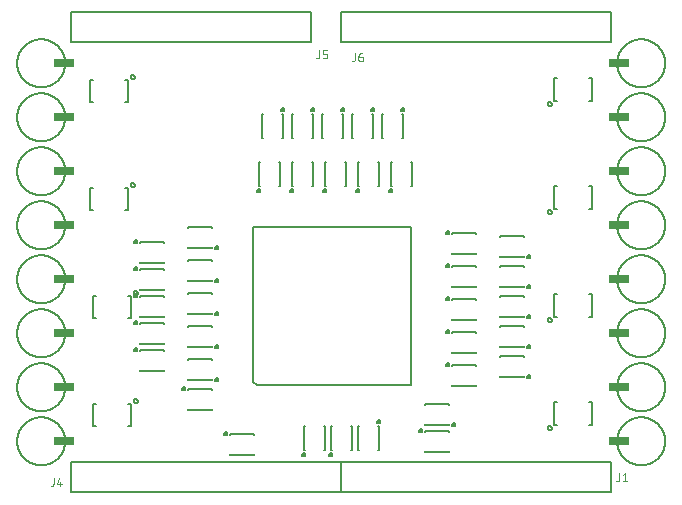
<source format=gto>
G75*
%MOIN*%
%OFA0B0*%
%FSLAX25Y25*%
%IPPOS*%
%LPD*%
%AMOC8*
5,1,8,0,0,1.08239X$1,22.5*
%
%ADD10C,0.00500*%
%ADD11C,0.00800*%
%ADD12C,0.00200*%
%ADD13C,0.00600*%
%ADD14R,0.06600X0.03000*%
D10*
X0020500Y0003500D02*
X0110500Y0003500D01*
X0200500Y0003500D01*
X0200500Y0013500D01*
X0110500Y0013500D01*
X0110500Y0003500D01*
X0110500Y0013500D01*
X0020500Y0013500D01*
X0020500Y0003500D01*
X0027900Y0025500D02*
X0028900Y0025500D01*
X0027900Y0025500D02*
X0027900Y0033000D01*
X0028900Y0033000D01*
X0039500Y0033000D02*
X0040500Y0033000D01*
X0040500Y0025500D01*
X0039500Y0025500D01*
X0041293Y0034000D02*
X0041295Y0034053D01*
X0041301Y0034105D01*
X0041311Y0034157D01*
X0041324Y0034208D01*
X0041342Y0034258D01*
X0041363Y0034307D01*
X0041388Y0034354D01*
X0041416Y0034398D01*
X0041447Y0034441D01*
X0041482Y0034481D01*
X0041519Y0034518D01*
X0041559Y0034553D01*
X0041602Y0034584D01*
X0041647Y0034612D01*
X0041693Y0034637D01*
X0041742Y0034658D01*
X0041792Y0034676D01*
X0041843Y0034689D01*
X0041895Y0034699D01*
X0041947Y0034705D01*
X0042000Y0034707D01*
X0042053Y0034705D01*
X0042105Y0034699D01*
X0042157Y0034689D01*
X0042208Y0034676D01*
X0042258Y0034658D01*
X0042307Y0034637D01*
X0042354Y0034612D01*
X0042398Y0034584D01*
X0042441Y0034553D01*
X0042481Y0034518D01*
X0042518Y0034481D01*
X0042553Y0034441D01*
X0042584Y0034398D01*
X0042612Y0034353D01*
X0042637Y0034307D01*
X0042658Y0034258D01*
X0042676Y0034208D01*
X0042689Y0034157D01*
X0042699Y0034105D01*
X0042705Y0034053D01*
X0042707Y0034000D01*
X0042705Y0033947D01*
X0042699Y0033895D01*
X0042689Y0033843D01*
X0042676Y0033792D01*
X0042658Y0033742D01*
X0042637Y0033693D01*
X0042612Y0033646D01*
X0042584Y0033602D01*
X0042553Y0033559D01*
X0042518Y0033519D01*
X0042481Y0033482D01*
X0042441Y0033447D01*
X0042398Y0033416D01*
X0042353Y0033388D01*
X0042307Y0033363D01*
X0042258Y0033342D01*
X0042208Y0033324D01*
X0042157Y0033311D01*
X0042105Y0033301D01*
X0042053Y0033295D01*
X0042000Y0033293D01*
X0041947Y0033295D01*
X0041895Y0033301D01*
X0041843Y0033311D01*
X0041792Y0033324D01*
X0041742Y0033342D01*
X0041693Y0033363D01*
X0041646Y0033388D01*
X0041602Y0033416D01*
X0041559Y0033447D01*
X0041519Y0033482D01*
X0041482Y0033519D01*
X0041447Y0033559D01*
X0041416Y0033602D01*
X0041388Y0033647D01*
X0041363Y0033693D01*
X0041342Y0033742D01*
X0041324Y0033792D01*
X0041311Y0033843D01*
X0041301Y0033895D01*
X0041295Y0033947D01*
X0041293Y0034000D01*
X0043563Y0043957D02*
X0051437Y0043957D01*
X0051437Y0044350D01*
X0059563Y0041350D02*
X0059563Y0040957D01*
X0067437Y0040957D01*
X0067437Y0041350D01*
X0068500Y0041000D02*
X0068502Y0041044D01*
X0068508Y0041088D01*
X0068518Y0041131D01*
X0068531Y0041173D01*
X0068548Y0041214D01*
X0068569Y0041253D01*
X0068593Y0041290D01*
X0068620Y0041325D01*
X0068650Y0041357D01*
X0068683Y0041387D01*
X0068719Y0041413D01*
X0068756Y0041437D01*
X0068796Y0041456D01*
X0068837Y0041473D01*
X0068880Y0041485D01*
X0068923Y0041494D01*
X0068967Y0041499D01*
X0069011Y0041500D01*
X0069055Y0041497D01*
X0069099Y0041490D01*
X0069142Y0041479D01*
X0069184Y0041465D01*
X0069224Y0041447D01*
X0069263Y0041425D01*
X0069299Y0041401D01*
X0069333Y0041373D01*
X0069365Y0041342D01*
X0069394Y0041308D01*
X0069420Y0041272D01*
X0069442Y0041234D01*
X0069461Y0041194D01*
X0069476Y0041152D01*
X0069488Y0041110D01*
X0069496Y0041066D01*
X0069500Y0041022D01*
X0069500Y0040978D01*
X0069496Y0040934D01*
X0069488Y0040890D01*
X0069476Y0040848D01*
X0069461Y0040806D01*
X0069442Y0040766D01*
X0069420Y0040728D01*
X0069394Y0040692D01*
X0069365Y0040658D01*
X0069333Y0040627D01*
X0069299Y0040599D01*
X0069263Y0040575D01*
X0069224Y0040553D01*
X0069184Y0040535D01*
X0069142Y0040521D01*
X0069099Y0040510D01*
X0069055Y0040503D01*
X0069011Y0040500D01*
X0068967Y0040501D01*
X0068923Y0040506D01*
X0068880Y0040515D01*
X0068837Y0040527D01*
X0068796Y0040544D01*
X0068756Y0040563D01*
X0068719Y0040587D01*
X0068683Y0040613D01*
X0068650Y0040643D01*
X0068620Y0040675D01*
X0068593Y0040710D01*
X0068569Y0040747D01*
X0068548Y0040786D01*
X0068531Y0040827D01*
X0068518Y0040869D01*
X0068508Y0040912D01*
X0068502Y0040956D01*
X0068500Y0041000D01*
X0067437Y0038043D02*
X0067437Y0037650D01*
X0067437Y0038043D02*
X0059563Y0038043D01*
X0059563Y0037650D01*
X0057500Y0038000D02*
X0057502Y0038044D01*
X0057508Y0038088D01*
X0057518Y0038131D01*
X0057531Y0038173D01*
X0057548Y0038214D01*
X0057569Y0038253D01*
X0057593Y0038290D01*
X0057620Y0038325D01*
X0057650Y0038357D01*
X0057683Y0038387D01*
X0057719Y0038413D01*
X0057756Y0038437D01*
X0057796Y0038456D01*
X0057837Y0038473D01*
X0057880Y0038485D01*
X0057923Y0038494D01*
X0057967Y0038499D01*
X0058011Y0038500D01*
X0058055Y0038497D01*
X0058099Y0038490D01*
X0058142Y0038479D01*
X0058184Y0038465D01*
X0058224Y0038447D01*
X0058263Y0038425D01*
X0058299Y0038401D01*
X0058333Y0038373D01*
X0058365Y0038342D01*
X0058394Y0038308D01*
X0058420Y0038272D01*
X0058442Y0038234D01*
X0058461Y0038194D01*
X0058476Y0038152D01*
X0058488Y0038110D01*
X0058496Y0038066D01*
X0058500Y0038022D01*
X0058500Y0037978D01*
X0058496Y0037934D01*
X0058488Y0037890D01*
X0058476Y0037848D01*
X0058461Y0037806D01*
X0058442Y0037766D01*
X0058420Y0037728D01*
X0058394Y0037692D01*
X0058365Y0037658D01*
X0058333Y0037627D01*
X0058299Y0037599D01*
X0058263Y0037575D01*
X0058224Y0037553D01*
X0058184Y0037535D01*
X0058142Y0037521D01*
X0058099Y0037510D01*
X0058055Y0037503D01*
X0058011Y0037500D01*
X0057967Y0037501D01*
X0057923Y0037506D01*
X0057880Y0037515D01*
X0057837Y0037527D01*
X0057796Y0037544D01*
X0057756Y0037563D01*
X0057719Y0037587D01*
X0057683Y0037613D01*
X0057650Y0037643D01*
X0057620Y0037675D01*
X0057593Y0037710D01*
X0057569Y0037747D01*
X0057548Y0037786D01*
X0057531Y0037827D01*
X0057518Y0037869D01*
X0057508Y0037912D01*
X0057502Y0037956D01*
X0057500Y0038000D01*
X0059563Y0031350D02*
X0059563Y0030957D01*
X0067437Y0030957D01*
X0067437Y0031350D01*
X0071500Y0023000D02*
X0071502Y0023044D01*
X0071508Y0023088D01*
X0071518Y0023131D01*
X0071531Y0023173D01*
X0071548Y0023214D01*
X0071569Y0023253D01*
X0071593Y0023290D01*
X0071620Y0023325D01*
X0071650Y0023357D01*
X0071683Y0023387D01*
X0071719Y0023413D01*
X0071756Y0023437D01*
X0071796Y0023456D01*
X0071837Y0023473D01*
X0071880Y0023485D01*
X0071923Y0023494D01*
X0071967Y0023499D01*
X0072011Y0023500D01*
X0072055Y0023497D01*
X0072099Y0023490D01*
X0072142Y0023479D01*
X0072184Y0023465D01*
X0072224Y0023447D01*
X0072263Y0023425D01*
X0072299Y0023401D01*
X0072333Y0023373D01*
X0072365Y0023342D01*
X0072394Y0023308D01*
X0072420Y0023272D01*
X0072442Y0023234D01*
X0072461Y0023194D01*
X0072476Y0023152D01*
X0072488Y0023110D01*
X0072496Y0023066D01*
X0072500Y0023022D01*
X0072500Y0022978D01*
X0072496Y0022934D01*
X0072488Y0022890D01*
X0072476Y0022848D01*
X0072461Y0022806D01*
X0072442Y0022766D01*
X0072420Y0022728D01*
X0072394Y0022692D01*
X0072365Y0022658D01*
X0072333Y0022627D01*
X0072299Y0022599D01*
X0072263Y0022575D01*
X0072224Y0022553D01*
X0072184Y0022535D01*
X0072142Y0022521D01*
X0072099Y0022510D01*
X0072055Y0022503D01*
X0072011Y0022500D01*
X0071967Y0022501D01*
X0071923Y0022506D01*
X0071880Y0022515D01*
X0071837Y0022527D01*
X0071796Y0022544D01*
X0071756Y0022563D01*
X0071719Y0022587D01*
X0071683Y0022613D01*
X0071650Y0022643D01*
X0071620Y0022675D01*
X0071593Y0022710D01*
X0071569Y0022747D01*
X0071548Y0022786D01*
X0071531Y0022827D01*
X0071518Y0022869D01*
X0071508Y0022912D01*
X0071502Y0022956D01*
X0071500Y0023000D01*
X0073563Y0023043D02*
X0081437Y0023043D01*
X0081437Y0022650D01*
X0073563Y0022650D02*
X0073563Y0023043D01*
X0073563Y0016350D02*
X0073563Y0015957D01*
X0081437Y0015957D01*
X0081437Y0016350D01*
X0097957Y0017563D02*
X0097957Y0025437D01*
X0098350Y0025437D01*
X0104650Y0025437D02*
X0105043Y0025437D01*
X0105043Y0017563D01*
X0104650Y0017563D01*
X0106957Y0017563D02*
X0106957Y0025437D01*
X0107350Y0025437D01*
X0113650Y0025437D02*
X0114043Y0025437D01*
X0114043Y0017563D01*
X0113650Y0017563D01*
X0115957Y0017563D02*
X0116350Y0017563D01*
X0115957Y0017563D02*
X0115957Y0025437D01*
X0116350Y0025437D01*
X0122650Y0025437D02*
X0123043Y0025437D01*
X0123043Y0017563D01*
X0122650Y0017563D01*
X0122500Y0027000D02*
X0122502Y0027044D01*
X0122508Y0027088D01*
X0122518Y0027131D01*
X0122531Y0027173D01*
X0122548Y0027214D01*
X0122569Y0027253D01*
X0122593Y0027290D01*
X0122620Y0027325D01*
X0122650Y0027357D01*
X0122683Y0027387D01*
X0122719Y0027413D01*
X0122756Y0027437D01*
X0122796Y0027456D01*
X0122837Y0027473D01*
X0122880Y0027485D01*
X0122923Y0027494D01*
X0122967Y0027499D01*
X0123011Y0027500D01*
X0123055Y0027497D01*
X0123099Y0027490D01*
X0123142Y0027479D01*
X0123184Y0027465D01*
X0123224Y0027447D01*
X0123263Y0027425D01*
X0123299Y0027401D01*
X0123333Y0027373D01*
X0123365Y0027342D01*
X0123394Y0027308D01*
X0123420Y0027272D01*
X0123442Y0027234D01*
X0123461Y0027194D01*
X0123476Y0027152D01*
X0123488Y0027110D01*
X0123496Y0027066D01*
X0123500Y0027022D01*
X0123500Y0026978D01*
X0123496Y0026934D01*
X0123488Y0026890D01*
X0123476Y0026848D01*
X0123461Y0026806D01*
X0123442Y0026766D01*
X0123420Y0026728D01*
X0123394Y0026692D01*
X0123365Y0026658D01*
X0123333Y0026627D01*
X0123299Y0026599D01*
X0123263Y0026575D01*
X0123224Y0026553D01*
X0123184Y0026535D01*
X0123142Y0026521D01*
X0123099Y0026510D01*
X0123055Y0026503D01*
X0123011Y0026500D01*
X0122967Y0026501D01*
X0122923Y0026506D01*
X0122880Y0026515D01*
X0122837Y0026527D01*
X0122796Y0026544D01*
X0122756Y0026563D01*
X0122719Y0026587D01*
X0122683Y0026613D01*
X0122650Y0026643D01*
X0122620Y0026675D01*
X0122593Y0026710D01*
X0122569Y0026747D01*
X0122548Y0026786D01*
X0122531Y0026827D01*
X0122518Y0026869D01*
X0122508Y0026912D01*
X0122502Y0026956D01*
X0122500Y0027000D01*
X0136500Y0024000D02*
X0136502Y0024044D01*
X0136508Y0024088D01*
X0136518Y0024131D01*
X0136531Y0024173D01*
X0136548Y0024214D01*
X0136569Y0024253D01*
X0136593Y0024290D01*
X0136620Y0024325D01*
X0136650Y0024357D01*
X0136683Y0024387D01*
X0136719Y0024413D01*
X0136756Y0024437D01*
X0136796Y0024456D01*
X0136837Y0024473D01*
X0136880Y0024485D01*
X0136923Y0024494D01*
X0136967Y0024499D01*
X0137011Y0024500D01*
X0137055Y0024497D01*
X0137099Y0024490D01*
X0137142Y0024479D01*
X0137184Y0024465D01*
X0137224Y0024447D01*
X0137263Y0024425D01*
X0137299Y0024401D01*
X0137333Y0024373D01*
X0137365Y0024342D01*
X0137394Y0024308D01*
X0137420Y0024272D01*
X0137442Y0024234D01*
X0137461Y0024194D01*
X0137476Y0024152D01*
X0137488Y0024110D01*
X0137496Y0024066D01*
X0137500Y0024022D01*
X0137500Y0023978D01*
X0137496Y0023934D01*
X0137488Y0023890D01*
X0137476Y0023848D01*
X0137461Y0023806D01*
X0137442Y0023766D01*
X0137420Y0023728D01*
X0137394Y0023692D01*
X0137365Y0023658D01*
X0137333Y0023627D01*
X0137299Y0023599D01*
X0137263Y0023575D01*
X0137224Y0023553D01*
X0137184Y0023535D01*
X0137142Y0023521D01*
X0137099Y0023510D01*
X0137055Y0023503D01*
X0137011Y0023500D01*
X0136967Y0023501D01*
X0136923Y0023506D01*
X0136880Y0023515D01*
X0136837Y0023527D01*
X0136796Y0023544D01*
X0136756Y0023563D01*
X0136719Y0023587D01*
X0136683Y0023613D01*
X0136650Y0023643D01*
X0136620Y0023675D01*
X0136593Y0023710D01*
X0136569Y0023747D01*
X0136548Y0023786D01*
X0136531Y0023827D01*
X0136518Y0023869D01*
X0136508Y0023912D01*
X0136502Y0023956D01*
X0136500Y0024000D01*
X0138563Y0024043D02*
X0146437Y0024043D01*
X0146437Y0023650D01*
X0146437Y0025957D02*
X0138563Y0025957D01*
X0138563Y0026350D01*
X0138563Y0024043D02*
X0138563Y0023650D01*
X0138563Y0017350D02*
X0138563Y0016957D01*
X0146437Y0016957D01*
X0146437Y0017350D01*
X0146437Y0025957D02*
X0146437Y0026350D01*
X0147500Y0026000D02*
X0147502Y0026044D01*
X0147508Y0026088D01*
X0147518Y0026131D01*
X0147531Y0026173D01*
X0147548Y0026214D01*
X0147569Y0026253D01*
X0147593Y0026290D01*
X0147620Y0026325D01*
X0147650Y0026357D01*
X0147683Y0026387D01*
X0147719Y0026413D01*
X0147756Y0026437D01*
X0147796Y0026456D01*
X0147837Y0026473D01*
X0147880Y0026485D01*
X0147923Y0026494D01*
X0147967Y0026499D01*
X0148011Y0026500D01*
X0148055Y0026497D01*
X0148099Y0026490D01*
X0148142Y0026479D01*
X0148184Y0026465D01*
X0148224Y0026447D01*
X0148263Y0026425D01*
X0148299Y0026401D01*
X0148333Y0026373D01*
X0148365Y0026342D01*
X0148394Y0026308D01*
X0148420Y0026272D01*
X0148442Y0026234D01*
X0148461Y0026194D01*
X0148476Y0026152D01*
X0148488Y0026110D01*
X0148496Y0026066D01*
X0148500Y0026022D01*
X0148500Y0025978D01*
X0148496Y0025934D01*
X0148488Y0025890D01*
X0148476Y0025848D01*
X0148461Y0025806D01*
X0148442Y0025766D01*
X0148420Y0025728D01*
X0148394Y0025692D01*
X0148365Y0025658D01*
X0148333Y0025627D01*
X0148299Y0025599D01*
X0148263Y0025575D01*
X0148224Y0025553D01*
X0148184Y0025535D01*
X0148142Y0025521D01*
X0148099Y0025510D01*
X0148055Y0025503D01*
X0148011Y0025500D01*
X0147967Y0025501D01*
X0147923Y0025506D01*
X0147880Y0025515D01*
X0147837Y0025527D01*
X0147796Y0025544D01*
X0147756Y0025563D01*
X0147719Y0025587D01*
X0147683Y0025613D01*
X0147650Y0025643D01*
X0147620Y0025675D01*
X0147593Y0025710D01*
X0147569Y0025747D01*
X0147548Y0025786D01*
X0147531Y0025827D01*
X0147518Y0025869D01*
X0147508Y0025912D01*
X0147502Y0025956D01*
X0147500Y0026000D01*
X0146437Y0032650D02*
X0146437Y0033043D01*
X0138563Y0033043D01*
X0138563Y0032650D01*
X0147563Y0038957D02*
X0155437Y0038957D01*
X0155437Y0039350D01*
X0155437Y0045650D02*
X0155437Y0046043D01*
X0147563Y0046043D01*
X0147563Y0045650D01*
X0145500Y0046000D02*
X0145502Y0046044D01*
X0145508Y0046088D01*
X0145518Y0046131D01*
X0145531Y0046173D01*
X0145548Y0046214D01*
X0145569Y0046253D01*
X0145593Y0046290D01*
X0145620Y0046325D01*
X0145650Y0046357D01*
X0145683Y0046387D01*
X0145719Y0046413D01*
X0145756Y0046437D01*
X0145796Y0046456D01*
X0145837Y0046473D01*
X0145880Y0046485D01*
X0145923Y0046494D01*
X0145967Y0046499D01*
X0146011Y0046500D01*
X0146055Y0046497D01*
X0146099Y0046490D01*
X0146142Y0046479D01*
X0146184Y0046465D01*
X0146224Y0046447D01*
X0146263Y0046425D01*
X0146299Y0046401D01*
X0146333Y0046373D01*
X0146365Y0046342D01*
X0146394Y0046308D01*
X0146420Y0046272D01*
X0146442Y0046234D01*
X0146461Y0046194D01*
X0146476Y0046152D01*
X0146488Y0046110D01*
X0146496Y0046066D01*
X0146500Y0046022D01*
X0146500Y0045978D01*
X0146496Y0045934D01*
X0146488Y0045890D01*
X0146476Y0045848D01*
X0146461Y0045806D01*
X0146442Y0045766D01*
X0146420Y0045728D01*
X0146394Y0045692D01*
X0146365Y0045658D01*
X0146333Y0045627D01*
X0146299Y0045599D01*
X0146263Y0045575D01*
X0146224Y0045553D01*
X0146184Y0045535D01*
X0146142Y0045521D01*
X0146099Y0045510D01*
X0146055Y0045503D01*
X0146011Y0045500D01*
X0145967Y0045501D01*
X0145923Y0045506D01*
X0145880Y0045515D01*
X0145837Y0045527D01*
X0145796Y0045544D01*
X0145756Y0045563D01*
X0145719Y0045587D01*
X0145683Y0045613D01*
X0145650Y0045643D01*
X0145620Y0045675D01*
X0145593Y0045710D01*
X0145569Y0045747D01*
X0145548Y0045786D01*
X0145531Y0045827D01*
X0145518Y0045869D01*
X0145508Y0045912D01*
X0145502Y0045956D01*
X0145500Y0046000D01*
X0147563Y0049957D02*
X0155437Y0049957D01*
X0155437Y0050350D01*
X0155437Y0056650D02*
X0155437Y0057043D01*
X0147563Y0057043D01*
X0147563Y0056650D01*
X0145500Y0057000D02*
X0145502Y0057044D01*
X0145508Y0057088D01*
X0145518Y0057131D01*
X0145531Y0057173D01*
X0145548Y0057214D01*
X0145569Y0057253D01*
X0145593Y0057290D01*
X0145620Y0057325D01*
X0145650Y0057357D01*
X0145683Y0057387D01*
X0145719Y0057413D01*
X0145756Y0057437D01*
X0145796Y0057456D01*
X0145837Y0057473D01*
X0145880Y0057485D01*
X0145923Y0057494D01*
X0145967Y0057499D01*
X0146011Y0057500D01*
X0146055Y0057497D01*
X0146099Y0057490D01*
X0146142Y0057479D01*
X0146184Y0057465D01*
X0146224Y0057447D01*
X0146263Y0057425D01*
X0146299Y0057401D01*
X0146333Y0057373D01*
X0146365Y0057342D01*
X0146394Y0057308D01*
X0146420Y0057272D01*
X0146442Y0057234D01*
X0146461Y0057194D01*
X0146476Y0057152D01*
X0146488Y0057110D01*
X0146496Y0057066D01*
X0146500Y0057022D01*
X0146500Y0056978D01*
X0146496Y0056934D01*
X0146488Y0056890D01*
X0146476Y0056848D01*
X0146461Y0056806D01*
X0146442Y0056766D01*
X0146420Y0056728D01*
X0146394Y0056692D01*
X0146365Y0056658D01*
X0146333Y0056627D01*
X0146299Y0056599D01*
X0146263Y0056575D01*
X0146224Y0056553D01*
X0146184Y0056535D01*
X0146142Y0056521D01*
X0146099Y0056510D01*
X0146055Y0056503D01*
X0146011Y0056500D01*
X0145967Y0056501D01*
X0145923Y0056506D01*
X0145880Y0056515D01*
X0145837Y0056527D01*
X0145796Y0056544D01*
X0145756Y0056563D01*
X0145719Y0056587D01*
X0145683Y0056613D01*
X0145650Y0056643D01*
X0145620Y0056675D01*
X0145593Y0056710D01*
X0145569Y0056747D01*
X0145548Y0056786D01*
X0145531Y0056827D01*
X0145518Y0056869D01*
X0145508Y0056912D01*
X0145502Y0056956D01*
X0145500Y0057000D01*
X0147563Y0060957D02*
X0155437Y0060957D01*
X0155437Y0061350D01*
X0155437Y0067650D02*
X0155437Y0068043D01*
X0147563Y0068043D01*
X0147563Y0067650D01*
X0145500Y0068000D02*
X0145502Y0068044D01*
X0145508Y0068088D01*
X0145518Y0068131D01*
X0145531Y0068173D01*
X0145548Y0068214D01*
X0145569Y0068253D01*
X0145593Y0068290D01*
X0145620Y0068325D01*
X0145650Y0068357D01*
X0145683Y0068387D01*
X0145719Y0068413D01*
X0145756Y0068437D01*
X0145796Y0068456D01*
X0145837Y0068473D01*
X0145880Y0068485D01*
X0145923Y0068494D01*
X0145967Y0068499D01*
X0146011Y0068500D01*
X0146055Y0068497D01*
X0146099Y0068490D01*
X0146142Y0068479D01*
X0146184Y0068465D01*
X0146224Y0068447D01*
X0146263Y0068425D01*
X0146299Y0068401D01*
X0146333Y0068373D01*
X0146365Y0068342D01*
X0146394Y0068308D01*
X0146420Y0068272D01*
X0146442Y0068234D01*
X0146461Y0068194D01*
X0146476Y0068152D01*
X0146488Y0068110D01*
X0146496Y0068066D01*
X0146500Y0068022D01*
X0146500Y0067978D01*
X0146496Y0067934D01*
X0146488Y0067890D01*
X0146476Y0067848D01*
X0146461Y0067806D01*
X0146442Y0067766D01*
X0146420Y0067728D01*
X0146394Y0067692D01*
X0146365Y0067658D01*
X0146333Y0067627D01*
X0146299Y0067599D01*
X0146263Y0067575D01*
X0146224Y0067553D01*
X0146184Y0067535D01*
X0146142Y0067521D01*
X0146099Y0067510D01*
X0146055Y0067503D01*
X0146011Y0067500D01*
X0145967Y0067501D01*
X0145923Y0067506D01*
X0145880Y0067515D01*
X0145837Y0067527D01*
X0145796Y0067544D01*
X0145756Y0067563D01*
X0145719Y0067587D01*
X0145683Y0067613D01*
X0145650Y0067643D01*
X0145620Y0067675D01*
X0145593Y0067710D01*
X0145569Y0067747D01*
X0145548Y0067786D01*
X0145531Y0067827D01*
X0145518Y0067869D01*
X0145508Y0067912D01*
X0145502Y0067956D01*
X0145500Y0068000D01*
X0147563Y0071957D02*
X0155437Y0071957D01*
X0155437Y0072350D01*
X0155437Y0078650D02*
X0155437Y0079043D01*
X0147563Y0079043D01*
X0147563Y0078650D01*
X0145500Y0079000D02*
X0145502Y0079044D01*
X0145508Y0079088D01*
X0145518Y0079131D01*
X0145531Y0079173D01*
X0145548Y0079214D01*
X0145569Y0079253D01*
X0145593Y0079290D01*
X0145620Y0079325D01*
X0145650Y0079357D01*
X0145683Y0079387D01*
X0145719Y0079413D01*
X0145756Y0079437D01*
X0145796Y0079456D01*
X0145837Y0079473D01*
X0145880Y0079485D01*
X0145923Y0079494D01*
X0145967Y0079499D01*
X0146011Y0079500D01*
X0146055Y0079497D01*
X0146099Y0079490D01*
X0146142Y0079479D01*
X0146184Y0079465D01*
X0146224Y0079447D01*
X0146263Y0079425D01*
X0146299Y0079401D01*
X0146333Y0079373D01*
X0146365Y0079342D01*
X0146394Y0079308D01*
X0146420Y0079272D01*
X0146442Y0079234D01*
X0146461Y0079194D01*
X0146476Y0079152D01*
X0146488Y0079110D01*
X0146496Y0079066D01*
X0146500Y0079022D01*
X0146500Y0078978D01*
X0146496Y0078934D01*
X0146488Y0078890D01*
X0146476Y0078848D01*
X0146461Y0078806D01*
X0146442Y0078766D01*
X0146420Y0078728D01*
X0146394Y0078692D01*
X0146365Y0078658D01*
X0146333Y0078627D01*
X0146299Y0078599D01*
X0146263Y0078575D01*
X0146224Y0078553D01*
X0146184Y0078535D01*
X0146142Y0078521D01*
X0146099Y0078510D01*
X0146055Y0078503D01*
X0146011Y0078500D01*
X0145967Y0078501D01*
X0145923Y0078506D01*
X0145880Y0078515D01*
X0145837Y0078527D01*
X0145796Y0078544D01*
X0145756Y0078563D01*
X0145719Y0078587D01*
X0145683Y0078613D01*
X0145650Y0078643D01*
X0145620Y0078675D01*
X0145593Y0078710D01*
X0145569Y0078747D01*
X0145548Y0078786D01*
X0145531Y0078827D01*
X0145518Y0078869D01*
X0145508Y0078912D01*
X0145502Y0078956D01*
X0145500Y0079000D01*
X0147563Y0082957D02*
X0155437Y0082957D01*
X0155437Y0083350D01*
X0155437Y0089650D02*
X0155437Y0090043D01*
X0147563Y0090043D01*
X0147563Y0089650D01*
X0145500Y0090000D02*
X0145502Y0090044D01*
X0145508Y0090088D01*
X0145518Y0090131D01*
X0145531Y0090173D01*
X0145548Y0090214D01*
X0145569Y0090253D01*
X0145593Y0090290D01*
X0145620Y0090325D01*
X0145650Y0090357D01*
X0145683Y0090387D01*
X0145719Y0090413D01*
X0145756Y0090437D01*
X0145796Y0090456D01*
X0145837Y0090473D01*
X0145880Y0090485D01*
X0145923Y0090494D01*
X0145967Y0090499D01*
X0146011Y0090500D01*
X0146055Y0090497D01*
X0146099Y0090490D01*
X0146142Y0090479D01*
X0146184Y0090465D01*
X0146224Y0090447D01*
X0146263Y0090425D01*
X0146299Y0090401D01*
X0146333Y0090373D01*
X0146365Y0090342D01*
X0146394Y0090308D01*
X0146420Y0090272D01*
X0146442Y0090234D01*
X0146461Y0090194D01*
X0146476Y0090152D01*
X0146488Y0090110D01*
X0146496Y0090066D01*
X0146500Y0090022D01*
X0146500Y0089978D01*
X0146496Y0089934D01*
X0146488Y0089890D01*
X0146476Y0089848D01*
X0146461Y0089806D01*
X0146442Y0089766D01*
X0146420Y0089728D01*
X0146394Y0089692D01*
X0146365Y0089658D01*
X0146333Y0089627D01*
X0146299Y0089599D01*
X0146263Y0089575D01*
X0146224Y0089553D01*
X0146184Y0089535D01*
X0146142Y0089521D01*
X0146099Y0089510D01*
X0146055Y0089503D01*
X0146011Y0089500D01*
X0145967Y0089501D01*
X0145923Y0089506D01*
X0145880Y0089515D01*
X0145837Y0089527D01*
X0145796Y0089544D01*
X0145756Y0089563D01*
X0145719Y0089587D01*
X0145683Y0089613D01*
X0145650Y0089643D01*
X0145620Y0089675D01*
X0145593Y0089710D01*
X0145569Y0089747D01*
X0145548Y0089786D01*
X0145531Y0089827D01*
X0145518Y0089869D01*
X0145508Y0089912D01*
X0145502Y0089956D01*
X0145500Y0090000D01*
X0147563Y0083350D02*
X0147563Y0082957D01*
X0147563Y0072350D02*
X0147563Y0071957D01*
X0147563Y0061350D02*
X0147563Y0060957D01*
X0147563Y0050350D02*
X0147563Y0049957D01*
X0147563Y0039350D02*
X0147563Y0038957D01*
X0163563Y0041957D02*
X0163563Y0042350D01*
X0163563Y0041957D02*
X0171437Y0041957D01*
X0171437Y0042350D01*
X0172500Y0042000D02*
X0172502Y0042044D01*
X0172508Y0042088D01*
X0172518Y0042131D01*
X0172531Y0042173D01*
X0172548Y0042214D01*
X0172569Y0042253D01*
X0172593Y0042290D01*
X0172620Y0042325D01*
X0172650Y0042357D01*
X0172683Y0042387D01*
X0172719Y0042413D01*
X0172756Y0042437D01*
X0172796Y0042456D01*
X0172837Y0042473D01*
X0172880Y0042485D01*
X0172923Y0042494D01*
X0172967Y0042499D01*
X0173011Y0042500D01*
X0173055Y0042497D01*
X0173099Y0042490D01*
X0173142Y0042479D01*
X0173184Y0042465D01*
X0173224Y0042447D01*
X0173263Y0042425D01*
X0173299Y0042401D01*
X0173333Y0042373D01*
X0173365Y0042342D01*
X0173394Y0042308D01*
X0173420Y0042272D01*
X0173442Y0042234D01*
X0173461Y0042194D01*
X0173476Y0042152D01*
X0173488Y0042110D01*
X0173496Y0042066D01*
X0173500Y0042022D01*
X0173500Y0041978D01*
X0173496Y0041934D01*
X0173488Y0041890D01*
X0173476Y0041848D01*
X0173461Y0041806D01*
X0173442Y0041766D01*
X0173420Y0041728D01*
X0173394Y0041692D01*
X0173365Y0041658D01*
X0173333Y0041627D01*
X0173299Y0041599D01*
X0173263Y0041575D01*
X0173224Y0041553D01*
X0173184Y0041535D01*
X0173142Y0041521D01*
X0173099Y0041510D01*
X0173055Y0041503D01*
X0173011Y0041500D01*
X0172967Y0041501D01*
X0172923Y0041506D01*
X0172880Y0041515D01*
X0172837Y0041527D01*
X0172796Y0041544D01*
X0172756Y0041563D01*
X0172719Y0041587D01*
X0172683Y0041613D01*
X0172650Y0041643D01*
X0172620Y0041675D01*
X0172593Y0041710D01*
X0172569Y0041747D01*
X0172548Y0041786D01*
X0172531Y0041827D01*
X0172518Y0041869D01*
X0172508Y0041912D01*
X0172502Y0041956D01*
X0172500Y0042000D01*
X0171437Y0048650D02*
X0171437Y0049043D01*
X0163563Y0049043D01*
X0163563Y0048650D01*
X0163563Y0051957D02*
X0163563Y0052350D01*
X0163563Y0051957D02*
X0171437Y0051957D01*
X0171437Y0052350D01*
X0172500Y0052000D02*
X0172502Y0052044D01*
X0172508Y0052088D01*
X0172518Y0052131D01*
X0172531Y0052173D01*
X0172548Y0052214D01*
X0172569Y0052253D01*
X0172593Y0052290D01*
X0172620Y0052325D01*
X0172650Y0052357D01*
X0172683Y0052387D01*
X0172719Y0052413D01*
X0172756Y0052437D01*
X0172796Y0052456D01*
X0172837Y0052473D01*
X0172880Y0052485D01*
X0172923Y0052494D01*
X0172967Y0052499D01*
X0173011Y0052500D01*
X0173055Y0052497D01*
X0173099Y0052490D01*
X0173142Y0052479D01*
X0173184Y0052465D01*
X0173224Y0052447D01*
X0173263Y0052425D01*
X0173299Y0052401D01*
X0173333Y0052373D01*
X0173365Y0052342D01*
X0173394Y0052308D01*
X0173420Y0052272D01*
X0173442Y0052234D01*
X0173461Y0052194D01*
X0173476Y0052152D01*
X0173488Y0052110D01*
X0173496Y0052066D01*
X0173500Y0052022D01*
X0173500Y0051978D01*
X0173496Y0051934D01*
X0173488Y0051890D01*
X0173476Y0051848D01*
X0173461Y0051806D01*
X0173442Y0051766D01*
X0173420Y0051728D01*
X0173394Y0051692D01*
X0173365Y0051658D01*
X0173333Y0051627D01*
X0173299Y0051599D01*
X0173263Y0051575D01*
X0173224Y0051553D01*
X0173184Y0051535D01*
X0173142Y0051521D01*
X0173099Y0051510D01*
X0173055Y0051503D01*
X0173011Y0051500D01*
X0172967Y0051501D01*
X0172923Y0051506D01*
X0172880Y0051515D01*
X0172837Y0051527D01*
X0172796Y0051544D01*
X0172756Y0051563D01*
X0172719Y0051587D01*
X0172683Y0051613D01*
X0172650Y0051643D01*
X0172620Y0051675D01*
X0172593Y0051710D01*
X0172569Y0051747D01*
X0172548Y0051786D01*
X0172531Y0051827D01*
X0172518Y0051869D01*
X0172508Y0051912D01*
X0172502Y0051956D01*
X0172500Y0052000D01*
X0171437Y0058650D02*
X0171437Y0059043D01*
X0163563Y0059043D01*
X0163563Y0058650D01*
X0163563Y0061957D02*
X0163563Y0062350D01*
X0163563Y0061957D02*
X0171437Y0061957D01*
X0171437Y0062350D01*
X0172500Y0062000D02*
X0172502Y0062044D01*
X0172508Y0062088D01*
X0172518Y0062131D01*
X0172531Y0062173D01*
X0172548Y0062214D01*
X0172569Y0062253D01*
X0172593Y0062290D01*
X0172620Y0062325D01*
X0172650Y0062357D01*
X0172683Y0062387D01*
X0172719Y0062413D01*
X0172756Y0062437D01*
X0172796Y0062456D01*
X0172837Y0062473D01*
X0172880Y0062485D01*
X0172923Y0062494D01*
X0172967Y0062499D01*
X0173011Y0062500D01*
X0173055Y0062497D01*
X0173099Y0062490D01*
X0173142Y0062479D01*
X0173184Y0062465D01*
X0173224Y0062447D01*
X0173263Y0062425D01*
X0173299Y0062401D01*
X0173333Y0062373D01*
X0173365Y0062342D01*
X0173394Y0062308D01*
X0173420Y0062272D01*
X0173442Y0062234D01*
X0173461Y0062194D01*
X0173476Y0062152D01*
X0173488Y0062110D01*
X0173496Y0062066D01*
X0173500Y0062022D01*
X0173500Y0061978D01*
X0173496Y0061934D01*
X0173488Y0061890D01*
X0173476Y0061848D01*
X0173461Y0061806D01*
X0173442Y0061766D01*
X0173420Y0061728D01*
X0173394Y0061692D01*
X0173365Y0061658D01*
X0173333Y0061627D01*
X0173299Y0061599D01*
X0173263Y0061575D01*
X0173224Y0061553D01*
X0173184Y0061535D01*
X0173142Y0061521D01*
X0173099Y0061510D01*
X0173055Y0061503D01*
X0173011Y0061500D01*
X0172967Y0061501D01*
X0172923Y0061506D01*
X0172880Y0061515D01*
X0172837Y0061527D01*
X0172796Y0061544D01*
X0172756Y0061563D01*
X0172719Y0061587D01*
X0172683Y0061613D01*
X0172650Y0061643D01*
X0172620Y0061675D01*
X0172593Y0061710D01*
X0172569Y0061747D01*
X0172548Y0061786D01*
X0172531Y0061827D01*
X0172518Y0061869D01*
X0172508Y0061912D01*
X0172502Y0061956D01*
X0172500Y0062000D01*
X0179293Y0061000D02*
X0179295Y0061053D01*
X0179301Y0061105D01*
X0179311Y0061157D01*
X0179324Y0061208D01*
X0179342Y0061258D01*
X0179363Y0061307D01*
X0179388Y0061354D01*
X0179416Y0061398D01*
X0179447Y0061441D01*
X0179482Y0061481D01*
X0179519Y0061518D01*
X0179559Y0061553D01*
X0179602Y0061584D01*
X0179647Y0061612D01*
X0179693Y0061637D01*
X0179742Y0061658D01*
X0179792Y0061676D01*
X0179843Y0061689D01*
X0179895Y0061699D01*
X0179947Y0061705D01*
X0180000Y0061707D01*
X0180053Y0061705D01*
X0180105Y0061699D01*
X0180157Y0061689D01*
X0180208Y0061676D01*
X0180258Y0061658D01*
X0180307Y0061637D01*
X0180354Y0061612D01*
X0180398Y0061584D01*
X0180441Y0061553D01*
X0180481Y0061518D01*
X0180518Y0061481D01*
X0180553Y0061441D01*
X0180584Y0061398D01*
X0180612Y0061353D01*
X0180637Y0061307D01*
X0180658Y0061258D01*
X0180676Y0061208D01*
X0180689Y0061157D01*
X0180699Y0061105D01*
X0180705Y0061053D01*
X0180707Y0061000D01*
X0180705Y0060947D01*
X0180699Y0060895D01*
X0180689Y0060843D01*
X0180676Y0060792D01*
X0180658Y0060742D01*
X0180637Y0060693D01*
X0180612Y0060646D01*
X0180584Y0060602D01*
X0180553Y0060559D01*
X0180518Y0060519D01*
X0180481Y0060482D01*
X0180441Y0060447D01*
X0180398Y0060416D01*
X0180353Y0060388D01*
X0180307Y0060363D01*
X0180258Y0060342D01*
X0180208Y0060324D01*
X0180157Y0060311D01*
X0180105Y0060301D01*
X0180053Y0060295D01*
X0180000Y0060293D01*
X0179947Y0060295D01*
X0179895Y0060301D01*
X0179843Y0060311D01*
X0179792Y0060324D01*
X0179742Y0060342D01*
X0179693Y0060363D01*
X0179646Y0060388D01*
X0179602Y0060416D01*
X0179559Y0060447D01*
X0179519Y0060482D01*
X0179482Y0060519D01*
X0179447Y0060559D01*
X0179416Y0060602D01*
X0179388Y0060647D01*
X0179363Y0060693D01*
X0179342Y0060742D01*
X0179324Y0060792D01*
X0179311Y0060843D01*
X0179301Y0060895D01*
X0179295Y0060947D01*
X0179293Y0061000D01*
X0181500Y0062000D02*
X0182500Y0062000D01*
X0181500Y0062000D02*
X0181500Y0069500D01*
X0182500Y0069500D01*
X0172500Y0072000D02*
X0172502Y0072044D01*
X0172508Y0072088D01*
X0172518Y0072131D01*
X0172531Y0072173D01*
X0172548Y0072214D01*
X0172569Y0072253D01*
X0172593Y0072290D01*
X0172620Y0072325D01*
X0172650Y0072357D01*
X0172683Y0072387D01*
X0172719Y0072413D01*
X0172756Y0072437D01*
X0172796Y0072456D01*
X0172837Y0072473D01*
X0172880Y0072485D01*
X0172923Y0072494D01*
X0172967Y0072499D01*
X0173011Y0072500D01*
X0173055Y0072497D01*
X0173099Y0072490D01*
X0173142Y0072479D01*
X0173184Y0072465D01*
X0173224Y0072447D01*
X0173263Y0072425D01*
X0173299Y0072401D01*
X0173333Y0072373D01*
X0173365Y0072342D01*
X0173394Y0072308D01*
X0173420Y0072272D01*
X0173442Y0072234D01*
X0173461Y0072194D01*
X0173476Y0072152D01*
X0173488Y0072110D01*
X0173496Y0072066D01*
X0173500Y0072022D01*
X0173500Y0071978D01*
X0173496Y0071934D01*
X0173488Y0071890D01*
X0173476Y0071848D01*
X0173461Y0071806D01*
X0173442Y0071766D01*
X0173420Y0071728D01*
X0173394Y0071692D01*
X0173365Y0071658D01*
X0173333Y0071627D01*
X0173299Y0071599D01*
X0173263Y0071575D01*
X0173224Y0071553D01*
X0173184Y0071535D01*
X0173142Y0071521D01*
X0173099Y0071510D01*
X0173055Y0071503D01*
X0173011Y0071500D01*
X0172967Y0071501D01*
X0172923Y0071506D01*
X0172880Y0071515D01*
X0172837Y0071527D01*
X0172796Y0071544D01*
X0172756Y0071563D01*
X0172719Y0071587D01*
X0172683Y0071613D01*
X0172650Y0071643D01*
X0172620Y0071675D01*
X0172593Y0071710D01*
X0172569Y0071747D01*
X0172548Y0071786D01*
X0172531Y0071827D01*
X0172518Y0071869D01*
X0172508Y0071912D01*
X0172502Y0071956D01*
X0172500Y0072000D01*
X0171437Y0071957D02*
X0163563Y0071957D01*
X0163563Y0072350D01*
X0163563Y0069043D02*
X0163563Y0068650D01*
X0163563Y0069043D02*
X0171437Y0069043D01*
X0171437Y0068650D01*
X0171437Y0071957D02*
X0171437Y0072350D01*
X0171437Y0078650D02*
X0171437Y0079043D01*
X0163563Y0079043D01*
X0163563Y0078650D01*
X0163563Y0081957D02*
X0163563Y0082350D01*
X0163563Y0081957D02*
X0171437Y0081957D01*
X0171437Y0082350D01*
X0172500Y0082000D02*
X0172502Y0082044D01*
X0172508Y0082088D01*
X0172518Y0082131D01*
X0172531Y0082173D01*
X0172548Y0082214D01*
X0172569Y0082253D01*
X0172593Y0082290D01*
X0172620Y0082325D01*
X0172650Y0082357D01*
X0172683Y0082387D01*
X0172719Y0082413D01*
X0172756Y0082437D01*
X0172796Y0082456D01*
X0172837Y0082473D01*
X0172880Y0082485D01*
X0172923Y0082494D01*
X0172967Y0082499D01*
X0173011Y0082500D01*
X0173055Y0082497D01*
X0173099Y0082490D01*
X0173142Y0082479D01*
X0173184Y0082465D01*
X0173224Y0082447D01*
X0173263Y0082425D01*
X0173299Y0082401D01*
X0173333Y0082373D01*
X0173365Y0082342D01*
X0173394Y0082308D01*
X0173420Y0082272D01*
X0173442Y0082234D01*
X0173461Y0082194D01*
X0173476Y0082152D01*
X0173488Y0082110D01*
X0173496Y0082066D01*
X0173500Y0082022D01*
X0173500Y0081978D01*
X0173496Y0081934D01*
X0173488Y0081890D01*
X0173476Y0081848D01*
X0173461Y0081806D01*
X0173442Y0081766D01*
X0173420Y0081728D01*
X0173394Y0081692D01*
X0173365Y0081658D01*
X0173333Y0081627D01*
X0173299Y0081599D01*
X0173263Y0081575D01*
X0173224Y0081553D01*
X0173184Y0081535D01*
X0173142Y0081521D01*
X0173099Y0081510D01*
X0173055Y0081503D01*
X0173011Y0081500D01*
X0172967Y0081501D01*
X0172923Y0081506D01*
X0172880Y0081515D01*
X0172837Y0081527D01*
X0172796Y0081544D01*
X0172756Y0081563D01*
X0172719Y0081587D01*
X0172683Y0081613D01*
X0172650Y0081643D01*
X0172620Y0081675D01*
X0172593Y0081710D01*
X0172569Y0081747D01*
X0172548Y0081786D01*
X0172531Y0081827D01*
X0172518Y0081869D01*
X0172508Y0081912D01*
X0172502Y0081956D01*
X0172500Y0082000D01*
X0171437Y0088650D02*
X0171437Y0089043D01*
X0163563Y0089043D01*
X0163563Y0088650D01*
X0179293Y0097000D02*
X0179295Y0097053D01*
X0179301Y0097105D01*
X0179311Y0097157D01*
X0179324Y0097208D01*
X0179342Y0097258D01*
X0179363Y0097307D01*
X0179388Y0097354D01*
X0179416Y0097398D01*
X0179447Y0097441D01*
X0179482Y0097481D01*
X0179519Y0097518D01*
X0179559Y0097553D01*
X0179602Y0097584D01*
X0179647Y0097612D01*
X0179693Y0097637D01*
X0179742Y0097658D01*
X0179792Y0097676D01*
X0179843Y0097689D01*
X0179895Y0097699D01*
X0179947Y0097705D01*
X0180000Y0097707D01*
X0180053Y0097705D01*
X0180105Y0097699D01*
X0180157Y0097689D01*
X0180208Y0097676D01*
X0180258Y0097658D01*
X0180307Y0097637D01*
X0180354Y0097612D01*
X0180398Y0097584D01*
X0180441Y0097553D01*
X0180481Y0097518D01*
X0180518Y0097481D01*
X0180553Y0097441D01*
X0180584Y0097398D01*
X0180612Y0097353D01*
X0180637Y0097307D01*
X0180658Y0097258D01*
X0180676Y0097208D01*
X0180689Y0097157D01*
X0180699Y0097105D01*
X0180705Y0097053D01*
X0180707Y0097000D01*
X0180705Y0096947D01*
X0180699Y0096895D01*
X0180689Y0096843D01*
X0180676Y0096792D01*
X0180658Y0096742D01*
X0180637Y0096693D01*
X0180612Y0096646D01*
X0180584Y0096602D01*
X0180553Y0096559D01*
X0180518Y0096519D01*
X0180481Y0096482D01*
X0180441Y0096447D01*
X0180398Y0096416D01*
X0180353Y0096388D01*
X0180307Y0096363D01*
X0180258Y0096342D01*
X0180208Y0096324D01*
X0180157Y0096311D01*
X0180105Y0096301D01*
X0180053Y0096295D01*
X0180000Y0096293D01*
X0179947Y0096295D01*
X0179895Y0096301D01*
X0179843Y0096311D01*
X0179792Y0096324D01*
X0179742Y0096342D01*
X0179693Y0096363D01*
X0179646Y0096388D01*
X0179602Y0096416D01*
X0179559Y0096447D01*
X0179519Y0096482D01*
X0179482Y0096519D01*
X0179447Y0096559D01*
X0179416Y0096602D01*
X0179388Y0096647D01*
X0179363Y0096693D01*
X0179342Y0096742D01*
X0179324Y0096792D01*
X0179311Y0096843D01*
X0179301Y0096895D01*
X0179295Y0096947D01*
X0179293Y0097000D01*
X0181500Y0098000D02*
X0182500Y0098000D01*
X0181500Y0098000D02*
X0181500Y0105500D01*
X0182500Y0105500D01*
X0193100Y0105500D02*
X0194100Y0105500D01*
X0194100Y0098000D01*
X0193100Y0098000D01*
X0193100Y0069500D02*
X0194100Y0069500D01*
X0194100Y0062000D01*
X0193100Y0062000D01*
X0193100Y0033500D02*
X0194100Y0033500D01*
X0194100Y0026000D01*
X0193100Y0026000D01*
X0182500Y0026000D02*
X0181500Y0026000D01*
X0181500Y0033500D01*
X0182500Y0033500D01*
X0179293Y0025000D02*
X0179295Y0025053D01*
X0179301Y0025105D01*
X0179311Y0025157D01*
X0179324Y0025208D01*
X0179342Y0025258D01*
X0179363Y0025307D01*
X0179388Y0025354D01*
X0179416Y0025398D01*
X0179447Y0025441D01*
X0179482Y0025481D01*
X0179519Y0025518D01*
X0179559Y0025553D01*
X0179602Y0025584D01*
X0179647Y0025612D01*
X0179693Y0025637D01*
X0179742Y0025658D01*
X0179792Y0025676D01*
X0179843Y0025689D01*
X0179895Y0025699D01*
X0179947Y0025705D01*
X0180000Y0025707D01*
X0180053Y0025705D01*
X0180105Y0025699D01*
X0180157Y0025689D01*
X0180208Y0025676D01*
X0180258Y0025658D01*
X0180307Y0025637D01*
X0180354Y0025612D01*
X0180398Y0025584D01*
X0180441Y0025553D01*
X0180481Y0025518D01*
X0180518Y0025481D01*
X0180553Y0025441D01*
X0180584Y0025398D01*
X0180612Y0025353D01*
X0180637Y0025307D01*
X0180658Y0025258D01*
X0180676Y0025208D01*
X0180689Y0025157D01*
X0180699Y0025105D01*
X0180705Y0025053D01*
X0180707Y0025000D01*
X0180705Y0024947D01*
X0180699Y0024895D01*
X0180689Y0024843D01*
X0180676Y0024792D01*
X0180658Y0024742D01*
X0180637Y0024693D01*
X0180612Y0024646D01*
X0180584Y0024602D01*
X0180553Y0024559D01*
X0180518Y0024519D01*
X0180481Y0024482D01*
X0180441Y0024447D01*
X0180398Y0024416D01*
X0180353Y0024388D01*
X0180307Y0024363D01*
X0180258Y0024342D01*
X0180208Y0024324D01*
X0180157Y0024311D01*
X0180105Y0024301D01*
X0180053Y0024295D01*
X0180000Y0024293D01*
X0179947Y0024295D01*
X0179895Y0024301D01*
X0179843Y0024311D01*
X0179792Y0024324D01*
X0179742Y0024342D01*
X0179693Y0024363D01*
X0179646Y0024388D01*
X0179602Y0024416D01*
X0179559Y0024447D01*
X0179519Y0024482D01*
X0179482Y0024519D01*
X0179447Y0024559D01*
X0179416Y0024602D01*
X0179388Y0024647D01*
X0179363Y0024693D01*
X0179342Y0024742D01*
X0179324Y0024792D01*
X0179311Y0024843D01*
X0179301Y0024895D01*
X0179295Y0024947D01*
X0179293Y0025000D01*
X0107350Y0017563D02*
X0106957Y0017563D01*
X0106500Y0016000D02*
X0106502Y0016044D01*
X0106508Y0016088D01*
X0106518Y0016131D01*
X0106531Y0016173D01*
X0106548Y0016214D01*
X0106569Y0016253D01*
X0106593Y0016290D01*
X0106620Y0016325D01*
X0106650Y0016357D01*
X0106683Y0016387D01*
X0106719Y0016413D01*
X0106756Y0016437D01*
X0106796Y0016456D01*
X0106837Y0016473D01*
X0106880Y0016485D01*
X0106923Y0016494D01*
X0106967Y0016499D01*
X0107011Y0016500D01*
X0107055Y0016497D01*
X0107099Y0016490D01*
X0107142Y0016479D01*
X0107184Y0016465D01*
X0107224Y0016447D01*
X0107263Y0016425D01*
X0107299Y0016401D01*
X0107333Y0016373D01*
X0107365Y0016342D01*
X0107394Y0016308D01*
X0107420Y0016272D01*
X0107442Y0016234D01*
X0107461Y0016194D01*
X0107476Y0016152D01*
X0107488Y0016110D01*
X0107496Y0016066D01*
X0107500Y0016022D01*
X0107500Y0015978D01*
X0107496Y0015934D01*
X0107488Y0015890D01*
X0107476Y0015848D01*
X0107461Y0015806D01*
X0107442Y0015766D01*
X0107420Y0015728D01*
X0107394Y0015692D01*
X0107365Y0015658D01*
X0107333Y0015627D01*
X0107299Y0015599D01*
X0107263Y0015575D01*
X0107224Y0015553D01*
X0107184Y0015535D01*
X0107142Y0015521D01*
X0107099Y0015510D01*
X0107055Y0015503D01*
X0107011Y0015500D01*
X0106967Y0015501D01*
X0106923Y0015506D01*
X0106880Y0015515D01*
X0106837Y0015527D01*
X0106796Y0015544D01*
X0106756Y0015563D01*
X0106719Y0015587D01*
X0106683Y0015613D01*
X0106650Y0015643D01*
X0106620Y0015675D01*
X0106593Y0015710D01*
X0106569Y0015747D01*
X0106548Y0015786D01*
X0106531Y0015827D01*
X0106518Y0015869D01*
X0106508Y0015912D01*
X0106502Y0015956D01*
X0106500Y0016000D01*
X0098350Y0017563D02*
X0097957Y0017563D01*
X0097500Y0016000D02*
X0097502Y0016044D01*
X0097508Y0016088D01*
X0097518Y0016131D01*
X0097531Y0016173D01*
X0097548Y0016214D01*
X0097569Y0016253D01*
X0097593Y0016290D01*
X0097620Y0016325D01*
X0097650Y0016357D01*
X0097683Y0016387D01*
X0097719Y0016413D01*
X0097756Y0016437D01*
X0097796Y0016456D01*
X0097837Y0016473D01*
X0097880Y0016485D01*
X0097923Y0016494D01*
X0097967Y0016499D01*
X0098011Y0016500D01*
X0098055Y0016497D01*
X0098099Y0016490D01*
X0098142Y0016479D01*
X0098184Y0016465D01*
X0098224Y0016447D01*
X0098263Y0016425D01*
X0098299Y0016401D01*
X0098333Y0016373D01*
X0098365Y0016342D01*
X0098394Y0016308D01*
X0098420Y0016272D01*
X0098442Y0016234D01*
X0098461Y0016194D01*
X0098476Y0016152D01*
X0098488Y0016110D01*
X0098496Y0016066D01*
X0098500Y0016022D01*
X0098500Y0015978D01*
X0098496Y0015934D01*
X0098488Y0015890D01*
X0098476Y0015848D01*
X0098461Y0015806D01*
X0098442Y0015766D01*
X0098420Y0015728D01*
X0098394Y0015692D01*
X0098365Y0015658D01*
X0098333Y0015627D01*
X0098299Y0015599D01*
X0098263Y0015575D01*
X0098224Y0015553D01*
X0098184Y0015535D01*
X0098142Y0015521D01*
X0098099Y0015510D01*
X0098055Y0015503D01*
X0098011Y0015500D01*
X0097967Y0015501D01*
X0097923Y0015506D01*
X0097880Y0015515D01*
X0097837Y0015527D01*
X0097796Y0015544D01*
X0097756Y0015563D01*
X0097719Y0015587D01*
X0097683Y0015613D01*
X0097650Y0015643D01*
X0097620Y0015675D01*
X0097593Y0015710D01*
X0097569Y0015747D01*
X0097548Y0015786D01*
X0097531Y0015827D01*
X0097518Y0015869D01*
X0097508Y0015912D01*
X0097502Y0015956D01*
X0097500Y0016000D01*
X0067437Y0047650D02*
X0067437Y0048043D01*
X0059563Y0048043D01*
X0059563Y0047650D01*
X0059563Y0051957D02*
X0059563Y0052350D01*
X0059563Y0051957D02*
X0067437Y0051957D01*
X0067437Y0052350D01*
X0068500Y0052000D02*
X0068502Y0052044D01*
X0068508Y0052088D01*
X0068518Y0052131D01*
X0068531Y0052173D01*
X0068548Y0052214D01*
X0068569Y0052253D01*
X0068593Y0052290D01*
X0068620Y0052325D01*
X0068650Y0052357D01*
X0068683Y0052387D01*
X0068719Y0052413D01*
X0068756Y0052437D01*
X0068796Y0052456D01*
X0068837Y0052473D01*
X0068880Y0052485D01*
X0068923Y0052494D01*
X0068967Y0052499D01*
X0069011Y0052500D01*
X0069055Y0052497D01*
X0069099Y0052490D01*
X0069142Y0052479D01*
X0069184Y0052465D01*
X0069224Y0052447D01*
X0069263Y0052425D01*
X0069299Y0052401D01*
X0069333Y0052373D01*
X0069365Y0052342D01*
X0069394Y0052308D01*
X0069420Y0052272D01*
X0069442Y0052234D01*
X0069461Y0052194D01*
X0069476Y0052152D01*
X0069488Y0052110D01*
X0069496Y0052066D01*
X0069500Y0052022D01*
X0069500Y0051978D01*
X0069496Y0051934D01*
X0069488Y0051890D01*
X0069476Y0051848D01*
X0069461Y0051806D01*
X0069442Y0051766D01*
X0069420Y0051728D01*
X0069394Y0051692D01*
X0069365Y0051658D01*
X0069333Y0051627D01*
X0069299Y0051599D01*
X0069263Y0051575D01*
X0069224Y0051553D01*
X0069184Y0051535D01*
X0069142Y0051521D01*
X0069099Y0051510D01*
X0069055Y0051503D01*
X0069011Y0051500D01*
X0068967Y0051501D01*
X0068923Y0051506D01*
X0068880Y0051515D01*
X0068837Y0051527D01*
X0068796Y0051544D01*
X0068756Y0051563D01*
X0068719Y0051587D01*
X0068683Y0051613D01*
X0068650Y0051643D01*
X0068620Y0051675D01*
X0068593Y0051710D01*
X0068569Y0051747D01*
X0068548Y0051786D01*
X0068531Y0051827D01*
X0068518Y0051869D01*
X0068508Y0051912D01*
X0068502Y0051956D01*
X0068500Y0052000D01*
X0067437Y0058650D02*
X0067437Y0059043D01*
X0059563Y0059043D01*
X0059563Y0058650D01*
X0059563Y0062957D02*
X0059563Y0063350D01*
X0059563Y0062957D02*
X0067437Y0062957D01*
X0067437Y0063350D01*
X0068500Y0063000D02*
X0068502Y0063044D01*
X0068508Y0063088D01*
X0068518Y0063131D01*
X0068531Y0063173D01*
X0068548Y0063214D01*
X0068569Y0063253D01*
X0068593Y0063290D01*
X0068620Y0063325D01*
X0068650Y0063357D01*
X0068683Y0063387D01*
X0068719Y0063413D01*
X0068756Y0063437D01*
X0068796Y0063456D01*
X0068837Y0063473D01*
X0068880Y0063485D01*
X0068923Y0063494D01*
X0068967Y0063499D01*
X0069011Y0063500D01*
X0069055Y0063497D01*
X0069099Y0063490D01*
X0069142Y0063479D01*
X0069184Y0063465D01*
X0069224Y0063447D01*
X0069263Y0063425D01*
X0069299Y0063401D01*
X0069333Y0063373D01*
X0069365Y0063342D01*
X0069394Y0063308D01*
X0069420Y0063272D01*
X0069442Y0063234D01*
X0069461Y0063194D01*
X0069476Y0063152D01*
X0069488Y0063110D01*
X0069496Y0063066D01*
X0069500Y0063022D01*
X0069500Y0062978D01*
X0069496Y0062934D01*
X0069488Y0062890D01*
X0069476Y0062848D01*
X0069461Y0062806D01*
X0069442Y0062766D01*
X0069420Y0062728D01*
X0069394Y0062692D01*
X0069365Y0062658D01*
X0069333Y0062627D01*
X0069299Y0062599D01*
X0069263Y0062575D01*
X0069224Y0062553D01*
X0069184Y0062535D01*
X0069142Y0062521D01*
X0069099Y0062510D01*
X0069055Y0062503D01*
X0069011Y0062500D01*
X0068967Y0062501D01*
X0068923Y0062506D01*
X0068880Y0062515D01*
X0068837Y0062527D01*
X0068796Y0062544D01*
X0068756Y0062563D01*
X0068719Y0062587D01*
X0068683Y0062613D01*
X0068650Y0062643D01*
X0068620Y0062675D01*
X0068593Y0062710D01*
X0068569Y0062747D01*
X0068548Y0062786D01*
X0068531Y0062827D01*
X0068518Y0062869D01*
X0068508Y0062912D01*
X0068502Y0062956D01*
X0068500Y0063000D01*
X0067437Y0069650D02*
X0067437Y0070043D01*
X0059563Y0070043D01*
X0059563Y0069650D01*
X0059563Y0073957D02*
X0059563Y0074350D01*
X0059563Y0073957D02*
X0067437Y0073957D01*
X0067437Y0074350D01*
X0068500Y0074000D02*
X0068502Y0074044D01*
X0068508Y0074088D01*
X0068518Y0074131D01*
X0068531Y0074173D01*
X0068548Y0074214D01*
X0068569Y0074253D01*
X0068593Y0074290D01*
X0068620Y0074325D01*
X0068650Y0074357D01*
X0068683Y0074387D01*
X0068719Y0074413D01*
X0068756Y0074437D01*
X0068796Y0074456D01*
X0068837Y0074473D01*
X0068880Y0074485D01*
X0068923Y0074494D01*
X0068967Y0074499D01*
X0069011Y0074500D01*
X0069055Y0074497D01*
X0069099Y0074490D01*
X0069142Y0074479D01*
X0069184Y0074465D01*
X0069224Y0074447D01*
X0069263Y0074425D01*
X0069299Y0074401D01*
X0069333Y0074373D01*
X0069365Y0074342D01*
X0069394Y0074308D01*
X0069420Y0074272D01*
X0069442Y0074234D01*
X0069461Y0074194D01*
X0069476Y0074152D01*
X0069488Y0074110D01*
X0069496Y0074066D01*
X0069500Y0074022D01*
X0069500Y0073978D01*
X0069496Y0073934D01*
X0069488Y0073890D01*
X0069476Y0073848D01*
X0069461Y0073806D01*
X0069442Y0073766D01*
X0069420Y0073728D01*
X0069394Y0073692D01*
X0069365Y0073658D01*
X0069333Y0073627D01*
X0069299Y0073599D01*
X0069263Y0073575D01*
X0069224Y0073553D01*
X0069184Y0073535D01*
X0069142Y0073521D01*
X0069099Y0073510D01*
X0069055Y0073503D01*
X0069011Y0073500D01*
X0068967Y0073501D01*
X0068923Y0073506D01*
X0068880Y0073515D01*
X0068837Y0073527D01*
X0068796Y0073544D01*
X0068756Y0073563D01*
X0068719Y0073587D01*
X0068683Y0073613D01*
X0068650Y0073643D01*
X0068620Y0073675D01*
X0068593Y0073710D01*
X0068569Y0073747D01*
X0068548Y0073786D01*
X0068531Y0073827D01*
X0068518Y0073869D01*
X0068508Y0073912D01*
X0068502Y0073956D01*
X0068500Y0074000D01*
X0067437Y0080650D02*
X0067437Y0081043D01*
X0059563Y0081043D01*
X0059563Y0080650D01*
X0059563Y0084957D02*
X0059563Y0085350D01*
X0059563Y0084957D02*
X0067437Y0084957D01*
X0067437Y0085350D01*
X0068500Y0085000D02*
X0068502Y0085044D01*
X0068508Y0085088D01*
X0068518Y0085131D01*
X0068531Y0085173D01*
X0068548Y0085214D01*
X0068569Y0085253D01*
X0068593Y0085290D01*
X0068620Y0085325D01*
X0068650Y0085357D01*
X0068683Y0085387D01*
X0068719Y0085413D01*
X0068756Y0085437D01*
X0068796Y0085456D01*
X0068837Y0085473D01*
X0068880Y0085485D01*
X0068923Y0085494D01*
X0068967Y0085499D01*
X0069011Y0085500D01*
X0069055Y0085497D01*
X0069099Y0085490D01*
X0069142Y0085479D01*
X0069184Y0085465D01*
X0069224Y0085447D01*
X0069263Y0085425D01*
X0069299Y0085401D01*
X0069333Y0085373D01*
X0069365Y0085342D01*
X0069394Y0085308D01*
X0069420Y0085272D01*
X0069442Y0085234D01*
X0069461Y0085194D01*
X0069476Y0085152D01*
X0069488Y0085110D01*
X0069496Y0085066D01*
X0069500Y0085022D01*
X0069500Y0084978D01*
X0069496Y0084934D01*
X0069488Y0084890D01*
X0069476Y0084848D01*
X0069461Y0084806D01*
X0069442Y0084766D01*
X0069420Y0084728D01*
X0069394Y0084692D01*
X0069365Y0084658D01*
X0069333Y0084627D01*
X0069299Y0084599D01*
X0069263Y0084575D01*
X0069224Y0084553D01*
X0069184Y0084535D01*
X0069142Y0084521D01*
X0069099Y0084510D01*
X0069055Y0084503D01*
X0069011Y0084500D01*
X0068967Y0084501D01*
X0068923Y0084506D01*
X0068880Y0084515D01*
X0068837Y0084527D01*
X0068796Y0084544D01*
X0068756Y0084563D01*
X0068719Y0084587D01*
X0068683Y0084613D01*
X0068650Y0084643D01*
X0068620Y0084675D01*
X0068593Y0084710D01*
X0068569Y0084747D01*
X0068548Y0084786D01*
X0068531Y0084827D01*
X0068518Y0084869D01*
X0068508Y0084912D01*
X0068502Y0084956D01*
X0068500Y0085000D01*
X0067437Y0091650D02*
X0067437Y0092043D01*
X0059563Y0092043D01*
X0059563Y0091650D01*
X0051437Y0087043D02*
X0051437Y0086650D01*
X0051437Y0087043D02*
X0043563Y0087043D01*
X0043563Y0086650D01*
X0041500Y0087000D02*
X0041502Y0087044D01*
X0041508Y0087088D01*
X0041518Y0087131D01*
X0041531Y0087173D01*
X0041548Y0087214D01*
X0041569Y0087253D01*
X0041593Y0087290D01*
X0041620Y0087325D01*
X0041650Y0087357D01*
X0041683Y0087387D01*
X0041719Y0087413D01*
X0041756Y0087437D01*
X0041796Y0087456D01*
X0041837Y0087473D01*
X0041880Y0087485D01*
X0041923Y0087494D01*
X0041967Y0087499D01*
X0042011Y0087500D01*
X0042055Y0087497D01*
X0042099Y0087490D01*
X0042142Y0087479D01*
X0042184Y0087465D01*
X0042224Y0087447D01*
X0042263Y0087425D01*
X0042299Y0087401D01*
X0042333Y0087373D01*
X0042365Y0087342D01*
X0042394Y0087308D01*
X0042420Y0087272D01*
X0042442Y0087234D01*
X0042461Y0087194D01*
X0042476Y0087152D01*
X0042488Y0087110D01*
X0042496Y0087066D01*
X0042500Y0087022D01*
X0042500Y0086978D01*
X0042496Y0086934D01*
X0042488Y0086890D01*
X0042476Y0086848D01*
X0042461Y0086806D01*
X0042442Y0086766D01*
X0042420Y0086728D01*
X0042394Y0086692D01*
X0042365Y0086658D01*
X0042333Y0086627D01*
X0042299Y0086599D01*
X0042263Y0086575D01*
X0042224Y0086553D01*
X0042184Y0086535D01*
X0042142Y0086521D01*
X0042099Y0086510D01*
X0042055Y0086503D01*
X0042011Y0086500D01*
X0041967Y0086501D01*
X0041923Y0086506D01*
X0041880Y0086515D01*
X0041837Y0086527D01*
X0041796Y0086544D01*
X0041756Y0086563D01*
X0041719Y0086587D01*
X0041683Y0086613D01*
X0041650Y0086643D01*
X0041620Y0086675D01*
X0041593Y0086710D01*
X0041569Y0086747D01*
X0041548Y0086786D01*
X0041531Y0086827D01*
X0041518Y0086869D01*
X0041508Y0086912D01*
X0041502Y0086956D01*
X0041500Y0087000D01*
X0043563Y0080350D02*
X0043563Y0079957D01*
X0051437Y0079957D01*
X0051437Y0080350D01*
X0051437Y0078043D02*
X0051437Y0077650D01*
X0051437Y0078043D02*
X0043563Y0078043D01*
X0043563Y0077650D01*
X0041500Y0078000D02*
X0041502Y0078044D01*
X0041508Y0078088D01*
X0041518Y0078131D01*
X0041531Y0078173D01*
X0041548Y0078214D01*
X0041569Y0078253D01*
X0041593Y0078290D01*
X0041620Y0078325D01*
X0041650Y0078357D01*
X0041683Y0078387D01*
X0041719Y0078413D01*
X0041756Y0078437D01*
X0041796Y0078456D01*
X0041837Y0078473D01*
X0041880Y0078485D01*
X0041923Y0078494D01*
X0041967Y0078499D01*
X0042011Y0078500D01*
X0042055Y0078497D01*
X0042099Y0078490D01*
X0042142Y0078479D01*
X0042184Y0078465D01*
X0042224Y0078447D01*
X0042263Y0078425D01*
X0042299Y0078401D01*
X0042333Y0078373D01*
X0042365Y0078342D01*
X0042394Y0078308D01*
X0042420Y0078272D01*
X0042442Y0078234D01*
X0042461Y0078194D01*
X0042476Y0078152D01*
X0042488Y0078110D01*
X0042496Y0078066D01*
X0042500Y0078022D01*
X0042500Y0077978D01*
X0042496Y0077934D01*
X0042488Y0077890D01*
X0042476Y0077848D01*
X0042461Y0077806D01*
X0042442Y0077766D01*
X0042420Y0077728D01*
X0042394Y0077692D01*
X0042365Y0077658D01*
X0042333Y0077627D01*
X0042299Y0077599D01*
X0042263Y0077575D01*
X0042224Y0077553D01*
X0042184Y0077535D01*
X0042142Y0077521D01*
X0042099Y0077510D01*
X0042055Y0077503D01*
X0042011Y0077500D01*
X0041967Y0077501D01*
X0041923Y0077506D01*
X0041880Y0077515D01*
X0041837Y0077527D01*
X0041796Y0077544D01*
X0041756Y0077563D01*
X0041719Y0077587D01*
X0041683Y0077613D01*
X0041650Y0077643D01*
X0041620Y0077675D01*
X0041593Y0077710D01*
X0041569Y0077747D01*
X0041548Y0077786D01*
X0041531Y0077827D01*
X0041518Y0077869D01*
X0041508Y0077912D01*
X0041502Y0077956D01*
X0041500Y0078000D01*
X0043563Y0071350D02*
X0043563Y0070957D01*
X0051437Y0070957D01*
X0051437Y0071350D01*
X0051437Y0069043D02*
X0051437Y0068650D01*
X0051437Y0069043D02*
X0043563Y0069043D01*
X0043563Y0068650D01*
X0041500Y0069000D02*
X0041502Y0069044D01*
X0041508Y0069088D01*
X0041518Y0069131D01*
X0041531Y0069173D01*
X0041548Y0069214D01*
X0041569Y0069253D01*
X0041593Y0069290D01*
X0041620Y0069325D01*
X0041650Y0069357D01*
X0041683Y0069387D01*
X0041719Y0069413D01*
X0041756Y0069437D01*
X0041796Y0069456D01*
X0041837Y0069473D01*
X0041880Y0069485D01*
X0041923Y0069494D01*
X0041967Y0069499D01*
X0042011Y0069500D01*
X0042055Y0069497D01*
X0042099Y0069490D01*
X0042142Y0069479D01*
X0042184Y0069465D01*
X0042224Y0069447D01*
X0042263Y0069425D01*
X0042299Y0069401D01*
X0042333Y0069373D01*
X0042365Y0069342D01*
X0042394Y0069308D01*
X0042420Y0069272D01*
X0042442Y0069234D01*
X0042461Y0069194D01*
X0042476Y0069152D01*
X0042488Y0069110D01*
X0042496Y0069066D01*
X0042500Y0069022D01*
X0042500Y0068978D01*
X0042496Y0068934D01*
X0042488Y0068890D01*
X0042476Y0068848D01*
X0042461Y0068806D01*
X0042442Y0068766D01*
X0042420Y0068728D01*
X0042394Y0068692D01*
X0042365Y0068658D01*
X0042333Y0068627D01*
X0042299Y0068599D01*
X0042263Y0068575D01*
X0042224Y0068553D01*
X0042184Y0068535D01*
X0042142Y0068521D01*
X0042099Y0068510D01*
X0042055Y0068503D01*
X0042011Y0068500D01*
X0041967Y0068501D01*
X0041923Y0068506D01*
X0041880Y0068515D01*
X0041837Y0068527D01*
X0041796Y0068544D01*
X0041756Y0068563D01*
X0041719Y0068587D01*
X0041683Y0068613D01*
X0041650Y0068643D01*
X0041620Y0068675D01*
X0041593Y0068710D01*
X0041569Y0068747D01*
X0041548Y0068786D01*
X0041531Y0068827D01*
X0041518Y0068869D01*
X0041508Y0068912D01*
X0041502Y0068956D01*
X0041500Y0069000D01*
X0040500Y0069000D02*
X0039500Y0069000D01*
X0040500Y0069000D02*
X0040500Y0061500D01*
X0039500Y0061500D01*
X0041500Y0060000D02*
X0041502Y0060044D01*
X0041508Y0060088D01*
X0041518Y0060131D01*
X0041531Y0060173D01*
X0041548Y0060214D01*
X0041569Y0060253D01*
X0041593Y0060290D01*
X0041620Y0060325D01*
X0041650Y0060357D01*
X0041683Y0060387D01*
X0041719Y0060413D01*
X0041756Y0060437D01*
X0041796Y0060456D01*
X0041837Y0060473D01*
X0041880Y0060485D01*
X0041923Y0060494D01*
X0041967Y0060499D01*
X0042011Y0060500D01*
X0042055Y0060497D01*
X0042099Y0060490D01*
X0042142Y0060479D01*
X0042184Y0060465D01*
X0042224Y0060447D01*
X0042263Y0060425D01*
X0042299Y0060401D01*
X0042333Y0060373D01*
X0042365Y0060342D01*
X0042394Y0060308D01*
X0042420Y0060272D01*
X0042442Y0060234D01*
X0042461Y0060194D01*
X0042476Y0060152D01*
X0042488Y0060110D01*
X0042496Y0060066D01*
X0042500Y0060022D01*
X0042500Y0059978D01*
X0042496Y0059934D01*
X0042488Y0059890D01*
X0042476Y0059848D01*
X0042461Y0059806D01*
X0042442Y0059766D01*
X0042420Y0059728D01*
X0042394Y0059692D01*
X0042365Y0059658D01*
X0042333Y0059627D01*
X0042299Y0059599D01*
X0042263Y0059575D01*
X0042224Y0059553D01*
X0042184Y0059535D01*
X0042142Y0059521D01*
X0042099Y0059510D01*
X0042055Y0059503D01*
X0042011Y0059500D01*
X0041967Y0059501D01*
X0041923Y0059506D01*
X0041880Y0059515D01*
X0041837Y0059527D01*
X0041796Y0059544D01*
X0041756Y0059563D01*
X0041719Y0059587D01*
X0041683Y0059613D01*
X0041650Y0059643D01*
X0041620Y0059675D01*
X0041593Y0059710D01*
X0041569Y0059747D01*
X0041548Y0059786D01*
X0041531Y0059827D01*
X0041518Y0059869D01*
X0041508Y0059912D01*
X0041502Y0059956D01*
X0041500Y0060000D01*
X0043563Y0060043D02*
X0051437Y0060043D01*
X0051437Y0059650D01*
X0051437Y0061957D02*
X0051437Y0062350D01*
X0051437Y0061957D02*
X0043563Y0061957D01*
X0043563Y0062350D01*
X0043563Y0060043D02*
X0043563Y0059650D01*
X0043563Y0053350D02*
X0043563Y0052957D01*
X0051437Y0052957D01*
X0051437Y0053350D01*
X0051437Y0051043D02*
X0051437Y0050650D01*
X0051437Y0051043D02*
X0043563Y0051043D01*
X0043563Y0050650D01*
X0041500Y0051000D02*
X0041502Y0051044D01*
X0041508Y0051088D01*
X0041518Y0051131D01*
X0041531Y0051173D01*
X0041548Y0051214D01*
X0041569Y0051253D01*
X0041593Y0051290D01*
X0041620Y0051325D01*
X0041650Y0051357D01*
X0041683Y0051387D01*
X0041719Y0051413D01*
X0041756Y0051437D01*
X0041796Y0051456D01*
X0041837Y0051473D01*
X0041880Y0051485D01*
X0041923Y0051494D01*
X0041967Y0051499D01*
X0042011Y0051500D01*
X0042055Y0051497D01*
X0042099Y0051490D01*
X0042142Y0051479D01*
X0042184Y0051465D01*
X0042224Y0051447D01*
X0042263Y0051425D01*
X0042299Y0051401D01*
X0042333Y0051373D01*
X0042365Y0051342D01*
X0042394Y0051308D01*
X0042420Y0051272D01*
X0042442Y0051234D01*
X0042461Y0051194D01*
X0042476Y0051152D01*
X0042488Y0051110D01*
X0042496Y0051066D01*
X0042500Y0051022D01*
X0042500Y0050978D01*
X0042496Y0050934D01*
X0042488Y0050890D01*
X0042476Y0050848D01*
X0042461Y0050806D01*
X0042442Y0050766D01*
X0042420Y0050728D01*
X0042394Y0050692D01*
X0042365Y0050658D01*
X0042333Y0050627D01*
X0042299Y0050599D01*
X0042263Y0050575D01*
X0042224Y0050553D01*
X0042184Y0050535D01*
X0042142Y0050521D01*
X0042099Y0050510D01*
X0042055Y0050503D01*
X0042011Y0050500D01*
X0041967Y0050501D01*
X0041923Y0050506D01*
X0041880Y0050515D01*
X0041837Y0050527D01*
X0041796Y0050544D01*
X0041756Y0050563D01*
X0041719Y0050587D01*
X0041683Y0050613D01*
X0041650Y0050643D01*
X0041620Y0050675D01*
X0041593Y0050710D01*
X0041569Y0050747D01*
X0041548Y0050786D01*
X0041531Y0050827D01*
X0041518Y0050869D01*
X0041508Y0050912D01*
X0041502Y0050956D01*
X0041500Y0051000D01*
X0043563Y0044350D02*
X0043563Y0043957D01*
X0028900Y0061500D02*
X0027900Y0061500D01*
X0027900Y0069000D01*
X0028900Y0069000D01*
X0041293Y0070000D02*
X0041295Y0070053D01*
X0041301Y0070105D01*
X0041311Y0070157D01*
X0041324Y0070208D01*
X0041342Y0070258D01*
X0041363Y0070307D01*
X0041388Y0070354D01*
X0041416Y0070398D01*
X0041447Y0070441D01*
X0041482Y0070481D01*
X0041519Y0070518D01*
X0041559Y0070553D01*
X0041602Y0070584D01*
X0041647Y0070612D01*
X0041693Y0070637D01*
X0041742Y0070658D01*
X0041792Y0070676D01*
X0041843Y0070689D01*
X0041895Y0070699D01*
X0041947Y0070705D01*
X0042000Y0070707D01*
X0042053Y0070705D01*
X0042105Y0070699D01*
X0042157Y0070689D01*
X0042208Y0070676D01*
X0042258Y0070658D01*
X0042307Y0070637D01*
X0042354Y0070612D01*
X0042398Y0070584D01*
X0042441Y0070553D01*
X0042481Y0070518D01*
X0042518Y0070481D01*
X0042553Y0070441D01*
X0042584Y0070398D01*
X0042612Y0070353D01*
X0042637Y0070307D01*
X0042658Y0070258D01*
X0042676Y0070208D01*
X0042689Y0070157D01*
X0042699Y0070105D01*
X0042705Y0070053D01*
X0042707Y0070000D01*
X0042705Y0069947D01*
X0042699Y0069895D01*
X0042689Y0069843D01*
X0042676Y0069792D01*
X0042658Y0069742D01*
X0042637Y0069693D01*
X0042612Y0069646D01*
X0042584Y0069602D01*
X0042553Y0069559D01*
X0042518Y0069519D01*
X0042481Y0069482D01*
X0042441Y0069447D01*
X0042398Y0069416D01*
X0042353Y0069388D01*
X0042307Y0069363D01*
X0042258Y0069342D01*
X0042208Y0069324D01*
X0042157Y0069311D01*
X0042105Y0069301D01*
X0042053Y0069295D01*
X0042000Y0069293D01*
X0041947Y0069295D01*
X0041895Y0069301D01*
X0041843Y0069311D01*
X0041792Y0069324D01*
X0041742Y0069342D01*
X0041693Y0069363D01*
X0041646Y0069388D01*
X0041602Y0069416D01*
X0041559Y0069447D01*
X0041519Y0069482D01*
X0041482Y0069519D01*
X0041447Y0069559D01*
X0041416Y0069602D01*
X0041388Y0069647D01*
X0041363Y0069693D01*
X0041342Y0069742D01*
X0041324Y0069792D01*
X0041311Y0069843D01*
X0041301Y0069895D01*
X0041295Y0069947D01*
X0041293Y0070000D01*
X0039500Y0097500D02*
X0039500Y0105000D01*
X0038500Y0105000D01*
X0040293Y0106000D02*
X0040295Y0106053D01*
X0040301Y0106105D01*
X0040311Y0106157D01*
X0040324Y0106208D01*
X0040342Y0106258D01*
X0040363Y0106307D01*
X0040388Y0106354D01*
X0040416Y0106398D01*
X0040447Y0106441D01*
X0040482Y0106481D01*
X0040519Y0106518D01*
X0040559Y0106553D01*
X0040602Y0106584D01*
X0040647Y0106612D01*
X0040693Y0106637D01*
X0040742Y0106658D01*
X0040792Y0106676D01*
X0040843Y0106689D01*
X0040895Y0106699D01*
X0040947Y0106705D01*
X0041000Y0106707D01*
X0041053Y0106705D01*
X0041105Y0106699D01*
X0041157Y0106689D01*
X0041208Y0106676D01*
X0041258Y0106658D01*
X0041307Y0106637D01*
X0041354Y0106612D01*
X0041398Y0106584D01*
X0041441Y0106553D01*
X0041481Y0106518D01*
X0041518Y0106481D01*
X0041553Y0106441D01*
X0041584Y0106398D01*
X0041612Y0106353D01*
X0041637Y0106307D01*
X0041658Y0106258D01*
X0041676Y0106208D01*
X0041689Y0106157D01*
X0041699Y0106105D01*
X0041705Y0106053D01*
X0041707Y0106000D01*
X0041705Y0105947D01*
X0041699Y0105895D01*
X0041689Y0105843D01*
X0041676Y0105792D01*
X0041658Y0105742D01*
X0041637Y0105693D01*
X0041612Y0105646D01*
X0041584Y0105602D01*
X0041553Y0105559D01*
X0041518Y0105519D01*
X0041481Y0105482D01*
X0041441Y0105447D01*
X0041398Y0105416D01*
X0041353Y0105388D01*
X0041307Y0105363D01*
X0041258Y0105342D01*
X0041208Y0105324D01*
X0041157Y0105311D01*
X0041105Y0105301D01*
X0041053Y0105295D01*
X0041000Y0105293D01*
X0040947Y0105295D01*
X0040895Y0105301D01*
X0040843Y0105311D01*
X0040792Y0105324D01*
X0040742Y0105342D01*
X0040693Y0105363D01*
X0040646Y0105388D01*
X0040602Y0105416D01*
X0040559Y0105447D01*
X0040519Y0105482D01*
X0040482Y0105519D01*
X0040447Y0105559D01*
X0040416Y0105602D01*
X0040388Y0105647D01*
X0040363Y0105693D01*
X0040342Y0105742D01*
X0040324Y0105792D01*
X0040311Y0105843D01*
X0040301Y0105895D01*
X0040295Y0105947D01*
X0040293Y0106000D01*
X0039500Y0097500D02*
X0038500Y0097500D01*
X0027900Y0097500D02*
X0026900Y0097500D01*
X0026900Y0105000D01*
X0027900Y0105000D01*
X0027900Y0133500D02*
X0026900Y0133500D01*
X0026900Y0141000D01*
X0027900Y0141000D01*
X0038500Y0141000D02*
X0039500Y0141000D01*
X0039500Y0133500D01*
X0038500Y0133500D01*
X0040293Y0142000D02*
X0040295Y0142053D01*
X0040301Y0142105D01*
X0040311Y0142157D01*
X0040324Y0142208D01*
X0040342Y0142258D01*
X0040363Y0142307D01*
X0040388Y0142354D01*
X0040416Y0142398D01*
X0040447Y0142441D01*
X0040482Y0142481D01*
X0040519Y0142518D01*
X0040559Y0142553D01*
X0040602Y0142584D01*
X0040647Y0142612D01*
X0040693Y0142637D01*
X0040742Y0142658D01*
X0040792Y0142676D01*
X0040843Y0142689D01*
X0040895Y0142699D01*
X0040947Y0142705D01*
X0041000Y0142707D01*
X0041053Y0142705D01*
X0041105Y0142699D01*
X0041157Y0142689D01*
X0041208Y0142676D01*
X0041258Y0142658D01*
X0041307Y0142637D01*
X0041354Y0142612D01*
X0041398Y0142584D01*
X0041441Y0142553D01*
X0041481Y0142518D01*
X0041518Y0142481D01*
X0041553Y0142441D01*
X0041584Y0142398D01*
X0041612Y0142353D01*
X0041637Y0142307D01*
X0041658Y0142258D01*
X0041676Y0142208D01*
X0041689Y0142157D01*
X0041699Y0142105D01*
X0041705Y0142053D01*
X0041707Y0142000D01*
X0041705Y0141947D01*
X0041699Y0141895D01*
X0041689Y0141843D01*
X0041676Y0141792D01*
X0041658Y0141742D01*
X0041637Y0141693D01*
X0041612Y0141646D01*
X0041584Y0141602D01*
X0041553Y0141559D01*
X0041518Y0141519D01*
X0041481Y0141482D01*
X0041441Y0141447D01*
X0041398Y0141416D01*
X0041353Y0141388D01*
X0041307Y0141363D01*
X0041258Y0141342D01*
X0041208Y0141324D01*
X0041157Y0141311D01*
X0041105Y0141301D01*
X0041053Y0141295D01*
X0041000Y0141293D01*
X0040947Y0141295D01*
X0040895Y0141301D01*
X0040843Y0141311D01*
X0040792Y0141324D01*
X0040742Y0141342D01*
X0040693Y0141363D01*
X0040646Y0141388D01*
X0040602Y0141416D01*
X0040559Y0141447D01*
X0040519Y0141482D01*
X0040482Y0141519D01*
X0040447Y0141559D01*
X0040416Y0141602D01*
X0040388Y0141647D01*
X0040363Y0141693D01*
X0040342Y0141742D01*
X0040324Y0141792D01*
X0040311Y0141843D01*
X0040301Y0141895D01*
X0040295Y0141947D01*
X0040293Y0142000D01*
X0020500Y0153500D02*
X0100500Y0153500D01*
X0100500Y0163500D01*
X0020500Y0163500D01*
X0020500Y0153500D01*
X0083957Y0129437D02*
X0083957Y0121563D01*
X0084350Y0121563D01*
X0090650Y0121563D02*
X0091043Y0121563D01*
X0091043Y0129437D01*
X0090650Y0129437D01*
X0090500Y0131000D02*
X0090502Y0131044D01*
X0090508Y0131088D01*
X0090518Y0131131D01*
X0090531Y0131173D01*
X0090548Y0131214D01*
X0090569Y0131253D01*
X0090593Y0131290D01*
X0090620Y0131325D01*
X0090650Y0131357D01*
X0090683Y0131387D01*
X0090719Y0131413D01*
X0090756Y0131437D01*
X0090796Y0131456D01*
X0090837Y0131473D01*
X0090880Y0131485D01*
X0090923Y0131494D01*
X0090967Y0131499D01*
X0091011Y0131500D01*
X0091055Y0131497D01*
X0091099Y0131490D01*
X0091142Y0131479D01*
X0091184Y0131465D01*
X0091224Y0131447D01*
X0091263Y0131425D01*
X0091299Y0131401D01*
X0091333Y0131373D01*
X0091365Y0131342D01*
X0091394Y0131308D01*
X0091420Y0131272D01*
X0091442Y0131234D01*
X0091461Y0131194D01*
X0091476Y0131152D01*
X0091488Y0131110D01*
X0091496Y0131066D01*
X0091500Y0131022D01*
X0091500Y0130978D01*
X0091496Y0130934D01*
X0091488Y0130890D01*
X0091476Y0130848D01*
X0091461Y0130806D01*
X0091442Y0130766D01*
X0091420Y0130728D01*
X0091394Y0130692D01*
X0091365Y0130658D01*
X0091333Y0130627D01*
X0091299Y0130599D01*
X0091263Y0130575D01*
X0091224Y0130553D01*
X0091184Y0130535D01*
X0091142Y0130521D01*
X0091099Y0130510D01*
X0091055Y0130503D01*
X0091011Y0130500D01*
X0090967Y0130501D01*
X0090923Y0130506D01*
X0090880Y0130515D01*
X0090837Y0130527D01*
X0090796Y0130544D01*
X0090756Y0130563D01*
X0090719Y0130587D01*
X0090683Y0130613D01*
X0090650Y0130643D01*
X0090620Y0130675D01*
X0090593Y0130710D01*
X0090569Y0130747D01*
X0090548Y0130786D01*
X0090531Y0130827D01*
X0090518Y0130869D01*
X0090508Y0130912D01*
X0090502Y0130956D01*
X0090500Y0131000D01*
X0093957Y0129437D02*
X0093957Y0121563D01*
X0094350Y0121563D01*
X0100650Y0121563D02*
X0101043Y0121563D01*
X0101043Y0129437D01*
X0100650Y0129437D01*
X0100500Y0131000D02*
X0100502Y0131044D01*
X0100508Y0131088D01*
X0100518Y0131131D01*
X0100531Y0131173D01*
X0100548Y0131214D01*
X0100569Y0131253D01*
X0100593Y0131290D01*
X0100620Y0131325D01*
X0100650Y0131357D01*
X0100683Y0131387D01*
X0100719Y0131413D01*
X0100756Y0131437D01*
X0100796Y0131456D01*
X0100837Y0131473D01*
X0100880Y0131485D01*
X0100923Y0131494D01*
X0100967Y0131499D01*
X0101011Y0131500D01*
X0101055Y0131497D01*
X0101099Y0131490D01*
X0101142Y0131479D01*
X0101184Y0131465D01*
X0101224Y0131447D01*
X0101263Y0131425D01*
X0101299Y0131401D01*
X0101333Y0131373D01*
X0101365Y0131342D01*
X0101394Y0131308D01*
X0101420Y0131272D01*
X0101442Y0131234D01*
X0101461Y0131194D01*
X0101476Y0131152D01*
X0101488Y0131110D01*
X0101496Y0131066D01*
X0101500Y0131022D01*
X0101500Y0130978D01*
X0101496Y0130934D01*
X0101488Y0130890D01*
X0101476Y0130848D01*
X0101461Y0130806D01*
X0101442Y0130766D01*
X0101420Y0130728D01*
X0101394Y0130692D01*
X0101365Y0130658D01*
X0101333Y0130627D01*
X0101299Y0130599D01*
X0101263Y0130575D01*
X0101224Y0130553D01*
X0101184Y0130535D01*
X0101142Y0130521D01*
X0101099Y0130510D01*
X0101055Y0130503D01*
X0101011Y0130500D01*
X0100967Y0130501D01*
X0100923Y0130506D01*
X0100880Y0130515D01*
X0100837Y0130527D01*
X0100796Y0130544D01*
X0100756Y0130563D01*
X0100719Y0130587D01*
X0100683Y0130613D01*
X0100650Y0130643D01*
X0100620Y0130675D01*
X0100593Y0130710D01*
X0100569Y0130747D01*
X0100548Y0130786D01*
X0100531Y0130827D01*
X0100518Y0130869D01*
X0100508Y0130912D01*
X0100502Y0130956D01*
X0100500Y0131000D01*
X0103957Y0129437D02*
X0103957Y0121563D01*
X0104350Y0121563D01*
X0110650Y0121563D02*
X0111043Y0121563D01*
X0111043Y0129437D01*
X0110650Y0129437D01*
X0110500Y0131000D02*
X0110502Y0131044D01*
X0110508Y0131088D01*
X0110518Y0131131D01*
X0110531Y0131173D01*
X0110548Y0131214D01*
X0110569Y0131253D01*
X0110593Y0131290D01*
X0110620Y0131325D01*
X0110650Y0131357D01*
X0110683Y0131387D01*
X0110719Y0131413D01*
X0110756Y0131437D01*
X0110796Y0131456D01*
X0110837Y0131473D01*
X0110880Y0131485D01*
X0110923Y0131494D01*
X0110967Y0131499D01*
X0111011Y0131500D01*
X0111055Y0131497D01*
X0111099Y0131490D01*
X0111142Y0131479D01*
X0111184Y0131465D01*
X0111224Y0131447D01*
X0111263Y0131425D01*
X0111299Y0131401D01*
X0111333Y0131373D01*
X0111365Y0131342D01*
X0111394Y0131308D01*
X0111420Y0131272D01*
X0111442Y0131234D01*
X0111461Y0131194D01*
X0111476Y0131152D01*
X0111488Y0131110D01*
X0111496Y0131066D01*
X0111500Y0131022D01*
X0111500Y0130978D01*
X0111496Y0130934D01*
X0111488Y0130890D01*
X0111476Y0130848D01*
X0111461Y0130806D01*
X0111442Y0130766D01*
X0111420Y0130728D01*
X0111394Y0130692D01*
X0111365Y0130658D01*
X0111333Y0130627D01*
X0111299Y0130599D01*
X0111263Y0130575D01*
X0111224Y0130553D01*
X0111184Y0130535D01*
X0111142Y0130521D01*
X0111099Y0130510D01*
X0111055Y0130503D01*
X0111011Y0130500D01*
X0110967Y0130501D01*
X0110923Y0130506D01*
X0110880Y0130515D01*
X0110837Y0130527D01*
X0110796Y0130544D01*
X0110756Y0130563D01*
X0110719Y0130587D01*
X0110683Y0130613D01*
X0110650Y0130643D01*
X0110620Y0130675D01*
X0110593Y0130710D01*
X0110569Y0130747D01*
X0110548Y0130786D01*
X0110531Y0130827D01*
X0110518Y0130869D01*
X0110508Y0130912D01*
X0110502Y0130956D01*
X0110500Y0131000D01*
X0113957Y0129437D02*
X0113957Y0121563D01*
X0114350Y0121563D01*
X0120650Y0121563D02*
X0121043Y0121563D01*
X0121043Y0129437D01*
X0120650Y0129437D01*
X0120500Y0131000D02*
X0120502Y0131044D01*
X0120508Y0131088D01*
X0120518Y0131131D01*
X0120531Y0131173D01*
X0120548Y0131214D01*
X0120569Y0131253D01*
X0120593Y0131290D01*
X0120620Y0131325D01*
X0120650Y0131357D01*
X0120683Y0131387D01*
X0120719Y0131413D01*
X0120756Y0131437D01*
X0120796Y0131456D01*
X0120837Y0131473D01*
X0120880Y0131485D01*
X0120923Y0131494D01*
X0120967Y0131499D01*
X0121011Y0131500D01*
X0121055Y0131497D01*
X0121099Y0131490D01*
X0121142Y0131479D01*
X0121184Y0131465D01*
X0121224Y0131447D01*
X0121263Y0131425D01*
X0121299Y0131401D01*
X0121333Y0131373D01*
X0121365Y0131342D01*
X0121394Y0131308D01*
X0121420Y0131272D01*
X0121442Y0131234D01*
X0121461Y0131194D01*
X0121476Y0131152D01*
X0121488Y0131110D01*
X0121496Y0131066D01*
X0121500Y0131022D01*
X0121500Y0130978D01*
X0121496Y0130934D01*
X0121488Y0130890D01*
X0121476Y0130848D01*
X0121461Y0130806D01*
X0121442Y0130766D01*
X0121420Y0130728D01*
X0121394Y0130692D01*
X0121365Y0130658D01*
X0121333Y0130627D01*
X0121299Y0130599D01*
X0121263Y0130575D01*
X0121224Y0130553D01*
X0121184Y0130535D01*
X0121142Y0130521D01*
X0121099Y0130510D01*
X0121055Y0130503D01*
X0121011Y0130500D01*
X0120967Y0130501D01*
X0120923Y0130506D01*
X0120880Y0130515D01*
X0120837Y0130527D01*
X0120796Y0130544D01*
X0120756Y0130563D01*
X0120719Y0130587D01*
X0120683Y0130613D01*
X0120650Y0130643D01*
X0120620Y0130675D01*
X0120593Y0130710D01*
X0120569Y0130747D01*
X0120548Y0130786D01*
X0120531Y0130827D01*
X0120518Y0130869D01*
X0120508Y0130912D01*
X0120502Y0130956D01*
X0120500Y0131000D01*
X0123957Y0129437D02*
X0123957Y0121563D01*
X0124350Y0121563D01*
X0130650Y0121563D02*
X0131043Y0121563D01*
X0131043Y0129437D01*
X0130650Y0129437D01*
X0130500Y0131000D02*
X0130502Y0131044D01*
X0130508Y0131088D01*
X0130518Y0131131D01*
X0130531Y0131173D01*
X0130548Y0131214D01*
X0130569Y0131253D01*
X0130593Y0131290D01*
X0130620Y0131325D01*
X0130650Y0131357D01*
X0130683Y0131387D01*
X0130719Y0131413D01*
X0130756Y0131437D01*
X0130796Y0131456D01*
X0130837Y0131473D01*
X0130880Y0131485D01*
X0130923Y0131494D01*
X0130967Y0131499D01*
X0131011Y0131500D01*
X0131055Y0131497D01*
X0131099Y0131490D01*
X0131142Y0131479D01*
X0131184Y0131465D01*
X0131224Y0131447D01*
X0131263Y0131425D01*
X0131299Y0131401D01*
X0131333Y0131373D01*
X0131365Y0131342D01*
X0131394Y0131308D01*
X0131420Y0131272D01*
X0131442Y0131234D01*
X0131461Y0131194D01*
X0131476Y0131152D01*
X0131488Y0131110D01*
X0131496Y0131066D01*
X0131500Y0131022D01*
X0131500Y0130978D01*
X0131496Y0130934D01*
X0131488Y0130890D01*
X0131476Y0130848D01*
X0131461Y0130806D01*
X0131442Y0130766D01*
X0131420Y0130728D01*
X0131394Y0130692D01*
X0131365Y0130658D01*
X0131333Y0130627D01*
X0131299Y0130599D01*
X0131263Y0130575D01*
X0131224Y0130553D01*
X0131184Y0130535D01*
X0131142Y0130521D01*
X0131099Y0130510D01*
X0131055Y0130503D01*
X0131011Y0130500D01*
X0130967Y0130501D01*
X0130923Y0130506D01*
X0130880Y0130515D01*
X0130837Y0130527D01*
X0130796Y0130544D01*
X0130756Y0130563D01*
X0130719Y0130587D01*
X0130683Y0130613D01*
X0130650Y0130643D01*
X0130620Y0130675D01*
X0130593Y0130710D01*
X0130569Y0130747D01*
X0130548Y0130786D01*
X0130531Y0130827D01*
X0130518Y0130869D01*
X0130508Y0130912D01*
X0130502Y0130956D01*
X0130500Y0131000D01*
X0124350Y0129437D02*
X0123957Y0129437D01*
X0114350Y0129437D02*
X0113957Y0129437D01*
X0104350Y0129437D02*
X0103957Y0129437D01*
X0094350Y0129437D02*
X0093957Y0129437D01*
X0084350Y0129437D02*
X0083957Y0129437D01*
X0083350Y0113437D02*
X0082957Y0113437D01*
X0082957Y0105563D01*
X0083350Y0105563D01*
X0082500Y0104000D02*
X0082502Y0104044D01*
X0082508Y0104088D01*
X0082518Y0104131D01*
X0082531Y0104173D01*
X0082548Y0104214D01*
X0082569Y0104253D01*
X0082593Y0104290D01*
X0082620Y0104325D01*
X0082650Y0104357D01*
X0082683Y0104387D01*
X0082719Y0104413D01*
X0082756Y0104437D01*
X0082796Y0104456D01*
X0082837Y0104473D01*
X0082880Y0104485D01*
X0082923Y0104494D01*
X0082967Y0104499D01*
X0083011Y0104500D01*
X0083055Y0104497D01*
X0083099Y0104490D01*
X0083142Y0104479D01*
X0083184Y0104465D01*
X0083224Y0104447D01*
X0083263Y0104425D01*
X0083299Y0104401D01*
X0083333Y0104373D01*
X0083365Y0104342D01*
X0083394Y0104308D01*
X0083420Y0104272D01*
X0083442Y0104234D01*
X0083461Y0104194D01*
X0083476Y0104152D01*
X0083488Y0104110D01*
X0083496Y0104066D01*
X0083500Y0104022D01*
X0083500Y0103978D01*
X0083496Y0103934D01*
X0083488Y0103890D01*
X0083476Y0103848D01*
X0083461Y0103806D01*
X0083442Y0103766D01*
X0083420Y0103728D01*
X0083394Y0103692D01*
X0083365Y0103658D01*
X0083333Y0103627D01*
X0083299Y0103599D01*
X0083263Y0103575D01*
X0083224Y0103553D01*
X0083184Y0103535D01*
X0083142Y0103521D01*
X0083099Y0103510D01*
X0083055Y0103503D01*
X0083011Y0103500D01*
X0082967Y0103501D01*
X0082923Y0103506D01*
X0082880Y0103515D01*
X0082837Y0103527D01*
X0082796Y0103544D01*
X0082756Y0103563D01*
X0082719Y0103587D01*
X0082683Y0103613D01*
X0082650Y0103643D01*
X0082620Y0103675D01*
X0082593Y0103710D01*
X0082569Y0103747D01*
X0082548Y0103786D01*
X0082531Y0103827D01*
X0082518Y0103869D01*
X0082508Y0103912D01*
X0082502Y0103956D01*
X0082500Y0104000D01*
X0089650Y0105563D02*
X0090043Y0105563D01*
X0090043Y0113437D01*
X0089650Y0113437D01*
X0093957Y0113437D02*
X0094350Y0113437D01*
X0093957Y0113437D02*
X0093957Y0105563D01*
X0094350Y0105563D01*
X0093500Y0104000D02*
X0093502Y0104044D01*
X0093508Y0104088D01*
X0093518Y0104131D01*
X0093531Y0104173D01*
X0093548Y0104214D01*
X0093569Y0104253D01*
X0093593Y0104290D01*
X0093620Y0104325D01*
X0093650Y0104357D01*
X0093683Y0104387D01*
X0093719Y0104413D01*
X0093756Y0104437D01*
X0093796Y0104456D01*
X0093837Y0104473D01*
X0093880Y0104485D01*
X0093923Y0104494D01*
X0093967Y0104499D01*
X0094011Y0104500D01*
X0094055Y0104497D01*
X0094099Y0104490D01*
X0094142Y0104479D01*
X0094184Y0104465D01*
X0094224Y0104447D01*
X0094263Y0104425D01*
X0094299Y0104401D01*
X0094333Y0104373D01*
X0094365Y0104342D01*
X0094394Y0104308D01*
X0094420Y0104272D01*
X0094442Y0104234D01*
X0094461Y0104194D01*
X0094476Y0104152D01*
X0094488Y0104110D01*
X0094496Y0104066D01*
X0094500Y0104022D01*
X0094500Y0103978D01*
X0094496Y0103934D01*
X0094488Y0103890D01*
X0094476Y0103848D01*
X0094461Y0103806D01*
X0094442Y0103766D01*
X0094420Y0103728D01*
X0094394Y0103692D01*
X0094365Y0103658D01*
X0094333Y0103627D01*
X0094299Y0103599D01*
X0094263Y0103575D01*
X0094224Y0103553D01*
X0094184Y0103535D01*
X0094142Y0103521D01*
X0094099Y0103510D01*
X0094055Y0103503D01*
X0094011Y0103500D01*
X0093967Y0103501D01*
X0093923Y0103506D01*
X0093880Y0103515D01*
X0093837Y0103527D01*
X0093796Y0103544D01*
X0093756Y0103563D01*
X0093719Y0103587D01*
X0093683Y0103613D01*
X0093650Y0103643D01*
X0093620Y0103675D01*
X0093593Y0103710D01*
X0093569Y0103747D01*
X0093548Y0103786D01*
X0093531Y0103827D01*
X0093518Y0103869D01*
X0093508Y0103912D01*
X0093502Y0103956D01*
X0093500Y0104000D01*
X0100650Y0105563D02*
X0101043Y0105563D01*
X0101043Y0113437D01*
X0100650Y0113437D01*
X0104957Y0113437D02*
X0105350Y0113437D01*
X0104957Y0113437D02*
X0104957Y0105563D01*
X0105350Y0105563D01*
X0104500Y0104000D02*
X0104502Y0104044D01*
X0104508Y0104088D01*
X0104518Y0104131D01*
X0104531Y0104173D01*
X0104548Y0104214D01*
X0104569Y0104253D01*
X0104593Y0104290D01*
X0104620Y0104325D01*
X0104650Y0104357D01*
X0104683Y0104387D01*
X0104719Y0104413D01*
X0104756Y0104437D01*
X0104796Y0104456D01*
X0104837Y0104473D01*
X0104880Y0104485D01*
X0104923Y0104494D01*
X0104967Y0104499D01*
X0105011Y0104500D01*
X0105055Y0104497D01*
X0105099Y0104490D01*
X0105142Y0104479D01*
X0105184Y0104465D01*
X0105224Y0104447D01*
X0105263Y0104425D01*
X0105299Y0104401D01*
X0105333Y0104373D01*
X0105365Y0104342D01*
X0105394Y0104308D01*
X0105420Y0104272D01*
X0105442Y0104234D01*
X0105461Y0104194D01*
X0105476Y0104152D01*
X0105488Y0104110D01*
X0105496Y0104066D01*
X0105500Y0104022D01*
X0105500Y0103978D01*
X0105496Y0103934D01*
X0105488Y0103890D01*
X0105476Y0103848D01*
X0105461Y0103806D01*
X0105442Y0103766D01*
X0105420Y0103728D01*
X0105394Y0103692D01*
X0105365Y0103658D01*
X0105333Y0103627D01*
X0105299Y0103599D01*
X0105263Y0103575D01*
X0105224Y0103553D01*
X0105184Y0103535D01*
X0105142Y0103521D01*
X0105099Y0103510D01*
X0105055Y0103503D01*
X0105011Y0103500D01*
X0104967Y0103501D01*
X0104923Y0103506D01*
X0104880Y0103515D01*
X0104837Y0103527D01*
X0104796Y0103544D01*
X0104756Y0103563D01*
X0104719Y0103587D01*
X0104683Y0103613D01*
X0104650Y0103643D01*
X0104620Y0103675D01*
X0104593Y0103710D01*
X0104569Y0103747D01*
X0104548Y0103786D01*
X0104531Y0103827D01*
X0104518Y0103869D01*
X0104508Y0103912D01*
X0104502Y0103956D01*
X0104500Y0104000D01*
X0111650Y0105563D02*
X0112043Y0105563D01*
X0112043Y0113437D01*
X0111650Y0113437D01*
X0115957Y0113437D02*
X0116350Y0113437D01*
X0115957Y0113437D02*
X0115957Y0105563D01*
X0116350Y0105563D01*
X0115500Y0104000D02*
X0115502Y0104044D01*
X0115508Y0104088D01*
X0115518Y0104131D01*
X0115531Y0104173D01*
X0115548Y0104214D01*
X0115569Y0104253D01*
X0115593Y0104290D01*
X0115620Y0104325D01*
X0115650Y0104357D01*
X0115683Y0104387D01*
X0115719Y0104413D01*
X0115756Y0104437D01*
X0115796Y0104456D01*
X0115837Y0104473D01*
X0115880Y0104485D01*
X0115923Y0104494D01*
X0115967Y0104499D01*
X0116011Y0104500D01*
X0116055Y0104497D01*
X0116099Y0104490D01*
X0116142Y0104479D01*
X0116184Y0104465D01*
X0116224Y0104447D01*
X0116263Y0104425D01*
X0116299Y0104401D01*
X0116333Y0104373D01*
X0116365Y0104342D01*
X0116394Y0104308D01*
X0116420Y0104272D01*
X0116442Y0104234D01*
X0116461Y0104194D01*
X0116476Y0104152D01*
X0116488Y0104110D01*
X0116496Y0104066D01*
X0116500Y0104022D01*
X0116500Y0103978D01*
X0116496Y0103934D01*
X0116488Y0103890D01*
X0116476Y0103848D01*
X0116461Y0103806D01*
X0116442Y0103766D01*
X0116420Y0103728D01*
X0116394Y0103692D01*
X0116365Y0103658D01*
X0116333Y0103627D01*
X0116299Y0103599D01*
X0116263Y0103575D01*
X0116224Y0103553D01*
X0116184Y0103535D01*
X0116142Y0103521D01*
X0116099Y0103510D01*
X0116055Y0103503D01*
X0116011Y0103500D01*
X0115967Y0103501D01*
X0115923Y0103506D01*
X0115880Y0103515D01*
X0115837Y0103527D01*
X0115796Y0103544D01*
X0115756Y0103563D01*
X0115719Y0103587D01*
X0115683Y0103613D01*
X0115650Y0103643D01*
X0115620Y0103675D01*
X0115593Y0103710D01*
X0115569Y0103747D01*
X0115548Y0103786D01*
X0115531Y0103827D01*
X0115518Y0103869D01*
X0115508Y0103912D01*
X0115502Y0103956D01*
X0115500Y0104000D01*
X0122650Y0105563D02*
X0123043Y0105563D01*
X0123043Y0113437D01*
X0122650Y0113437D01*
X0126957Y0113437D02*
X0127350Y0113437D01*
X0126957Y0113437D02*
X0126957Y0105563D01*
X0127350Y0105563D01*
X0126500Y0104000D02*
X0126502Y0104044D01*
X0126508Y0104088D01*
X0126518Y0104131D01*
X0126531Y0104173D01*
X0126548Y0104214D01*
X0126569Y0104253D01*
X0126593Y0104290D01*
X0126620Y0104325D01*
X0126650Y0104357D01*
X0126683Y0104387D01*
X0126719Y0104413D01*
X0126756Y0104437D01*
X0126796Y0104456D01*
X0126837Y0104473D01*
X0126880Y0104485D01*
X0126923Y0104494D01*
X0126967Y0104499D01*
X0127011Y0104500D01*
X0127055Y0104497D01*
X0127099Y0104490D01*
X0127142Y0104479D01*
X0127184Y0104465D01*
X0127224Y0104447D01*
X0127263Y0104425D01*
X0127299Y0104401D01*
X0127333Y0104373D01*
X0127365Y0104342D01*
X0127394Y0104308D01*
X0127420Y0104272D01*
X0127442Y0104234D01*
X0127461Y0104194D01*
X0127476Y0104152D01*
X0127488Y0104110D01*
X0127496Y0104066D01*
X0127500Y0104022D01*
X0127500Y0103978D01*
X0127496Y0103934D01*
X0127488Y0103890D01*
X0127476Y0103848D01*
X0127461Y0103806D01*
X0127442Y0103766D01*
X0127420Y0103728D01*
X0127394Y0103692D01*
X0127365Y0103658D01*
X0127333Y0103627D01*
X0127299Y0103599D01*
X0127263Y0103575D01*
X0127224Y0103553D01*
X0127184Y0103535D01*
X0127142Y0103521D01*
X0127099Y0103510D01*
X0127055Y0103503D01*
X0127011Y0103500D01*
X0126967Y0103501D01*
X0126923Y0103506D01*
X0126880Y0103515D01*
X0126837Y0103527D01*
X0126796Y0103544D01*
X0126756Y0103563D01*
X0126719Y0103587D01*
X0126683Y0103613D01*
X0126650Y0103643D01*
X0126620Y0103675D01*
X0126593Y0103710D01*
X0126569Y0103747D01*
X0126548Y0103786D01*
X0126531Y0103827D01*
X0126518Y0103869D01*
X0126508Y0103912D01*
X0126502Y0103956D01*
X0126500Y0104000D01*
X0133650Y0105563D02*
X0134043Y0105563D01*
X0134043Y0113437D01*
X0133650Y0113437D01*
X0179293Y0133000D02*
X0179295Y0133053D01*
X0179301Y0133105D01*
X0179311Y0133157D01*
X0179324Y0133208D01*
X0179342Y0133258D01*
X0179363Y0133307D01*
X0179388Y0133354D01*
X0179416Y0133398D01*
X0179447Y0133441D01*
X0179482Y0133481D01*
X0179519Y0133518D01*
X0179559Y0133553D01*
X0179602Y0133584D01*
X0179647Y0133612D01*
X0179693Y0133637D01*
X0179742Y0133658D01*
X0179792Y0133676D01*
X0179843Y0133689D01*
X0179895Y0133699D01*
X0179947Y0133705D01*
X0180000Y0133707D01*
X0180053Y0133705D01*
X0180105Y0133699D01*
X0180157Y0133689D01*
X0180208Y0133676D01*
X0180258Y0133658D01*
X0180307Y0133637D01*
X0180354Y0133612D01*
X0180398Y0133584D01*
X0180441Y0133553D01*
X0180481Y0133518D01*
X0180518Y0133481D01*
X0180553Y0133441D01*
X0180584Y0133398D01*
X0180612Y0133353D01*
X0180637Y0133307D01*
X0180658Y0133258D01*
X0180676Y0133208D01*
X0180689Y0133157D01*
X0180699Y0133105D01*
X0180705Y0133053D01*
X0180707Y0133000D01*
X0180705Y0132947D01*
X0180699Y0132895D01*
X0180689Y0132843D01*
X0180676Y0132792D01*
X0180658Y0132742D01*
X0180637Y0132693D01*
X0180612Y0132646D01*
X0180584Y0132602D01*
X0180553Y0132559D01*
X0180518Y0132519D01*
X0180481Y0132482D01*
X0180441Y0132447D01*
X0180398Y0132416D01*
X0180353Y0132388D01*
X0180307Y0132363D01*
X0180258Y0132342D01*
X0180208Y0132324D01*
X0180157Y0132311D01*
X0180105Y0132301D01*
X0180053Y0132295D01*
X0180000Y0132293D01*
X0179947Y0132295D01*
X0179895Y0132301D01*
X0179843Y0132311D01*
X0179792Y0132324D01*
X0179742Y0132342D01*
X0179693Y0132363D01*
X0179646Y0132388D01*
X0179602Y0132416D01*
X0179559Y0132447D01*
X0179519Y0132482D01*
X0179482Y0132519D01*
X0179447Y0132559D01*
X0179416Y0132602D01*
X0179388Y0132647D01*
X0179363Y0132693D01*
X0179342Y0132742D01*
X0179324Y0132792D01*
X0179311Y0132843D01*
X0179301Y0132895D01*
X0179295Y0132947D01*
X0179293Y0133000D01*
X0181500Y0134000D02*
X0182500Y0134000D01*
X0181500Y0134000D02*
X0181500Y0141500D01*
X0182500Y0141500D01*
X0193100Y0141500D02*
X0194100Y0141500D01*
X0194100Y0134000D01*
X0193100Y0134000D01*
X0200500Y0153500D02*
X0200500Y0163500D01*
X0110500Y0163500D01*
X0110500Y0153500D01*
X0200500Y0153500D01*
D11*
X0133917Y0091917D02*
X0133917Y0039083D01*
X0082343Y0039083D01*
X0081043Y0040382D01*
X0081043Y0091917D01*
X0133917Y0091917D01*
D12*
X0013998Y0005600D02*
X0013687Y0005600D01*
X0013998Y0005600D02*
X0014047Y0005602D01*
X0014095Y0005608D01*
X0014143Y0005617D01*
X0014190Y0005630D01*
X0014236Y0005647D01*
X0014280Y0005668D01*
X0014323Y0005692D01*
X0014364Y0005719D01*
X0014402Y0005749D01*
X0014438Y0005782D01*
X0014471Y0005818D01*
X0014501Y0005856D01*
X0014528Y0005897D01*
X0014552Y0005940D01*
X0014573Y0005984D01*
X0014590Y0006030D01*
X0014603Y0006077D01*
X0014612Y0006125D01*
X0014618Y0006173D01*
X0014620Y0006222D01*
X0014620Y0008400D01*
X0016467Y0008400D02*
X0015844Y0006222D01*
X0017400Y0006222D01*
X0016933Y0006844D02*
X0016933Y0005600D01*
X0202187Y0007100D02*
X0202498Y0007100D01*
X0202547Y0007102D01*
X0202595Y0007108D01*
X0202643Y0007117D01*
X0202690Y0007130D01*
X0202736Y0007147D01*
X0202780Y0007168D01*
X0202823Y0007192D01*
X0202864Y0007219D01*
X0202902Y0007249D01*
X0202938Y0007282D01*
X0202971Y0007318D01*
X0203001Y0007356D01*
X0203028Y0007397D01*
X0203052Y0007440D01*
X0203073Y0007484D01*
X0203090Y0007530D01*
X0203103Y0007577D01*
X0203112Y0007625D01*
X0203118Y0007673D01*
X0203120Y0007722D01*
X0203120Y0009900D01*
X0204344Y0009278D02*
X0205122Y0009900D01*
X0205122Y0007100D01*
X0204344Y0007100D02*
X0205900Y0007100D01*
X0117813Y0147878D02*
X0117813Y0148033D01*
X0117811Y0148082D01*
X0117805Y0148130D01*
X0117796Y0148178D01*
X0117783Y0148225D01*
X0117766Y0148271D01*
X0117745Y0148315D01*
X0117721Y0148358D01*
X0117694Y0148399D01*
X0117664Y0148437D01*
X0117631Y0148473D01*
X0117595Y0148506D01*
X0117557Y0148536D01*
X0117516Y0148563D01*
X0117473Y0148587D01*
X0117429Y0148608D01*
X0117383Y0148625D01*
X0117336Y0148638D01*
X0117288Y0148647D01*
X0117240Y0148653D01*
X0117191Y0148655D01*
X0117191Y0148656D02*
X0116258Y0148656D01*
X0116258Y0147878D01*
X0116257Y0147878D02*
X0116259Y0147822D01*
X0116265Y0147767D01*
X0116275Y0147713D01*
X0116289Y0147659D01*
X0116306Y0147606D01*
X0116327Y0147555D01*
X0116352Y0147505D01*
X0116381Y0147457D01*
X0116412Y0147412D01*
X0116447Y0147369D01*
X0116485Y0147328D01*
X0116526Y0147290D01*
X0116569Y0147255D01*
X0116614Y0147224D01*
X0116662Y0147195D01*
X0116712Y0147170D01*
X0116763Y0147149D01*
X0116816Y0147132D01*
X0116870Y0147118D01*
X0116924Y0147108D01*
X0116979Y0147102D01*
X0117035Y0147100D01*
X0117091Y0147102D01*
X0117146Y0147108D01*
X0117200Y0147118D01*
X0117254Y0147132D01*
X0117307Y0147149D01*
X0117358Y0147170D01*
X0117408Y0147195D01*
X0117456Y0147224D01*
X0117501Y0147255D01*
X0117544Y0147290D01*
X0117585Y0147328D01*
X0117623Y0147369D01*
X0117658Y0147412D01*
X0117689Y0147457D01*
X0117718Y0147505D01*
X0117743Y0147555D01*
X0117764Y0147606D01*
X0117781Y0147659D01*
X0117795Y0147713D01*
X0117805Y0147767D01*
X0117811Y0147822D01*
X0117813Y0147878D01*
X0116258Y0148656D02*
X0116260Y0148726D01*
X0116266Y0148795D01*
X0116276Y0148864D01*
X0116289Y0148933D01*
X0116307Y0149000D01*
X0116328Y0149067D01*
X0116353Y0149132D01*
X0116381Y0149196D01*
X0116413Y0149258D01*
X0116449Y0149318D01*
X0116487Y0149376D01*
X0116529Y0149432D01*
X0116574Y0149485D01*
X0116622Y0149536D01*
X0116673Y0149584D01*
X0116726Y0149629D01*
X0116782Y0149671D01*
X0116840Y0149709D01*
X0116900Y0149745D01*
X0116962Y0149777D01*
X0117026Y0149805D01*
X0117091Y0149830D01*
X0117158Y0149851D01*
X0117225Y0149869D01*
X0117294Y0149882D01*
X0117363Y0149892D01*
X0117432Y0149898D01*
X0117502Y0149900D01*
X0115033Y0149900D02*
X0115033Y0147722D01*
X0115031Y0147673D01*
X0115025Y0147625D01*
X0115016Y0147577D01*
X0115003Y0147530D01*
X0114986Y0147484D01*
X0114965Y0147440D01*
X0114941Y0147397D01*
X0114914Y0147356D01*
X0114884Y0147318D01*
X0114851Y0147282D01*
X0114815Y0147249D01*
X0114777Y0147219D01*
X0114736Y0147192D01*
X0114693Y0147168D01*
X0114649Y0147147D01*
X0114603Y0147130D01*
X0114556Y0147117D01*
X0114508Y0147108D01*
X0114460Y0147102D01*
X0114411Y0147100D01*
X0114100Y0147100D01*
X0105900Y0148722D02*
X0105900Y0149033D01*
X0105898Y0149082D01*
X0105892Y0149130D01*
X0105883Y0149178D01*
X0105870Y0149225D01*
X0105853Y0149271D01*
X0105832Y0149315D01*
X0105808Y0149358D01*
X0105781Y0149399D01*
X0105751Y0149437D01*
X0105718Y0149473D01*
X0105682Y0149506D01*
X0105644Y0149536D01*
X0105603Y0149563D01*
X0105560Y0149587D01*
X0105516Y0149608D01*
X0105470Y0149625D01*
X0105423Y0149638D01*
X0105375Y0149647D01*
X0105327Y0149653D01*
X0105278Y0149655D01*
X0105278Y0149656D02*
X0104344Y0149656D01*
X0104344Y0150900D01*
X0105900Y0150900D01*
X0105900Y0148722D02*
X0105898Y0148673D01*
X0105892Y0148625D01*
X0105883Y0148577D01*
X0105870Y0148530D01*
X0105853Y0148484D01*
X0105832Y0148440D01*
X0105808Y0148397D01*
X0105781Y0148356D01*
X0105751Y0148318D01*
X0105718Y0148282D01*
X0105682Y0148249D01*
X0105644Y0148219D01*
X0105603Y0148192D01*
X0105560Y0148168D01*
X0105516Y0148147D01*
X0105470Y0148130D01*
X0105423Y0148117D01*
X0105375Y0148108D01*
X0105327Y0148102D01*
X0105278Y0148100D01*
X0104344Y0148100D01*
X0103120Y0148722D02*
X0103120Y0150900D01*
X0103120Y0148722D02*
X0103118Y0148673D01*
X0103112Y0148625D01*
X0103103Y0148577D01*
X0103090Y0148530D01*
X0103073Y0148484D01*
X0103052Y0148440D01*
X0103028Y0148397D01*
X0103001Y0148356D01*
X0102971Y0148318D01*
X0102938Y0148282D01*
X0102902Y0148249D01*
X0102864Y0148219D01*
X0102823Y0148192D01*
X0102780Y0148168D01*
X0102736Y0148147D01*
X0102690Y0148130D01*
X0102643Y0148117D01*
X0102595Y0148108D01*
X0102547Y0148102D01*
X0102498Y0148100D01*
X0102187Y0148100D01*
D13*
X0002500Y0146500D02*
X0002502Y0146696D01*
X0002510Y0146893D01*
X0002522Y0147089D01*
X0002539Y0147284D01*
X0002560Y0147479D01*
X0002587Y0147674D01*
X0002618Y0147868D01*
X0002654Y0148061D01*
X0002694Y0148253D01*
X0002740Y0148444D01*
X0002790Y0148634D01*
X0002844Y0148822D01*
X0002904Y0149009D01*
X0002968Y0149195D01*
X0003036Y0149379D01*
X0003109Y0149561D01*
X0003186Y0149742D01*
X0003268Y0149920D01*
X0003354Y0150097D01*
X0003445Y0150271D01*
X0003539Y0150443D01*
X0003638Y0150613D01*
X0003741Y0150780D01*
X0003848Y0150945D01*
X0003959Y0151106D01*
X0004074Y0151266D01*
X0004193Y0151422D01*
X0004316Y0151575D01*
X0004442Y0151725D01*
X0004572Y0151872D01*
X0004706Y0152016D01*
X0004843Y0152157D01*
X0004984Y0152294D01*
X0005128Y0152428D01*
X0005275Y0152558D01*
X0005425Y0152684D01*
X0005578Y0152807D01*
X0005734Y0152926D01*
X0005894Y0153041D01*
X0006055Y0153152D01*
X0006220Y0153259D01*
X0006387Y0153362D01*
X0006557Y0153461D01*
X0006729Y0153555D01*
X0006903Y0153646D01*
X0007080Y0153732D01*
X0007258Y0153814D01*
X0007439Y0153891D01*
X0007621Y0153964D01*
X0007805Y0154032D01*
X0007991Y0154096D01*
X0008178Y0154156D01*
X0008366Y0154210D01*
X0008556Y0154260D01*
X0008747Y0154306D01*
X0008939Y0154346D01*
X0009132Y0154382D01*
X0009326Y0154413D01*
X0009521Y0154440D01*
X0009716Y0154461D01*
X0009911Y0154478D01*
X0010107Y0154490D01*
X0010304Y0154498D01*
X0010500Y0154500D01*
X0010696Y0154498D01*
X0010893Y0154490D01*
X0011089Y0154478D01*
X0011284Y0154461D01*
X0011479Y0154440D01*
X0011674Y0154413D01*
X0011868Y0154382D01*
X0012061Y0154346D01*
X0012253Y0154306D01*
X0012444Y0154260D01*
X0012634Y0154210D01*
X0012822Y0154156D01*
X0013009Y0154096D01*
X0013195Y0154032D01*
X0013379Y0153964D01*
X0013561Y0153891D01*
X0013742Y0153814D01*
X0013920Y0153732D01*
X0014097Y0153646D01*
X0014271Y0153555D01*
X0014443Y0153461D01*
X0014613Y0153362D01*
X0014780Y0153259D01*
X0014945Y0153152D01*
X0015106Y0153041D01*
X0015266Y0152926D01*
X0015422Y0152807D01*
X0015575Y0152684D01*
X0015725Y0152558D01*
X0015872Y0152428D01*
X0016016Y0152294D01*
X0016157Y0152157D01*
X0016294Y0152016D01*
X0016428Y0151872D01*
X0016558Y0151725D01*
X0016684Y0151575D01*
X0016807Y0151422D01*
X0016926Y0151266D01*
X0017041Y0151106D01*
X0017152Y0150945D01*
X0017259Y0150780D01*
X0017362Y0150613D01*
X0017461Y0150443D01*
X0017555Y0150271D01*
X0017646Y0150097D01*
X0017732Y0149920D01*
X0017814Y0149742D01*
X0017891Y0149561D01*
X0017964Y0149379D01*
X0018032Y0149195D01*
X0018096Y0149009D01*
X0018156Y0148822D01*
X0018210Y0148634D01*
X0018260Y0148444D01*
X0018306Y0148253D01*
X0018346Y0148061D01*
X0018382Y0147868D01*
X0018413Y0147674D01*
X0018440Y0147479D01*
X0018461Y0147284D01*
X0018478Y0147089D01*
X0018490Y0146893D01*
X0018498Y0146696D01*
X0018500Y0146500D01*
X0018498Y0146304D01*
X0018490Y0146107D01*
X0018478Y0145911D01*
X0018461Y0145716D01*
X0018440Y0145521D01*
X0018413Y0145326D01*
X0018382Y0145132D01*
X0018346Y0144939D01*
X0018306Y0144747D01*
X0018260Y0144556D01*
X0018210Y0144366D01*
X0018156Y0144178D01*
X0018096Y0143991D01*
X0018032Y0143805D01*
X0017964Y0143621D01*
X0017891Y0143439D01*
X0017814Y0143258D01*
X0017732Y0143080D01*
X0017646Y0142903D01*
X0017555Y0142729D01*
X0017461Y0142557D01*
X0017362Y0142387D01*
X0017259Y0142220D01*
X0017152Y0142055D01*
X0017041Y0141894D01*
X0016926Y0141734D01*
X0016807Y0141578D01*
X0016684Y0141425D01*
X0016558Y0141275D01*
X0016428Y0141128D01*
X0016294Y0140984D01*
X0016157Y0140843D01*
X0016016Y0140706D01*
X0015872Y0140572D01*
X0015725Y0140442D01*
X0015575Y0140316D01*
X0015422Y0140193D01*
X0015266Y0140074D01*
X0015106Y0139959D01*
X0014945Y0139848D01*
X0014780Y0139741D01*
X0014613Y0139638D01*
X0014443Y0139539D01*
X0014271Y0139445D01*
X0014097Y0139354D01*
X0013920Y0139268D01*
X0013742Y0139186D01*
X0013561Y0139109D01*
X0013379Y0139036D01*
X0013195Y0138968D01*
X0013009Y0138904D01*
X0012822Y0138844D01*
X0012634Y0138790D01*
X0012444Y0138740D01*
X0012253Y0138694D01*
X0012061Y0138654D01*
X0011868Y0138618D01*
X0011674Y0138587D01*
X0011479Y0138560D01*
X0011284Y0138539D01*
X0011089Y0138522D01*
X0010893Y0138510D01*
X0010696Y0138502D01*
X0010500Y0138500D01*
X0010304Y0138502D01*
X0010107Y0138510D01*
X0009911Y0138522D01*
X0009716Y0138539D01*
X0009521Y0138560D01*
X0009326Y0138587D01*
X0009132Y0138618D01*
X0008939Y0138654D01*
X0008747Y0138694D01*
X0008556Y0138740D01*
X0008366Y0138790D01*
X0008178Y0138844D01*
X0007991Y0138904D01*
X0007805Y0138968D01*
X0007621Y0139036D01*
X0007439Y0139109D01*
X0007258Y0139186D01*
X0007080Y0139268D01*
X0006903Y0139354D01*
X0006729Y0139445D01*
X0006557Y0139539D01*
X0006387Y0139638D01*
X0006220Y0139741D01*
X0006055Y0139848D01*
X0005894Y0139959D01*
X0005734Y0140074D01*
X0005578Y0140193D01*
X0005425Y0140316D01*
X0005275Y0140442D01*
X0005128Y0140572D01*
X0004984Y0140706D01*
X0004843Y0140843D01*
X0004706Y0140984D01*
X0004572Y0141128D01*
X0004442Y0141275D01*
X0004316Y0141425D01*
X0004193Y0141578D01*
X0004074Y0141734D01*
X0003959Y0141894D01*
X0003848Y0142055D01*
X0003741Y0142220D01*
X0003638Y0142387D01*
X0003539Y0142557D01*
X0003445Y0142729D01*
X0003354Y0142903D01*
X0003268Y0143080D01*
X0003186Y0143258D01*
X0003109Y0143439D01*
X0003036Y0143621D01*
X0002968Y0143805D01*
X0002904Y0143991D01*
X0002844Y0144178D01*
X0002790Y0144366D01*
X0002740Y0144556D01*
X0002694Y0144747D01*
X0002654Y0144939D01*
X0002618Y0145132D01*
X0002587Y0145326D01*
X0002560Y0145521D01*
X0002539Y0145716D01*
X0002522Y0145911D01*
X0002510Y0146107D01*
X0002502Y0146304D01*
X0002500Y0146500D01*
X0002500Y0128500D02*
X0002502Y0128696D01*
X0002510Y0128893D01*
X0002522Y0129089D01*
X0002539Y0129284D01*
X0002560Y0129479D01*
X0002587Y0129674D01*
X0002618Y0129868D01*
X0002654Y0130061D01*
X0002694Y0130253D01*
X0002740Y0130444D01*
X0002790Y0130634D01*
X0002844Y0130822D01*
X0002904Y0131009D01*
X0002968Y0131195D01*
X0003036Y0131379D01*
X0003109Y0131561D01*
X0003186Y0131742D01*
X0003268Y0131920D01*
X0003354Y0132097D01*
X0003445Y0132271D01*
X0003539Y0132443D01*
X0003638Y0132613D01*
X0003741Y0132780D01*
X0003848Y0132945D01*
X0003959Y0133106D01*
X0004074Y0133266D01*
X0004193Y0133422D01*
X0004316Y0133575D01*
X0004442Y0133725D01*
X0004572Y0133872D01*
X0004706Y0134016D01*
X0004843Y0134157D01*
X0004984Y0134294D01*
X0005128Y0134428D01*
X0005275Y0134558D01*
X0005425Y0134684D01*
X0005578Y0134807D01*
X0005734Y0134926D01*
X0005894Y0135041D01*
X0006055Y0135152D01*
X0006220Y0135259D01*
X0006387Y0135362D01*
X0006557Y0135461D01*
X0006729Y0135555D01*
X0006903Y0135646D01*
X0007080Y0135732D01*
X0007258Y0135814D01*
X0007439Y0135891D01*
X0007621Y0135964D01*
X0007805Y0136032D01*
X0007991Y0136096D01*
X0008178Y0136156D01*
X0008366Y0136210D01*
X0008556Y0136260D01*
X0008747Y0136306D01*
X0008939Y0136346D01*
X0009132Y0136382D01*
X0009326Y0136413D01*
X0009521Y0136440D01*
X0009716Y0136461D01*
X0009911Y0136478D01*
X0010107Y0136490D01*
X0010304Y0136498D01*
X0010500Y0136500D01*
X0010696Y0136498D01*
X0010893Y0136490D01*
X0011089Y0136478D01*
X0011284Y0136461D01*
X0011479Y0136440D01*
X0011674Y0136413D01*
X0011868Y0136382D01*
X0012061Y0136346D01*
X0012253Y0136306D01*
X0012444Y0136260D01*
X0012634Y0136210D01*
X0012822Y0136156D01*
X0013009Y0136096D01*
X0013195Y0136032D01*
X0013379Y0135964D01*
X0013561Y0135891D01*
X0013742Y0135814D01*
X0013920Y0135732D01*
X0014097Y0135646D01*
X0014271Y0135555D01*
X0014443Y0135461D01*
X0014613Y0135362D01*
X0014780Y0135259D01*
X0014945Y0135152D01*
X0015106Y0135041D01*
X0015266Y0134926D01*
X0015422Y0134807D01*
X0015575Y0134684D01*
X0015725Y0134558D01*
X0015872Y0134428D01*
X0016016Y0134294D01*
X0016157Y0134157D01*
X0016294Y0134016D01*
X0016428Y0133872D01*
X0016558Y0133725D01*
X0016684Y0133575D01*
X0016807Y0133422D01*
X0016926Y0133266D01*
X0017041Y0133106D01*
X0017152Y0132945D01*
X0017259Y0132780D01*
X0017362Y0132613D01*
X0017461Y0132443D01*
X0017555Y0132271D01*
X0017646Y0132097D01*
X0017732Y0131920D01*
X0017814Y0131742D01*
X0017891Y0131561D01*
X0017964Y0131379D01*
X0018032Y0131195D01*
X0018096Y0131009D01*
X0018156Y0130822D01*
X0018210Y0130634D01*
X0018260Y0130444D01*
X0018306Y0130253D01*
X0018346Y0130061D01*
X0018382Y0129868D01*
X0018413Y0129674D01*
X0018440Y0129479D01*
X0018461Y0129284D01*
X0018478Y0129089D01*
X0018490Y0128893D01*
X0018498Y0128696D01*
X0018500Y0128500D01*
X0018498Y0128304D01*
X0018490Y0128107D01*
X0018478Y0127911D01*
X0018461Y0127716D01*
X0018440Y0127521D01*
X0018413Y0127326D01*
X0018382Y0127132D01*
X0018346Y0126939D01*
X0018306Y0126747D01*
X0018260Y0126556D01*
X0018210Y0126366D01*
X0018156Y0126178D01*
X0018096Y0125991D01*
X0018032Y0125805D01*
X0017964Y0125621D01*
X0017891Y0125439D01*
X0017814Y0125258D01*
X0017732Y0125080D01*
X0017646Y0124903D01*
X0017555Y0124729D01*
X0017461Y0124557D01*
X0017362Y0124387D01*
X0017259Y0124220D01*
X0017152Y0124055D01*
X0017041Y0123894D01*
X0016926Y0123734D01*
X0016807Y0123578D01*
X0016684Y0123425D01*
X0016558Y0123275D01*
X0016428Y0123128D01*
X0016294Y0122984D01*
X0016157Y0122843D01*
X0016016Y0122706D01*
X0015872Y0122572D01*
X0015725Y0122442D01*
X0015575Y0122316D01*
X0015422Y0122193D01*
X0015266Y0122074D01*
X0015106Y0121959D01*
X0014945Y0121848D01*
X0014780Y0121741D01*
X0014613Y0121638D01*
X0014443Y0121539D01*
X0014271Y0121445D01*
X0014097Y0121354D01*
X0013920Y0121268D01*
X0013742Y0121186D01*
X0013561Y0121109D01*
X0013379Y0121036D01*
X0013195Y0120968D01*
X0013009Y0120904D01*
X0012822Y0120844D01*
X0012634Y0120790D01*
X0012444Y0120740D01*
X0012253Y0120694D01*
X0012061Y0120654D01*
X0011868Y0120618D01*
X0011674Y0120587D01*
X0011479Y0120560D01*
X0011284Y0120539D01*
X0011089Y0120522D01*
X0010893Y0120510D01*
X0010696Y0120502D01*
X0010500Y0120500D01*
X0010304Y0120502D01*
X0010107Y0120510D01*
X0009911Y0120522D01*
X0009716Y0120539D01*
X0009521Y0120560D01*
X0009326Y0120587D01*
X0009132Y0120618D01*
X0008939Y0120654D01*
X0008747Y0120694D01*
X0008556Y0120740D01*
X0008366Y0120790D01*
X0008178Y0120844D01*
X0007991Y0120904D01*
X0007805Y0120968D01*
X0007621Y0121036D01*
X0007439Y0121109D01*
X0007258Y0121186D01*
X0007080Y0121268D01*
X0006903Y0121354D01*
X0006729Y0121445D01*
X0006557Y0121539D01*
X0006387Y0121638D01*
X0006220Y0121741D01*
X0006055Y0121848D01*
X0005894Y0121959D01*
X0005734Y0122074D01*
X0005578Y0122193D01*
X0005425Y0122316D01*
X0005275Y0122442D01*
X0005128Y0122572D01*
X0004984Y0122706D01*
X0004843Y0122843D01*
X0004706Y0122984D01*
X0004572Y0123128D01*
X0004442Y0123275D01*
X0004316Y0123425D01*
X0004193Y0123578D01*
X0004074Y0123734D01*
X0003959Y0123894D01*
X0003848Y0124055D01*
X0003741Y0124220D01*
X0003638Y0124387D01*
X0003539Y0124557D01*
X0003445Y0124729D01*
X0003354Y0124903D01*
X0003268Y0125080D01*
X0003186Y0125258D01*
X0003109Y0125439D01*
X0003036Y0125621D01*
X0002968Y0125805D01*
X0002904Y0125991D01*
X0002844Y0126178D01*
X0002790Y0126366D01*
X0002740Y0126556D01*
X0002694Y0126747D01*
X0002654Y0126939D01*
X0002618Y0127132D01*
X0002587Y0127326D01*
X0002560Y0127521D01*
X0002539Y0127716D01*
X0002522Y0127911D01*
X0002510Y0128107D01*
X0002502Y0128304D01*
X0002500Y0128500D01*
X0002500Y0110500D02*
X0002502Y0110696D01*
X0002510Y0110893D01*
X0002522Y0111089D01*
X0002539Y0111284D01*
X0002560Y0111479D01*
X0002587Y0111674D01*
X0002618Y0111868D01*
X0002654Y0112061D01*
X0002694Y0112253D01*
X0002740Y0112444D01*
X0002790Y0112634D01*
X0002844Y0112822D01*
X0002904Y0113009D01*
X0002968Y0113195D01*
X0003036Y0113379D01*
X0003109Y0113561D01*
X0003186Y0113742D01*
X0003268Y0113920D01*
X0003354Y0114097D01*
X0003445Y0114271D01*
X0003539Y0114443D01*
X0003638Y0114613D01*
X0003741Y0114780D01*
X0003848Y0114945D01*
X0003959Y0115106D01*
X0004074Y0115266D01*
X0004193Y0115422D01*
X0004316Y0115575D01*
X0004442Y0115725D01*
X0004572Y0115872D01*
X0004706Y0116016D01*
X0004843Y0116157D01*
X0004984Y0116294D01*
X0005128Y0116428D01*
X0005275Y0116558D01*
X0005425Y0116684D01*
X0005578Y0116807D01*
X0005734Y0116926D01*
X0005894Y0117041D01*
X0006055Y0117152D01*
X0006220Y0117259D01*
X0006387Y0117362D01*
X0006557Y0117461D01*
X0006729Y0117555D01*
X0006903Y0117646D01*
X0007080Y0117732D01*
X0007258Y0117814D01*
X0007439Y0117891D01*
X0007621Y0117964D01*
X0007805Y0118032D01*
X0007991Y0118096D01*
X0008178Y0118156D01*
X0008366Y0118210D01*
X0008556Y0118260D01*
X0008747Y0118306D01*
X0008939Y0118346D01*
X0009132Y0118382D01*
X0009326Y0118413D01*
X0009521Y0118440D01*
X0009716Y0118461D01*
X0009911Y0118478D01*
X0010107Y0118490D01*
X0010304Y0118498D01*
X0010500Y0118500D01*
X0010696Y0118498D01*
X0010893Y0118490D01*
X0011089Y0118478D01*
X0011284Y0118461D01*
X0011479Y0118440D01*
X0011674Y0118413D01*
X0011868Y0118382D01*
X0012061Y0118346D01*
X0012253Y0118306D01*
X0012444Y0118260D01*
X0012634Y0118210D01*
X0012822Y0118156D01*
X0013009Y0118096D01*
X0013195Y0118032D01*
X0013379Y0117964D01*
X0013561Y0117891D01*
X0013742Y0117814D01*
X0013920Y0117732D01*
X0014097Y0117646D01*
X0014271Y0117555D01*
X0014443Y0117461D01*
X0014613Y0117362D01*
X0014780Y0117259D01*
X0014945Y0117152D01*
X0015106Y0117041D01*
X0015266Y0116926D01*
X0015422Y0116807D01*
X0015575Y0116684D01*
X0015725Y0116558D01*
X0015872Y0116428D01*
X0016016Y0116294D01*
X0016157Y0116157D01*
X0016294Y0116016D01*
X0016428Y0115872D01*
X0016558Y0115725D01*
X0016684Y0115575D01*
X0016807Y0115422D01*
X0016926Y0115266D01*
X0017041Y0115106D01*
X0017152Y0114945D01*
X0017259Y0114780D01*
X0017362Y0114613D01*
X0017461Y0114443D01*
X0017555Y0114271D01*
X0017646Y0114097D01*
X0017732Y0113920D01*
X0017814Y0113742D01*
X0017891Y0113561D01*
X0017964Y0113379D01*
X0018032Y0113195D01*
X0018096Y0113009D01*
X0018156Y0112822D01*
X0018210Y0112634D01*
X0018260Y0112444D01*
X0018306Y0112253D01*
X0018346Y0112061D01*
X0018382Y0111868D01*
X0018413Y0111674D01*
X0018440Y0111479D01*
X0018461Y0111284D01*
X0018478Y0111089D01*
X0018490Y0110893D01*
X0018498Y0110696D01*
X0018500Y0110500D01*
X0018498Y0110304D01*
X0018490Y0110107D01*
X0018478Y0109911D01*
X0018461Y0109716D01*
X0018440Y0109521D01*
X0018413Y0109326D01*
X0018382Y0109132D01*
X0018346Y0108939D01*
X0018306Y0108747D01*
X0018260Y0108556D01*
X0018210Y0108366D01*
X0018156Y0108178D01*
X0018096Y0107991D01*
X0018032Y0107805D01*
X0017964Y0107621D01*
X0017891Y0107439D01*
X0017814Y0107258D01*
X0017732Y0107080D01*
X0017646Y0106903D01*
X0017555Y0106729D01*
X0017461Y0106557D01*
X0017362Y0106387D01*
X0017259Y0106220D01*
X0017152Y0106055D01*
X0017041Y0105894D01*
X0016926Y0105734D01*
X0016807Y0105578D01*
X0016684Y0105425D01*
X0016558Y0105275D01*
X0016428Y0105128D01*
X0016294Y0104984D01*
X0016157Y0104843D01*
X0016016Y0104706D01*
X0015872Y0104572D01*
X0015725Y0104442D01*
X0015575Y0104316D01*
X0015422Y0104193D01*
X0015266Y0104074D01*
X0015106Y0103959D01*
X0014945Y0103848D01*
X0014780Y0103741D01*
X0014613Y0103638D01*
X0014443Y0103539D01*
X0014271Y0103445D01*
X0014097Y0103354D01*
X0013920Y0103268D01*
X0013742Y0103186D01*
X0013561Y0103109D01*
X0013379Y0103036D01*
X0013195Y0102968D01*
X0013009Y0102904D01*
X0012822Y0102844D01*
X0012634Y0102790D01*
X0012444Y0102740D01*
X0012253Y0102694D01*
X0012061Y0102654D01*
X0011868Y0102618D01*
X0011674Y0102587D01*
X0011479Y0102560D01*
X0011284Y0102539D01*
X0011089Y0102522D01*
X0010893Y0102510D01*
X0010696Y0102502D01*
X0010500Y0102500D01*
X0010304Y0102502D01*
X0010107Y0102510D01*
X0009911Y0102522D01*
X0009716Y0102539D01*
X0009521Y0102560D01*
X0009326Y0102587D01*
X0009132Y0102618D01*
X0008939Y0102654D01*
X0008747Y0102694D01*
X0008556Y0102740D01*
X0008366Y0102790D01*
X0008178Y0102844D01*
X0007991Y0102904D01*
X0007805Y0102968D01*
X0007621Y0103036D01*
X0007439Y0103109D01*
X0007258Y0103186D01*
X0007080Y0103268D01*
X0006903Y0103354D01*
X0006729Y0103445D01*
X0006557Y0103539D01*
X0006387Y0103638D01*
X0006220Y0103741D01*
X0006055Y0103848D01*
X0005894Y0103959D01*
X0005734Y0104074D01*
X0005578Y0104193D01*
X0005425Y0104316D01*
X0005275Y0104442D01*
X0005128Y0104572D01*
X0004984Y0104706D01*
X0004843Y0104843D01*
X0004706Y0104984D01*
X0004572Y0105128D01*
X0004442Y0105275D01*
X0004316Y0105425D01*
X0004193Y0105578D01*
X0004074Y0105734D01*
X0003959Y0105894D01*
X0003848Y0106055D01*
X0003741Y0106220D01*
X0003638Y0106387D01*
X0003539Y0106557D01*
X0003445Y0106729D01*
X0003354Y0106903D01*
X0003268Y0107080D01*
X0003186Y0107258D01*
X0003109Y0107439D01*
X0003036Y0107621D01*
X0002968Y0107805D01*
X0002904Y0107991D01*
X0002844Y0108178D01*
X0002790Y0108366D01*
X0002740Y0108556D01*
X0002694Y0108747D01*
X0002654Y0108939D01*
X0002618Y0109132D01*
X0002587Y0109326D01*
X0002560Y0109521D01*
X0002539Y0109716D01*
X0002522Y0109911D01*
X0002510Y0110107D01*
X0002502Y0110304D01*
X0002500Y0110500D01*
X0002500Y0092500D02*
X0002502Y0092696D01*
X0002510Y0092893D01*
X0002522Y0093089D01*
X0002539Y0093284D01*
X0002560Y0093479D01*
X0002587Y0093674D01*
X0002618Y0093868D01*
X0002654Y0094061D01*
X0002694Y0094253D01*
X0002740Y0094444D01*
X0002790Y0094634D01*
X0002844Y0094822D01*
X0002904Y0095009D01*
X0002968Y0095195D01*
X0003036Y0095379D01*
X0003109Y0095561D01*
X0003186Y0095742D01*
X0003268Y0095920D01*
X0003354Y0096097D01*
X0003445Y0096271D01*
X0003539Y0096443D01*
X0003638Y0096613D01*
X0003741Y0096780D01*
X0003848Y0096945D01*
X0003959Y0097106D01*
X0004074Y0097266D01*
X0004193Y0097422D01*
X0004316Y0097575D01*
X0004442Y0097725D01*
X0004572Y0097872D01*
X0004706Y0098016D01*
X0004843Y0098157D01*
X0004984Y0098294D01*
X0005128Y0098428D01*
X0005275Y0098558D01*
X0005425Y0098684D01*
X0005578Y0098807D01*
X0005734Y0098926D01*
X0005894Y0099041D01*
X0006055Y0099152D01*
X0006220Y0099259D01*
X0006387Y0099362D01*
X0006557Y0099461D01*
X0006729Y0099555D01*
X0006903Y0099646D01*
X0007080Y0099732D01*
X0007258Y0099814D01*
X0007439Y0099891D01*
X0007621Y0099964D01*
X0007805Y0100032D01*
X0007991Y0100096D01*
X0008178Y0100156D01*
X0008366Y0100210D01*
X0008556Y0100260D01*
X0008747Y0100306D01*
X0008939Y0100346D01*
X0009132Y0100382D01*
X0009326Y0100413D01*
X0009521Y0100440D01*
X0009716Y0100461D01*
X0009911Y0100478D01*
X0010107Y0100490D01*
X0010304Y0100498D01*
X0010500Y0100500D01*
X0010696Y0100498D01*
X0010893Y0100490D01*
X0011089Y0100478D01*
X0011284Y0100461D01*
X0011479Y0100440D01*
X0011674Y0100413D01*
X0011868Y0100382D01*
X0012061Y0100346D01*
X0012253Y0100306D01*
X0012444Y0100260D01*
X0012634Y0100210D01*
X0012822Y0100156D01*
X0013009Y0100096D01*
X0013195Y0100032D01*
X0013379Y0099964D01*
X0013561Y0099891D01*
X0013742Y0099814D01*
X0013920Y0099732D01*
X0014097Y0099646D01*
X0014271Y0099555D01*
X0014443Y0099461D01*
X0014613Y0099362D01*
X0014780Y0099259D01*
X0014945Y0099152D01*
X0015106Y0099041D01*
X0015266Y0098926D01*
X0015422Y0098807D01*
X0015575Y0098684D01*
X0015725Y0098558D01*
X0015872Y0098428D01*
X0016016Y0098294D01*
X0016157Y0098157D01*
X0016294Y0098016D01*
X0016428Y0097872D01*
X0016558Y0097725D01*
X0016684Y0097575D01*
X0016807Y0097422D01*
X0016926Y0097266D01*
X0017041Y0097106D01*
X0017152Y0096945D01*
X0017259Y0096780D01*
X0017362Y0096613D01*
X0017461Y0096443D01*
X0017555Y0096271D01*
X0017646Y0096097D01*
X0017732Y0095920D01*
X0017814Y0095742D01*
X0017891Y0095561D01*
X0017964Y0095379D01*
X0018032Y0095195D01*
X0018096Y0095009D01*
X0018156Y0094822D01*
X0018210Y0094634D01*
X0018260Y0094444D01*
X0018306Y0094253D01*
X0018346Y0094061D01*
X0018382Y0093868D01*
X0018413Y0093674D01*
X0018440Y0093479D01*
X0018461Y0093284D01*
X0018478Y0093089D01*
X0018490Y0092893D01*
X0018498Y0092696D01*
X0018500Y0092500D01*
X0018498Y0092304D01*
X0018490Y0092107D01*
X0018478Y0091911D01*
X0018461Y0091716D01*
X0018440Y0091521D01*
X0018413Y0091326D01*
X0018382Y0091132D01*
X0018346Y0090939D01*
X0018306Y0090747D01*
X0018260Y0090556D01*
X0018210Y0090366D01*
X0018156Y0090178D01*
X0018096Y0089991D01*
X0018032Y0089805D01*
X0017964Y0089621D01*
X0017891Y0089439D01*
X0017814Y0089258D01*
X0017732Y0089080D01*
X0017646Y0088903D01*
X0017555Y0088729D01*
X0017461Y0088557D01*
X0017362Y0088387D01*
X0017259Y0088220D01*
X0017152Y0088055D01*
X0017041Y0087894D01*
X0016926Y0087734D01*
X0016807Y0087578D01*
X0016684Y0087425D01*
X0016558Y0087275D01*
X0016428Y0087128D01*
X0016294Y0086984D01*
X0016157Y0086843D01*
X0016016Y0086706D01*
X0015872Y0086572D01*
X0015725Y0086442D01*
X0015575Y0086316D01*
X0015422Y0086193D01*
X0015266Y0086074D01*
X0015106Y0085959D01*
X0014945Y0085848D01*
X0014780Y0085741D01*
X0014613Y0085638D01*
X0014443Y0085539D01*
X0014271Y0085445D01*
X0014097Y0085354D01*
X0013920Y0085268D01*
X0013742Y0085186D01*
X0013561Y0085109D01*
X0013379Y0085036D01*
X0013195Y0084968D01*
X0013009Y0084904D01*
X0012822Y0084844D01*
X0012634Y0084790D01*
X0012444Y0084740D01*
X0012253Y0084694D01*
X0012061Y0084654D01*
X0011868Y0084618D01*
X0011674Y0084587D01*
X0011479Y0084560D01*
X0011284Y0084539D01*
X0011089Y0084522D01*
X0010893Y0084510D01*
X0010696Y0084502D01*
X0010500Y0084500D01*
X0010304Y0084502D01*
X0010107Y0084510D01*
X0009911Y0084522D01*
X0009716Y0084539D01*
X0009521Y0084560D01*
X0009326Y0084587D01*
X0009132Y0084618D01*
X0008939Y0084654D01*
X0008747Y0084694D01*
X0008556Y0084740D01*
X0008366Y0084790D01*
X0008178Y0084844D01*
X0007991Y0084904D01*
X0007805Y0084968D01*
X0007621Y0085036D01*
X0007439Y0085109D01*
X0007258Y0085186D01*
X0007080Y0085268D01*
X0006903Y0085354D01*
X0006729Y0085445D01*
X0006557Y0085539D01*
X0006387Y0085638D01*
X0006220Y0085741D01*
X0006055Y0085848D01*
X0005894Y0085959D01*
X0005734Y0086074D01*
X0005578Y0086193D01*
X0005425Y0086316D01*
X0005275Y0086442D01*
X0005128Y0086572D01*
X0004984Y0086706D01*
X0004843Y0086843D01*
X0004706Y0086984D01*
X0004572Y0087128D01*
X0004442Y0087275D01*
X0004316Y0087425D01*
X0004193Y0087578D01*
X0004074Y0087734D01*
X0003959Y0087894D01*
X0003848Y0088055D01*
X0003741Y0088220D01*
X0003638Y0088387D01*
X0003539Y0088557D01*
X0003445Y0088729D01*
X0003354Y0088903D01*
X0003268Y0089080D01*
X0003186Y0089258D01*
X0003109Y0089439D01*
X0003036Y0089621D01*
X0002968Y0089805D01*
X0002904Y0089991D01*
X0002844Y0090178D01*
X0002790Y0090366D01*
X0002740Y0090556D01*
X0002694Y0090747D01*
X0002654Y0090939D01*
X0002618Y0091132D01*
X0002587Y0091326D01*
X0002560Y0091521D01*
X0002539Y0091716D01*
X0002522Y0091911D01*
X0002510Y0092107D01*
X0002502Y0092304D01*
X0002500Y0092500D01*
X0002500Y0074500D02*
X0002502Y0074696D01*
X0002510Y0074893D01*
X0002522Y0075089D01*
X0002539Y0075284D01*
X0002560Y0075479D01*
X0002587Y0075674D01*
X0002618Y0075868D01*
X0002654Y0076061D01*
X0002694Y0076253D01*
X0002740Y0076444D01*
X0002790Y0076634D01*
X0002844Y0076822D01*
X0002904Y0077009D01*
X0002968Y0077195D01*
X0003036Y0077379D01*
X0003109Y0077561D01*
X0003186Y0077742D01*
X0003268Y0077920D01*
X0003354Y0078097D01*
X0003445Y0078271D01*
X0003539Y0078443D01*
X0003638Y0078613D01*
X0003741Y0078780D01*
X0003848Y0078945D01*
X0003959Y0079106D01*
X0004074Y0079266D01*
X0004193Y0079422D01*
X0004316Y0079575D01*
X0004442Y0079725D01*
X0004572Y0079872D01*
X0004706Y0080016D01*
X0004843Y0080157D01*
X0004984Y0080294D01*
X0005128Y0080428D01*
X0005275Y0080558D01*
X0005425Y0080684D01*
X0005578Y0080807D01*
X0005734Y0080926D01*
X0005894Y0081041D01*
X0006055Y0081152D01*
X0006220Y0081259D01*
X0006387Y0081362D01*
X0006557Y0081461D01*
X0006729Y0081555D01*
X0006903Y0081646D01*
X0007080Y0081732D01*
X0007258Y0081814D01*
X0007439Y0081891D01*
X0007621Y0081964D01*
X0007805Y0082032D01*
X0007991Y0082096D01*
X0008178Y0082156D01*
X0008366Y0082210D01*
X0008556Y0082260D01*
X0008747Y0082306D01*
X0008939Y0082346D01*
X0009132Y0082382D01*
X0009326Y0082413D01*
X0009521Y0082440D01*
X0009716Y0082461D01*
X0009911Y0082478D01*
X0010107Y0082490D01*
X0010304Y0082498D01*
X0010500Y0082500D01*
X0010696Y0082498D01*
X0010893Y0082490D01*
X0011089Y0082478D01*
X0011284Y0082461D01*
X0011479Y0082440D01*
X0011674Y0082413D01*
X0011868Y0082382D01*
X0012061Y0082346D01*
X0012253Y0082306D01*
X0012444Y0082260D01*
X0012634Y0082210D01*
X0012822Y0082156D01*
X0013009Y0082096D01*
X0013195Y0082032D01*
X0013379Y0081964D01*
X0013561Y0081891D01*
X0013742Y0081814D01*
X0013920Y0081732D01*
X0014097Y0081646D01*
X0014271Y0081555D01*
X0014443Y0081461D01*
X0014613Y0081362D01*
X0014780Y0081259D01*
X0014945Y0081152D01*
X0015106Y0081041D01*
X0015266Y0080926D01*
X0015422Y0080807D01*
X0015575Y0080684D01*
X0015725Y0080558D01*
X0015872Y0080428D01*
X0016016Y0080294D01*
X0016157Y0080157D01*
X0016294Y0080016D01*
X0016428Y0079872D01*
X0016558Y0079725D01*
X0016684Y0079575D01*
X0016807Y0079422D01*
X0016926Y0079266D01*
X0017041Y0079106D01*
X0017152Y0078945D01*
X0017259Y0078780D01*
X0017362Y0078613D01*
X0017461Y0078443D01*
X0017555Y0078271D01*
X0017646Y0078097D01*
X0017732Y0077920D01*
X0017814Y0077742D01*
X0017891Y0077561D01*
X0017964Y0077379D01*
X0018032Y0077195D01*
X0018096Y0077009D01*
X0018156Y0076822D01*
X0018210Y0076634D01*
X0018260Y0076444D01*
X0018306Y0076253D01*
X0018346Y0076061D01*
X0018382Y0075868D01*
X0018413Y0075674D01*
X0018440Y0075479D01*
X0018461Y0075284D01*
X0018478Y0075089D01*
X0018490Y0074893D01*
X0018498Y0074696D01*
X0018500Y0074500D01*
X0018498Y0074304D01*
X0018490Y0074107D01*
X0018478Y0073911D01*
X0018461Y0073716D01*
X0018440Y0073521D01*
X0018413Y0073326D01*
X0018382Y0073132D01*
X0018346Y0072939D01*
X0018306Y0072747D01*
X0018260Y0072556D01*
X0018210Y0072366D01*
X0018156Y0072178D01*
X0018096Y0071991D01*
X0018032Y0071805D01*
X0017964Y0071621D01*
X0017891Y0071439D01*
X0017814Y0071258D01*
X0017732Y0071080D01*
X0017646Y0070903D01*
X0017555Y0070729D01*
X0017461Y0070557D01*
X0017362Y0070387D01*
X0017259Y0070220D01*
X0017152Y0070055D01*
X0017041Y0069894D01*
X0016926Y0069734D01*
X0016807Y0069578D01*
X0016684Y0069425D01*
X0016558Y0069275D01*
X0016428Y0069128D01*
X0016294Y0068984D01*
X0016157Y0068843D01*
X0016016Y0068706D01*
X0015872Y0068572D01*
X0015725Y0068442D01*
X0015575Y0068316D01*
X0015422Y0068193D01*
X0015266Y0068074D01*
X0015106Y0067959D01*
X0014945Y0067848D01*
X0014780Y0067741D01*
X0014613Y0067638D01*
X0014443Y0067539D01*
X0014271Y0067445D01*
X0014097Y0067354D01*
X0013920Y0067268D01*
X0013742Y0067186D01*
X0013561Y0067109D01*
X0013379Y0067036D01*
X0013195Y0066968D01*
X0013009Y0066904D01*
X0012822Y0066844D01*
X0012634Y0066790D01*
X0012444Y0066740D01*
X0012253Y0066694D01*
X0012061Y0066654D01*
X0011868Y0066618D01*
X0011674Y0066587D01*
X0011479Y0066560D01*
X0011284Y0066539D01*
X0011089Y0066522D01*
X0010893Y0066510D01*
X0010696Y0066502D01*
X0010500Y0066500D01*
X0010304Y0066502D01*
X0010107Y0066510D01*
X0009911Y0066522D01*
X0009716Y0066539D01*
X0009521Y0066560D01*
X0009326Y0066587D01*
X0009132Y0066618D01*
X0008939Y0066654D01*
X0008747Y0066694D01*
X0008556Y0066740D01*
X0008366Y0066790D01*
X0008178Y0066844D01*
X0007991Y0066904D01*
X0007805Y0066968D01*
X0007621Y0067036D01*
X0007439Y0067109D01*
X0007258Y0067186D01*
X0007080Y0067268D01*
X0006903Y0067354D01*
X0006729Y0067445D01*
X0006557Y0067539D01*
X0006387Y0067638D01*
X0006220Y0067741D01*
X0006055Y0067848D01*
X0005894Y0067959D01*
X0005734Y0068074D01*
X0005578Y0068193D01*
X0005425Y0068316D01*
X0005275Y0068442D01*
X0005128Y0068572D01*
X0004984Y0068706D01*
X0004843Y0068843D01*
X0004706Y0068984D01*
X0004572Y0069128D01*
X0004442Y0069275D01*
X0004316Y0069425D01*
X0004193Y0069578D01*
X0004074Y0069734D01*
X0003959Y0069894D01*
X0003848Y0070055D01*
X0003741Y0070220D01*
X0003638Y0070387D01*
X0003539Y0070557D01*
X0003445Y0070729D01*
X0003354Y0070903D01*
X0003268Y0071080D01*
X0003186Y0071258D01*
X0003109Y0071439D01*
X0003036Y0071621D01*
X0002968Y0071805D01*
X0002904Y0071991D01*
X0002844Y0072178D01*
X0002790Y0072366D01*
X0002740Y0072556D01*
X0002694Y0072747D01*
X0002654Y0072939D01*
X0002618Y0073132D01*
X0002587Y0073326D01*
X0002560Y0073521D01*
X0002539Y0073716D01*
X0002522Y0073911D01*
X0002510Y0074107D01*
X0002502Y0074304D01*
X0002500Y0074500D01*
X0002500Y0056500D02*
X0002502Y0056696D01*
X0002510Y0056893D01*
X0002522Y0057089D01*
X0002539Y0057284D01*
X0002560Y0057479D01*
X0002587Y0057674D01*
X0002618Y0057868D01*
X0002654Y0058061D01*
X0002694Y0058253D01*
X0002740Y0058444D01*
X0002790Y0058634D01*
X0002844Y0058822D01*
X0002904Y0059009D01*
X0002968Y0059195D01*
X0003036Y0059379D01*
X0003109Y0059561D01*
X0003186Y0059742D01*
X0003268Y0059920D01*
X0003354Y0060097D01*
X0003445Y0060271D01*
X0003539Y0060443D01*
X0003638Y0060613D01*
X0003741Y0060780D01*
X0003848Y0060945D01*
X0003959Y0061106D01*
X0004074Y0061266D01*
X0004193Y0061422D01*
X0004316Y0061575D01*
X0004442Y0061725D01*
X0004572Y0061872D01*
X0004706Y0062016D01*
X0004843Y0062157D01*
X0004984Y0062294D01*
X0005128Y0062428D01*
X0005275Y0062558D01*
X0005425Y0062684D01*
X0005578Y0062807D01*
X0005734Y0062926D01*
X0005894Y0063041D01*
X0006055Y0063152D01*
X0006220Y0063259D01*
X0006387Y0063362D01*
X0006557Y0063461D01*
X0006729Y0063555D01*
X0006903Y0063646D01*
X0007080Y0063732D01*
X0007258Y0063814D01*
X0007439Y0063891D01*
X0007621Y0063964D01*
X0007805Y0064032D01*
X0007991Y0064096D01*
X0008178Y0064156D01*
X0008366Y0064210D01*
X0008556Y0064260D01*
X0008747Y0064306D01*
X0008939Y0064346D01*
X0009132Y0064382D01*
X0009326Y0064413D01*
X0009521Y0064440D01*
X0009716Y0064461D01*
X0009911Y0064478D01*
X0010107Y0064490D01*
X0010304Y0064498D01*
X0010500Y0064500D01*
X0010696Y0064498D01*
X0010893Y0064490D01*
X0011089Y0064478D01*
X0011284Y0064461D01*
X0011479Y0064440D01*
X0011674Y0064413D01*
X0011868Y0064382D01*
X0012061Y0064346D01*
X0012253Y0064306D01*
X0012444Y0064260D01*
X0012634Y0064210D01*
X0012822Y0064156D01*
X0013009Y0064096D01*
X0013195Y0064032D01*
X0013379Y0063964D01*
X0013561Y0063891D01*
X0013742Y0063814D01*
X0013920Y0063732D01*
X0014097Y0063646D01*
X0014271Y0063555D01*
X0014443Y0063461D01*
X0014613Y0063362D01*
X0014780Y0063259D01*
X0014945Y0063152D01*
X0015106Y0063041D01*
X0015266Y0062926D01*
X0015422Y0062807D01*
X0015575Y0062684D01*
X0015725Y0062558D01*
X0015872Y0062428D01*
X0016016Y0062294D01*
X0016157Y0062157D01*
X0016294Y0062016D01*
X0016428Y0061872D01*
X0016558Y0061725D01*
X0016684Y0061575D01*
X0016807Y0061422D01*
X0016926Y0061266D01*
X0017041Y0061106D01*
X0017152Y0060945D01*
X0017259Y0060780D01*
X0017362Y0060613D01*
X0017461Y0060443D01*
X0017555Y0060271D01*
X0017646Y0060097D01*
X0017732Y0059920D01*
X0017814Y0059742D01*
X0017891Y0059561D01*
X0017964Y0059379D01*
X0018032Y0059195D01*
X0018096Y0059009D01*
X0018156Y0058822D01*
X0018210Y0058634D01*
X0018260Y0058444D01*
X0018306Y0058253D01*
X0018346Y0058061D01*
X0018382Y0057868D01*
X0018413Y0057674D01*
X0018440Y0057479D01*
X0018461Y0057284D01*
X0018478Y0057089D01*
X0018490Y0056893D01*
X0018498Y0056696D01*
X0018500Y0056500D01*
X0018498Y0056304D01*
X0018490Y0056107D01*
X0018478Y0055911D01*
X0018461Y0055716D01*
X0018440Y0055521D01*
X0018413Y0055326D01*
X0018382Y0055132D01*
X0018346Y0054939D01*
X0018306Y0054747D01*
X0018260Y0054556D01*
X0018210Y0054366D01*
X0018156Y0054178D01*
X0018096Y0053991D01*
X0018032Y0053805D01*
X0017964Y0053621D01*
X0017891Y0053439D01*
X0017814Y0053258D01*
X0017732Y0053080D01*
X0017646Y0052903D01*
X0017555Y0052729D01*
X0017461Y0052557D01*
X0017362Y0052387D01*
X0017259Y0052220D01*
X0017152Y0052055D01*
X0017041Y0051894D01*
X0016926Y0051734D01*
X0016807Y0051578D01*
X0016684Y0051425D01*
X0016558Y0051275D01*
X0016428Y0051128D01*
X0016294Y0050984D01*
X0016157Y0050843D01*
X0016016Y0050706D01*
X0015872Y0050572D01*
X0015725Y0050442D01*
X0015575Y0050316D01*
X0015422Y0050193D01*
X0015266Y0050074D01*
X0015106Y0049959D01*
X0014945Y0049848D01*
X0014780Y0049741D01*
X0014613Y0049638D01*
X0014443Y0049539D01*
X0014271Y0049445D01*
X0014097Y0049354D01*
X0013920Y0049268D01*
X0013742Y0049186D01*
X0013561Y0049109D01*
X0013379Y0049036D01*
X0013195Y0048968D01*
X0013009Y0048904D01*
X0012822Y0048844D01*
X0012634Y0048790D01*
X0012444Y0048740D01*
X0012253Y0048694D01*
X0012061Y0048654D01*
X0011868Y0048618D01*
X0011674Y0048587D01*
X0011479Y0048560D01*
X0011284Y0048539D01*
X0011089Y0048522D01*
X0010893Y0048510D01*
X0010696Y0048502D01*
X0010500Y0048500D01*
X0010304Y0048502D01*
X0010107Y0048510D01*
X0009911Y0048522D01*
X0009716Y0048539D01*
X0009521Y0048560D01*
X0009326Y0048587D01*
X0009132Y0048618D01*
X0008939Y0048654D01*
X0008747Y0048694D01*
X0008556Y0048740D01*
X0008366Y0048790D01*
X0008178Y0048844D01*
X0007991Y0048904D01*
X0007805Y0048968D01*
X0007621Y0049036D01*
X0007439Y0049109D01*
X0007258Y0049186D01*
X0007080Y0049268D01*
X0006903Y0049354D01*
X0006729Y0049445D01*
X0006557Y0049539D01*
X0006387Y0049638D01*
X0006220Y0049741D01*
X0006055Y0049848D01*
X0005894Y0049959D01*
X0005734Y0050074D01*
X0005578Y0050193D01*
X0005425Y0050316D01*
X0005275Y0050442D01*
X0005128Y0050572D01*
X0004984Y0050706D01*
X0004843Y0050843D01*
X0004706Y0050984D01*
X0004572Y0051128D01*
X0004442Y0051275D01*
X0004316Y0051425D01*
X0004193Y0051578D01*
X0004074Y0051734D01*
X0003959Y0051894D01*
X0003848Y0052055D01*
X0003741Y0052220D01*
X0003638Y0052387D01*
X0003539Y0052557D01*
X0003445Y0052729D01*
X0003354Y0052903D01*
X0003268Y0053080D01*
X0003186Y0053258D01*
X0003109Y0053439D01*
X0003036Y0053621D01*
X0002968Y0053805D01*
X0002904Y0053991D01*
X0002844Y0054178D01*
X0002790Y0054366D01*
X0002740Y0054556D01*
X0002694Y0054747D01*
X0002654Y0054939D01*
X0002618Y0055132D01*
X0002587Y0055326D01*
X0002560Y0055521D01*
X0002539Y0055716D01*
X0002522Y0055911D01*
X0002510Y0056107D01*
X0002502Y0056304D01*
X0002500Y0056500D01*
X0002500Y0038500D02*
X0002502Y0038696D01*
X0002510Y0038893D01*
X0002522Y0039089D01*
X0002539Y0039284D01*
X0002560Y0039479D01*
X0002587Y0039674D01*
X0002618Y0039868D01*
X0002654Y0040061D01*
X0002694Y0040253D01*
X0002740Y0040444D01*
X0002790Y0040634D01*
X0002844Y0040822D01*
X0002904Y0041009D01*
X0002968Y0041195D01*
X0003036Y0041379D01*
X0003109Y0041561D01*
X0003186Y0041742D01*
X0003268Y0041920D01*
X0003354Y0042097D01*
X0003445Y0042271D01*
X0003539Y0042443D01*
X0003638Y0042613D01*
X0003741Y0042780D01*
X0003848Y0042945D01*
X0003959Y0043106D01*
X0004074Y0043266D01*
X0004193Y0043422D01*
X0004316Y0043575D01*
X0004442Y0043725D01*
X0004572Y0043872D01*
X0004706Y0044016D01*
X0004843Y0044157D01*
X0004984Y0044294D01*
X0005128Y0044428D01*
X0005275Y0044558D01*
X0005425Y0044684D01*
X0005578Y0044807D01*
X0005734Y0044926D01*
X0005894Y0045041D01*
X0006055Y0045152D01*
X0006220Y0045259D01*
X0006387Y0045362D01*
X0006557Y0045461D01*
X0006729Y0045555D01*
X0006903Y0045646D01*
X0007080Y0045732D01*
X0007258Y0045814D01*
X0007439Y0045891D01*
X0007621Y0045964D01*
X0007805Y0046032D01*
X0007991Y0046096D01*
X0008178Y0046156D01*
X0008366Y0046210D01*
X0008556Y0046260D01*
X0008747Y0046306D01*
X0008939Y0046346D01*
X0009132Y0046382D01*
X0009326Y0046413D01*
X0009521Y0046440D01*
X0009716Y0046461D01*
X0009911Y0046478D01*
X0010107Y0046490D01*
X0010304Y0046498D01*
X0010500Y0046500D01*
X0010696Y0046498D01*
X0010893Y0046490D01*
X0011089Y0046478D01*
X0011284Y0046461D01*
X0011479Y0046440D01*
X0011674Y0046413D01*
X0011868Y0046382D01*
X0012061Y0046346D01*
X0012253Y0046306D01*
X0012444Y0046260D01*
X0012634Y0046210D01*
X0012822Y0046156D01*
X0013009Y0046096D01*
X0013195Y0046032D01*
X0013379Y0045964D01*
X0013561Y0045891D01*
X0013742Y0045814D01*
X0013920Y0045732D01*
X0014097Y0045646D01*
X0014271Y0045555D01*
X0014443Y0045461D01*
X0014613Y0045362D01*
X0014780Y0045259D01*
X0014945Y0045152D01*
X0015106Y0045041D01*
X0015266Y0044926D01*
X0015422Y0044807D01*
X0015575Y0044684D01*
X0015725Y0044558D01*
X0015872Y0044428D01*
X0016016Y0044294D01*
X0016157Y0044157D01*
X0016294Y0044016D01*
X0016428Y0043872D01*
X0016558Y0043725D01*
X0016684Y0043575D01*
X0016807Y0043422D01*
X0016926Y0043266D01*
X0017041Y0043106D01*
X0017152Y0042945D01*
X0017259Y0042780D01*
X0017362Y0042613D01*
X0017461Y0042443D01*
X0017555Y0042271D01*
X0017646Y0042097D01*
X0017732Y0041920D01*
X0017814Y0041742D01*
X0017891Y0041561D01*
X0017964Y0041379D01*
X0018032Y0041195D01*
X0018096Y0041009D01*
X0018156Y0040822D01*
X0018210Y0040634D01*
X0018260Y0040444D01*
X0018306Y0040253D01*
X0018346Y0040061D01*
X0018382Y0039868D01*
X0018413Y0039674D01*
X0018440Y0039479D01*
X0018461Y0039284D01*
X0018478Y0039089D01*
X0018490Y0038893D01*
X0018498Y0038696D01*
X0018500Y0038500D01*
X0018498Y0038304D01*
X0018490Y0038107D01*
X0018478Y0037911D01*
X0018461Y0037716D01*
X0018440Y0037521D01*
X0018413Y0037326D01*
X0018382Y0037132D01*
X0018346Y0036939D01*
X0018306Y0036747D01*
X0018260Y0036556D01*
X0018210Y0036366D01*
X0018156Y0036178D01*
X0018096Y0035991D01*
X0018032Y0035805D01*
X0017964Y0035621D01*
X0017891Y0035439D01*
X0017814Y0035258D01*
X0017732Y0035080D01*
X0017646Y0034903D01*
X0017555Y0034729D01*
X0017461Y0034557D01*
X0017362Y0034387D01*
X0017259Y0034220D01*
X0017152Y0034055D01*
X0017041Y0033894D01*
X0016926Y0033734D01*
X0016807Y0033578D01*
X0016684Y0033425D01*
X0016558Y0033275D01*
X0016428Y0033128D01*
X0016294Y0032984D01*
X0016157Y0032843D01*
X0016016Y0032706D01*
X0015872Y0032572D01*
X0015725Y0032442D01*
X0015575Y0032316D01*
X0015422Y0032193D01*
X0015266Y0032074D01*
X0015106Y0031959D01*
X0014945Y0031848D01*
X0014780Y0031741D01*
X0014613Y0031638D01*
X0014443Y0031539D01*
X0014271Y0031445D01*
X0014097Y0031354D01*
X0013920Y0031268D01*
X0013742Y0031186D01*
X0013561Y0031109D01*
X0013379Y0031036D01*
X0013195Y0030968D01*
X0013009Y0030904D01*
X0012822Y0030844D01*
X0012634Y0030790D01*
X0012444Y0030740D01*
X0012253Y0030694D01*
X0012061Y0030654D01*
X0011868Y0030618D01*
X0011674Y0030587D01*
X0011479Y0030560D01*
X0011284Y0030539D01*
X0011089Y0030522D01*
X0010893Y0030510D01*
X0010696Y0030502D01*
X0010500Y0030500D01*
X0010304Y0030502D01*
X0010107Y0030510D01*
X0009911Y0030522D01*
X0009716Y0030539D01*
X0009521Y0030560D01*
X0009326Y0030587D01*
X0009132Y0030618D01*
X0008939Y0030654D01*
X0008747Y0030694D01*
X0008556Y0030740D01*
X0008366Y0030790D01*
X0008178Y0030844D01*
X0007991Y0030904D01*
X0007805Y0030968D01*
X0007621Y0031036D01*
X0007439Y0031109D01*
X0007258Y0031186D01*
X0007080Y0031268D01*
X0006903Y0031354D01*
X0006729Y0031445D01*
X0006557Y0031539D01*
X0006387Y0031638D01*
X0006220Y0031741D01*
X0006055Y0031848D01*
X0005894Y0031959D01*
X0005734Y0032074D01*
X0005578Y0032193D01*
X0005425Y0032316D01*
X0005275Y0032442D01*
X0005128Y0032572D01*
X0004984Y0032706D01*
X0004843Y0032843D01*
X0004706Y0032984D01*
X0004572Y0033128D01*
X0004442Y0033275D01*
X0004316Y0033425D01*
X0004193Y0033578D01*
X0004074Y0033734D01*
X0003959Y0033894D01*
X0003848Y0034055D01*
X0003741Y0034220D01*
X0003638Y0034387D01*
X0003539Y0034557D01*
X0003445Y0034729D01*
X0003354Y0034903D01*
X0003268Y0035080D01*
X0003186Y0035258D01*
X0003109Y0035439D01*
X0003036Y0035621D01*
X0002968Y0035805D01*
X0002904Y0035991D01*
X0002844Y0036178D01*
X0002790Y0036366D01*
X0002740Y0036556D01*
X0002694Y0036747D01*
X0002654Y0036939D01*
X0002618Y0037132D01*
X0002587Y0037326D01*
X0002560Y0037521D01*
X0002539Y0037716D01*
X0002522Y0037911D01*
X0002510Y0038107D01*
X0002502Y0038304D01*
X0002500Y0038500D01*
X0002500Y0020500D02*
X0002502Y0020696D01*
X0002510Y0020893D01*
X0002522Y0021089D01*
X0002539Y0021284D01*
X0002560Y0021479D01*
X0002587Y0021674D01*
X0002618Y0021868D01*
X0002654Y0022061D01*
X0002694Y0022253D01*
X0002740Y0022444D01*
X0002790Y0022634D01*
X0002844Y0022822D01*
X0002904Y0023009D01*
X0002968Y0023195D01*
X0003036Y0023379D01*
X0003109Y0023561D01*
X0003186Y0023742D01*
X0003268Y0023920D01*
X0003354Y0024097D01*
X0003445Y0024271D01*
X0003539Y0024443D01*
X0003638Y0024613D01*
X0003741Y0024780D01*
X0003848Y0024945D01*
X0003959Y0025106D01*
X0004074Y0025266D01*
X0004193Y0025422D01*
X0004316Y0025575D01*
X0004442Y0025725D01*
X0004572Y0025872D01*
X0004706Y0026016D01*
X0004843Y0026157D01*
X0004984Y0026294D01*
X0005128Y0026428D01*
X0005275Y0026558D01*
X0005425Y0026684D01*
X0005578Y0026807D01*
X0005734Y0026926D01*
X0005894Y0027041D01*
X0006055Y0027152D01*
X0006220Y0027259D01*
X0006387Y0027362D01*
X0006557Y0027461D01*
X0006729Y0027555D01*
X0006903Y0027646D01*
X0007080Y0027732D01*
X0007258Y0027814D01*
X0007439Y0027891D01*
X0007621Y0027964D01*
X0007805Y0028032D01*
X0007991Y0028096D01*
X0008178Y0028156D01*
X0008366Y0028210D01*
X0008556Y0028260D01*
X0008747Y0028306D01*
X0008939Y0028346D01*
X0009132Y0028382D01*
X0009326Y0028413D01*
X0009521Y0028440D01*
X0009716Y0028461D01*
X0009911Y0028478D01*
X0010107Y0028490D01*
X0010304Y0028498D01*
X0010500Y0028500D01*
X0010696Y0028498D01*
X0010893Y0028490D01*
X0011089Y0028478D01*
X0011284Y0028461D01*
X0011479Y0028440D01*
X0011674Y0028413D01*
X0011868Y0028382D01*
X0012061Y0028346D01*
X0012253Y0028306D01*
X0012444Y0028260D01*
X0012634Y0028210D01*
X0012822Y0028156D01*
X0013009Y0028096D01*
X0013195Y0028032D01*
X0013379Y0027964D01*
X0013561Y0027891D01*
X0013742Y0027814D01*
X0013920Y0027732D01*
X0014097Y0027646D01*
X0014271Y0027555D01*
X0014443Y0027461D01*
X0014613Y0027362D01*
X0014780Y0027259D01*
X0014945Y0027152D01*
X0015106Y0027041D01*
X0015266Y0026926D01*
X0015422Y0026807D01*
X0015575Y0026684D01*
X0015725Y0026558D01*
X0015872Y0026428D01*
X0016016Y0026294D01*
X0016157Y0026157D01*
X0016294Y0026016D01*
X0016428Y0025872D01*
X0016558Y0025725D01*
X0016684Y0025575D01*
X0016807Y0025422D01*
X0016926Y0025266D01*
X0017041Y0025106D01*
X0017152Y0024945D01*
X0017259Y0024780D01*
X0017362Y0024613D01*
X0017461Y0024443D01*
X0017555Y0024271D01*
X0017646Y0024097D01*
X0017732Y0023920D01*
X0017814Y0023742D01*
X0017891Y0023561D01*
X0017964Y0023379D01*
X0018032Y0023195D01*
X0018096Y0023009D01*
X0018156Y0022822D01*
X0018210Y0022634D01*
X0018260Y0022444D01*
X0018306Y0022253D01*
X0018346Y0022061D01*
X0018382Y0021868D01*
X0018413Y0021674D01*
X0018440Y0021479D01*
X0018461Y0021284D01*
X0018478Y0021089D01*
X0018490Y0020893D01*
X0018498Y0020696D01*
X0018500Y0020500D01*
X0018498Y0020304D01*
X0018490Y0020107D01*
X0018478Y0019911D01*
X0018461Y0019716D01*
X0018440Y0019521D01*
X0018413Y0019326D01*
X0018382Y0019132D01*
X0018346Y0018939D01*
X0018306Y0018747D01*
X0018260Y0018556D01*
X0018210Y0018366D01*
X0018156Y0018178D01*
X0018096Y0017991D01*
X0018032Y0017805D01*
X0017964Y0017621D01*
X0017891Y0017439D01*
X0017814Y0017258D01*
X0017732Y0017080D01*
X0017646Y0016903D01*
X0017555Y0016729D01*
X0017461Y0016557D01*
X0017362Y0016387D01*
X0017259Y0016220D01*
X0017152Y0016055D01*
X0017041Y0015894D01*
X0016926Y0015734D01*
X0016807Y0015578D01*
X0016684Y0015425D01*
X0016558Y0015275D01*
X0016428Y0015128D01*
X0016294Y0014984D01*
X0016157Y0014843D01*
X0016016Y0014706D01*
X0015872Y0014572D01*
X0015725Y0014442D01*
X0015575Y0014316D01*
X0015422Y0014193D01*
X0015266Y0014074D01*
X0015106Y0013959D01*
X0014945Y0013848D01*
X0014780Y0013741D01*
X0014613Y0013638D01*
X0014443Y0013539D01*
X0014271Y0013445D01*
X0014097Y0013354D01*
X0013920Y0013268D01*
X0013742Y0013186D01*
X0013561Y0013109D01*
X0013379Y0013036D01*
X0013195Y0012968D01*
X0013009Y0012904D01*
X0012822Y0012844D01*
X0012634Y0012790D01*
X0012444Y0012740D01*
X0012253Y0012694D01*
X0012061Y0012654D01*
X0011868Y0012618D01*
X0011674Y0012587D01*
X0011479Y0012560D01*
X0011284Y0012539D01*
X0011089Y0012522D01*
X0010893Y0012510D01*
X0010696Y0012502D01*
X0010500Y0012500D01*
X0010304Y0012502D01*
X0010107Y0012510D01*
X0009911Y0012522D01*
X0009716Y0012539D01*
X0009521Y0012560D01*
X0009326Y0012587D01*
X0009132Y0012618D01*
X0008939Y0012654D01*
X0008747Y0012694D01*
X0008556Y0012740D01*
X0008366Y0012790D01*
X0008178Y0012844D01*
X0007991Y0012904D01*
X0007805Y0012968D01*
X0007621Y0013036D01*
X0007439Y0013109D01*
X0007258Y0013186D01*
X0007080Y0013268D01*
X0006903Y0013354D01*
X0006729Y0013445D01*
X0006557Y0013539D01*
X0006387Y0013638D01*
X0006220Y0013741D01*
X0006055Y0013848D01*
X0005894Y0013959D01*
X0005734Y0014074D01*
X0005578Y0014193D01*
X0005425Y0014316D01*
X0005275Y0014442D01*
X0005128Y0014572D01*
X0004984Y0014706D01*
X0004843Y0014843D01*
X0004706Y0014984D01*
X0004572Y0015128D01*
X0004442Y0015275D01*
X0004316Y0015425D01*
X0004193Y0015578D01*
X0004074Y0015734D01*
X0003959Y0015894D01*
X0003848Y0016055D01*
X0003741Y0016220D01*
X0003638Y0016387D01*
X0003539Y0016557D01*
X0003445Y0016729D01*
X0003354Y0016903D01*
X0003268Y0017080D01*
X0003186Y0017258D01*
X0003109Y0017439D01*
X0003036Y0017621D01*
X0002968Y0017805D01*
X0002904Y0017991D01*
X0002844Y0018178D01*
X0002790Y0018366D01*
X0002740Y0018556D01*
X0002694Y0018747D01*
X0002654Y0018939D01*
X0002618Y0019132D01*
X0002587Y0019326D01*
X0002560Y0019521D01*
X0002539Y0019716D01*
X0002522Y0019911D01*
X0002510Y0020107D01*
X0002502Y0020304D01*
X0002500Y0020500D01*
X0202500Y0020500D02*
X0202502Y0020696D01*
X0202510Y0020893D01*
X0202522Y0021089D01*
X0202539Y0021284D01*
X0202560Y0021479D01*
X0202587Y0021674D01*
X0202618Y0021868D01*
X0202654Y0022061D01*
X0202694Y0022253D01*
X0202740Y0022444D01*
X0202790Y0022634D01*
X0202844Y0022822D01*
X0202904Y0023009D01*
X0202968Y0023195D01*
X0203036Y0023379D01*
X0203109Y0023561D01*
X0203186Y0023742D01*
X0203268Y0023920D01*
X0203354Y0024097D01*
X0203445Y0024271D01*
X0203539Y0024443D01*
X0203638Y0024613D01*
X0203741Y0024780D01*
X0203848Y0024945D01*
X0203959Y0025106D01*
X0204074Y0025266D01*
X0204193Y0025422D01*
X0204316Y0025575D01*
X0204442Y0025725D01*
X0204572Y0025872D01*
X0204706Y0026016D01*
X0204843Y0026157D01*
X0204984Y0026294D01*
X0205128Y0026428D01*
X0205275Y0026558D01*
X0205425Y0026684D01*
X0205578Y0026807D01*
X0205734Y0026926D01*
X0205894Y0027041D01*
X0206055Y0027152D01*
X0206220Y0027259D01*
X0206387Y0027362D01*
X0206557Y0027461D01*
X0206729Y0027555D01*
X0206903Y0027646D01*
X0207080Y0027732D01*
X0207258Y0027814D01*
X0207439Y0027891D01*
X0207621Y0027964D01*
X0207805Y0028032D01*
X0207991Y0028096D01*
X0208178Y0028156D01*
X0208366Y0028210D01*
X0208556Y0028260D01*
X0208747Y0028306D01*
X0208939Y0028346D01*
X0209132Y0028382D01*
X0209326Y0028413D01*
X0209521Y0028440D01*
X0209716Y0028461D01*
X0209911Y0028478D01*
X0210107Y0028490D01*
X0210304Y0028498D01*
X0210500Y0028500D01*
X0210696Y0028498D01*
X0210893Y0028490D01*
X0211089Y0028478D01*
X0211284Y0028461D01*
X0211479Y0028440D01*
X0211674Y0028413D01*
X0211868Y0028382D01*
X0212061Y0028346D01*
X0212253Y0028306D01*
X0212444Y0028260D01*
X0212634Y0028210D01*
X0212822Y0028156D01*
X0213009Y0028096D01*
X0213195Y0028032D01*
X0213379Y0027964D01*
X0213561Y0027891D01*
X0213742Y0027814D01*
X0213920Y0027732D01*
X0214097Y0027646D01*
X0214271Y0027555D01*
X0214443Y0027461D01*
X0214613Y0027362D01*
X0214780Y0027259D01*
X0214945Y0027152D01*
X0215106Y0027041D01*
X0215266Y0026926D01*
X0215422Y0026807D01*
X0215575Y0026684D01*
X0215725Y0026558D01*
X0215872Y0026428D01*
X0216016Y0026294D01*
X0216157Y0026157D01*
X0216294Y0026016D01*
X0216428Y0025872D01*
X0216558Y0025725D01*
X0216684Y0025575D01*
X0216807Y0025422D01*
X0216926Y0025266D01*
X0217041Y0025106D01*
X0217152Y0024945D01*
X0217259Y0024780D01*
X0217362Y0024613D01*
X0217461Y0024443D01*
X0217555Y0024271D01*
X0217646Y0024097D01*
X0217732Y0023920D01*
X0217814Y0023742D01*
X0217891Y0023561D01*
X0217964Y0023379D01*
X0218032Y0023195D01*
X0218096Y0023009D01*
X0218156Y0022822D01*
X0218210Y0022634D01*
X0218260Y0022444D01*
X0218306Y0022253D01*
X0218346Y0022061D01*
X0218382Y0021868D01*
X0218413Y0021674D01*
X0218440Y0021479D01*
X0218461Y0021284D01*
X0218478Y0021089D01*
X0218490Y0020893D01*
X0218498Y0020696D01*
X0218500Y0020500D01*
X0218498Y0020304D01*
X0218490Y0020107D01*
X0218478Y0019911D01*
X0218461Y0019716D01*
X0218440Y0019521D01*
X0218413Y0019326D01*
X0218382Y0019132D01*
X0218346Y0018939D01*
X0218306Y0018747D01*
X0218260Y0018556D01*
X0218210Y0018366D01*
X0218156Y0018178D01*
X0218096Y0017991D01*
X0218032Y0017805D01*
X0217964Y0017621D01*
X0217891Y0017439D01*
X0217814Y0017258D01*
X0217732Y0017080D01*
X0217646Y0016903D01*
X0217555Y0016729D01*
X0217461Y0016557D01*
X0217362Y0016387D01*
X0217259Y0016220D01*
X0217152Y0016055D01*
X0217041Y0015894D01*
X0216926Y0015734D01*
X0216807Y0015578D01*
X0216684Y0015425D01*
X0216558Y0015275D01*
X0216428Y0015128D01*
X0216294Y0014984D01*
X0216157Y0014843D01*
X0216016Y0014706D01*
X0215872Y0014572D01*
X0215725Y0014442D01*
X0215575Y0014316D01*
X0215422Y0014193D01*
X0215266Y0014074D01*
X0215106Y0013959D01*
X0214945Y0013848D01*
X0214780Y0013741D01*
X0214613Y0013638D01*
X0214443Y0013539D01*
X0214271Y0013445D01*
X0214097Y0013354D01*
X0213920Y0013268D01*
X0213742Y0013186D01*
X0213561Y0013109D01*
X0213379Y0013036D01*
X0213195Y0012968D01*
X0213009Y0012904D01*
X0212822Y0012844D01*
X0212634Y0012790D01*
X0212444Y0012740D01*
X0212253Y0012694D01*
X0212061Y0012654D01*
X0211868Y0012618D01*
X0211674Y0012587D01*
X0211479Y0012560D01*
X0211284Y0012539D01*
X0211089Y0012522D01*
X0210893Y0012510D01*
X0210696Y0012502D01*
X0210500Y0012500D01*
X0210304Y0012502D01*
X0210107Y0012510D01*
X0209911Y0012522D01*
X0209716Y0012539D01*
X0209521Y0012560D01*
X0209326Y0012587D01*
X0209132Y0012618D01*
X0208939Y0012654D01*
X0208747Y0012694D01*
X0208556Y0012740D01*
X0208366Y0012790D01*
X0208178Y0012844D01*
X0207991Y0012904D01*
X0207805Y0012968D01*
X0207621Y0013036D01*
X0207439Y0013109D01*
X0207258Y0013186D01*
X0207080Y0013268D01*
X0206903Y0013354D01*
X0206729Y0013445D01*
X0206557Y0013539D01*
X0206387Y0013638D01*
X0206220Y0013741D01*
X0206055Y0013848D01*
X0205894Y0013959D01*
X0205734Y0014074D01*
X0205578Y0014193D01*
X0205425Y0014316D01*
X0205275Y0014442D01*
X0205128Y0014572D01*
X0204984Y0014706D01*
X0204843Y0014843D01*
X0204706Y0014984D01*
X0204572Y0015128D01*
X0204442Y0015275D01*
X0204316Y0015425D01*
X0204193Y0015578D01*
X0204074Y0015734D01*
X0203959Y0015894D01*
X0203848Y0016055D01*
X0203741Y0016220D01*
X0203638Y0016387D01*
X0203539Y0016557D01*
X0203445Y0016729D01*
X0203354Y0016903D01*
X0203268Y0017080D01*
X0203186Y0017258D01*
X0203109Y0017439D01*
X0203036Y0017621D01*
X0202968Y0017805D01*
X0202904Y0017991D01*
X0202844Y0018178D01*
X0202790Y0018366D01*
X0202740Y0018556D01*
X0202694Y0018747D01*
X0202654Y0018939D01*
X0202618Y0019132D01*
X0202587Y0019326D01*
X0202560Y0019521D01*
X0202539Y0019716D01*
X0202522Y0019911D01*
X0202510Y0020107D01*
X0202502Y0020304D01*
X0202500Y0020500D01*
X0202500Y0038500D02*
X0202502Y0038696D01*
X0202510Y0038893D01*
X0202522Y0039089D01*
X0202539Y0039284D01*
X0202560Y0039479D01*
X0202587Y0039674D01*
X0202618Y0039868D01*
X0202654Y0040061D01*
X0202694Y0040253D01*
X0202740Y0040444D01*
X0202790Y0040634D01*
X0202844Y0040822D01*
X0202904Y0041009D01*
X0202968Y0041195D01*
X0203036Y0041379D01*
X0203109Y0041561D01*
X0203186Y0041742D01*
X0203268Y0041920D01*
X0203354Y0042097D01*
X0203445Y0042271D01*
X0203539Y0042443D01*
X0203638Y0042613D01*
X0203741Y0042780D01*
X0203848Y0042945D01*
X0203959Y0043106D01*
X0204074Y0043266D01*
X0204193Y0043422D01*
X0204316Y0043575D01*
X0204442Y0043725D01*
X0204572Y0043872D01*
X0204706Y0044016D01*
X0204843Y0044157D01*
X0204984Y0044294D01*
X0205128Y0044428D01*
X0205275Y0044558D01*
X0205425Y0044684D01*
X0205578Y0044807D01*
X0205734Y0044926D01*
X0205894Y0045041D01*
X0206055Y0045152D01*
X0206220Y0045259D01*
X0206387Y0045362D01*
X0206557Y0045461D01*
X0206729Y0045555D01*
X0206903Y0045646D01*
X0207080Y0045732D01*
X0207258Y0045814D01*
X0207439Y0045891D01*
X0207621Y0045964D01*
X0207805Y0046032D01*
X0207991Y0046096D01*
X0208178Y0046156D01*
X0208366Y0046210D01*
X0208556Y0046260D01*
X0208747Y0046306D01*
X0208939Y0046346D01*
X0209132Y0046382D01*
X0209326Y0046413D01*
X0209521Y0046440D01*
X0209716Y0046461D01*
X0209911Y0046478D01*
X0210107Y0046490D01*
X0210304Y0046498D01*
X0210500Y0046500D01*
X0210696Y0046498D01*
X0210893Y0046490D01*
X0211089Y0046478D01*
X0211284Y0046461D01*
X0211479Y0046440D01*
X0211674Y0046413D01*
X0211868Y0046382D01*
X0212061Y0046346D01*
X0212253Y0046306D01*
X0212444Y0046260D01*
X0212634Y0046210D01*
X0212822Y0046156D01*
X0213009Y0046096D01*
X0213195Y0046032D01*
X0213379Y0045964D01*
X0213561Y0045891D01*
X0213742Y0045814D01*
X0213920Y0045732D01*
X0214097Y0045646D01*
X0214271Y0045555D01*
X0214443Y0045461D01*
X0214613Y0045362D01*
X0214780Y0045259D01*
X0214945Y0045152D01*
X0215106Y0045041D01*
X0215266Y0044926D01*
X0215422Y0044807D01*
X0215575Y0044684D01*
X0215725Y0044558D01*
X0215872Y0044428D01*
X0216016Y0044294D01*
X0216157Y0044157D01*
X0216294Y0044016D01*
X0216428Y0043872D01*
X0216558Y0043725D01*
X0216684Y0043575D01*
X0216807Y0043422D01*
X0216926Y0043266D01*
X0217041Y0043106D01*
X0217152Y0042945D01*
X0217259Y0042780D01*
X0217362Y0042613D01*
X0217461Y0042443D01*
X0217555Y0042271D01*
X0217646Y0042097D01*
X0217732Y0041920D01*
X0217814Y0041742D01*
X0217891Y0041561D01*
X0217964Y0041379D01*
X0218032Y0041195D01*
X0218096Y0041009D01*
X0218156Y0040822D01*
X0218210Y0040634D01*
X0218260Y0040444D01*
X0218306Y0040253D01*
X0218346Y0040061D01*
X0218382Y0039868D01*
X0218413Y0039674D01*
X0218440Y0039479D01*
X0218461Y0039284D01*
X0218478Y0039089D01*
X0218490Y0038893D01*
X0218498Y0038696D01*
X0218500Y0038500D01*
X0218498Y0038304D01*
X0218490Y0038107D01*
X0218478Y0037911D01*
X0218461Y0037716D01*
X0218440Y0037521D01*
X0218413Y0037326D01*
X0218382Y0037132D01*
X0218346Y0036939D01*
X0218306Y0036747D01*
X0218260Y0036556D01*
X0218210Y0036366D01*
X0218156Y0036178D01*
X0218096Y0035991D01*
X0218032Y0035805D01*
X0217964Y0035621D01*
X0217891Y0035439D01*
X0217814Y0035258D01*
X0217732Y0035080D01*
X0217646Y0034903D01*
X0217555Y0034729D01*
X0217461Y0034557D01*
X0217362Y0034387D01*
X0217259Y0034220D01*
X0217152Y0034055D01*
X0217041Y0033894D01*
X0216926Y0033734D01*
X0216807Y0033578D01*
X0216684Y0033425D01*
X0216558Y0033275D01*
X0216428Y0033128D01*
X0216294Y0032984D01*
X0216157Y0032843D01*
X0216016Y0032706D01*
X0215872Y0032572D01*
X0215725Y0032442D01*
X0215575Y0032316D01*
X0215422Y0032193D01*
X0215266Y0032074D01*
X0215106Y0031959D01*
X0214945Y0031848D01*
X0214780Y0031741D01*
X0214613Y0031638D01*
X0214443Y0031539D01*
X0214271Y0031445D01*
X0214097Y0031354D01*
X0213920Y0031268D01*
X0213742Y0031186D01*
X0213561Y0031109D01*
X0213379Y0031036D01*
X0213195Y0030968D01*
X0213009Y0030904D01*
X0212822Y0030844D01*
X0212634Y0030790D01*
X0212444Y0030740D01*
X0212253Y0030694D01*
X0212061Y0030654D01*
X0211868Y0030618D01*
X0211674Y0030587D01*
X0211479Y0030560D01*
X0211284Y0030539D01*
X0211089Y0030522D01*
X0210893Y0030510D01*
X0210696Y0030502D01*
X0210500Y0030500D01*
X0210304Y0030502D01*
X0210107Y0030510D01*
X0209911Y0030522D01*
X0209716Y0030539D01*
X0209521Y0030560D01*
X0209326Y0030587D01*
X0209132Y0030618D01*
X0208939Y0030654D01*
X0208747Y0030694D01*
X0208556Y0030740D01*
X0208366Y0030790D01*
X0208178Y0030844D01*
X0207991Y0030904D01*
X0207805Y0030968D01*
X0207621Y0031036D01*
X0207439Y0031109D01*
X0207258Y0031186D01*
X0207080Y0031268D01*
X0206903Y0031354D01*
X0206729Y0031445D01*
X0206557Y0031539D01*
X0206387Y0031638D01*
X0206220Y0031741D01*
X0206055Y0031848D01*
X0205894Y0031959D01*
X0205734Y0032074D01*
X0205578Y0032193D01*
X0205425Y0032316D01*
X0205275Y0032442D01*
X0205128Y0032572D01*
X0204984Y0032706D01*
X0204843Y0032843D01*
X0204706Y0032984D01*
X0204572Y0033128D01*
X0204442Y0033275D01*
X0204316Y0033425D01*
X0204193Y0033578D01*
X0204074Y0033734D01*
X0203959Y0033894D01*
X0203848Y0034055D01*
X0203741Y0034220D01*
X0203638Y0034387D01*
X0203539Y0034557D01*
X0203445Y0034729D01*
X0203354Y0034903D01*
X0203268Y0035080D01*
X0203186Y0035258D01*
X0203109Y0035439D01*
X0203036Y0035621D01*
X0202968Y0035805D01*
X0202904Y0035991D01*
X0202844Y0036178D01*
X0202790Y0036366D01*
X0202740Y0036556D01*
X0202694Y0036747D01*
X0202654Y0036939D01*
X0202618Y0037132D01*
X0202587Y0037326D01*
X0202560Y0037521D01*
X0202539Y0037716D01*
X0202522Y0037911D01*
X0202510Y0038107D01*
X0202502Y0038304D01*
X0202500Y0038500D01*
X0202500Y0056500D02*
X0202502Y0056696D01*
X0202510Y0056893D01*
X0202522Y0057089D01*
X0202539Y0057284D01*
X0202560Y0057479D01*
X0202587Y0057674D01*
X0202618Y0057868D01*
X0202654Y0058061D01*
X0202694Y0058253D01*
X0202740Y0058444D01*
X0202790Y0058634D01*
X0202844Y0058822D01*
X0202904Y0059009D01*
X0202968Y0059195D01*
X0203036Y0059379D01*
X0203109Y0059561D01*
X0203186Y0059742D01*
X0203268Y0059920D01*
X0203354Y0060097D01*
X0203445Y0060271D01*
X0203539Y0060443D01*
X0203638Y0060613D01*
X0203741Y0060780D01*
X0203848Y0060945D01*
X0203959Y0061106D01*
X0204074Y0061266D01*
X0204193Y0061422D01*
X0204316Y0061575D01*
X0204442Y0061725D01*
X0204572Y0061872D01*
X0204706Y0062016D01*
X0204843Y0062157D01*
X0204984Y0062294D01*
X0205128Y0062428D01*
X0205275Y0062558D01*
X0205425Y0062684D01*
X0205578Y0062807D01*
X0205734Y0062926D01*
X0205894Y0063041D01*
X0206055Y0063152D01*
X0206220Y0063259D01*
X0206387Y0063362D01*
X0206557Y0063461D01*
X0206729Y0063555D01*
X0206903Y0063646D01*
X0207080Y0063732D01*
X0207258Y0063814D01*
X0207439Y0063891D01*
X0207621Y0063964D01*
X0207805Y0064032D01*
X0207991Y0064096D01*
X0208178Y0064156D01*
X0208366Y0064210D01*
X0208556Y0064260D01*
X0208747Y0064306D01*
X0208939Y0064346D01*
X0209132Y0064382D01*
X0209326Y0064413D01*
X0209521Y0064440D01*
X0209716Y0064461D01*
X0209911Y0064478D01*
X0210107Y0064490D01*
X0210304Y0064498D01*
X0210500Y0064500D01*
X0210696Y0064498D01*
X0210893Y0064490D01*
X0211089Y0064478D01*
X0211284Y0064461D01*
X0211479Y0064440D01*
X0211674Y0064413D01*
X0211868Y0064382D01*
X0212061Y0064346D01*
X0212253Y0064306D01*
X0212444Y0064260D01*
X0212634Y0064210D01*
X0212822Y0064156D01*
X0213009Y0064096D01*
X0213195Y0064032D01*
X0213379Y0063964D01*
X0213561Y0063891D01*
X0213742Y0063814D01*
X0213920Y0063732D01*
X0214097Y0063646D01*
X0214271Y0063555D01*
X0214443Y0063461D01*
X0214613Y0063362D01*
X0214780Y0063259D01*
X0214945Y0063152D01*
X0215106Y0063041D01*
X0215266Y0062926D01*
X0215422Y0062807D01*
X0215575Y0062684D01*
X0215725Y0062558D01*
X0215872Y0062428D01*
X0216016Y0062294D01*
X0216157Y0062157D01*
X0216294Y0062016D01*
X0216428Y0061872D01*
X0216558Y0061725D01*
X0216684Y0061575D01*
X0216807Y0061422D01*
X0216926Y0061266D01*
X0217041Y0061106D01*
X0217152Y0060945D01*
X0217259Y0060780D01*
X0217362Y0060613D01*
X0217461Y0060443D01*
X0217555Y0060271D01*
X0217646Y0060097D01*
X0217732Y0059920D01*
X0217814Y0059742D01*
X0217891Y0059561D01*
X0217964Y0059379D01*
X0218032Y0059195D01*
X0218096Y0059009D01*
X0218156Y0058822D01*
X0218210Y0058634D01*
X0218260Y0058444D01*
X0218306Y0058253D01*
X0218346Y0058061D01*
X0218382Y0057868D01*
X0218413Y0057674D01*
X0218440Y0057479D01*
X0218461Y0057284D01*
X0218478Y0057089D01*
X0218490Y0056893D01*
X0218498Y0056696D01*
X0218500Y0056500D01*
X0218498Y0056304D01*
X0218490Y0056107D01*
X0218478Y0055911D01*
X0218461Y0055716D01*
X0218440Y0055521D01*
X0218413Y0055326D01*
X0218382Y0055132D01*
X0218346Y0054939D01*
X0218306Y0054747D01*
X0218260Y0054556D01*
X0218210Y0054366D01*
X0218156Y0054178D01*
X0218096Y0053991D01*
X0218032Y0053805D01*
X0217964Y0053621D01*
X0217891Y0053439D01*
X0217814Y0053258D01*
X0217732Y0053080D01*
X0217646Y0052903D01*
X0217555Y0052729D01*
X0217461Y0052557D01*
X0217362Y0052387D01*
X0217259Y0052220D01*
X0217152Y0052055D01*
X0217041Y0051894D01*
X0216926Y0051734D01*
X0216807Y0051578D01*
X0216684Y0051425D01*
X0216558Y0051275D01*
X0216428Y0051128D01*
X0216294Y0050984D01*
X0216157Y0050843D01*
X0216016Y0050706D01*
X0215872Y0050572D01*
X0215725Y0050442D01*
X0215575Y0050316D01*
X0215422Y0050193D01*
X0215266Y0050074D01*
X0215106Y0049959D01*
X0214945Y0049848D01*
X0214780Y0049741D01*
X0214613Y0049638D01*
X0214443Y0049539D01*
X0214271Y0049445D01*
X0214097Y0049354D01*
X0213920Y0049268D01*
X0213742Y0049186D01*
X0213561Y0049109D01*
X0213379Y0049036D01*
X0213195Y0048968D01*
X0213009Y0048904D01*
X0212822Y0048844D01*
X0212634Y0048790D01*
X0212444Y0048740D01*
X0212253Y0048694D01*
X0212061Y0048654D01*
X0211868Y0048618D01*
X0211674Y0048587D01*
X0211479Y0048560D01*
X0211284Y0048539D01*
X0211089Y0048522D01*
X0210893Y0048510D01*
X0210696Y0048502D01*
X0210500Y0048500D01*
X0210304Y0048502D01*
X0210107Y0048510D01*
X0209911Y0048522D01*
X0209716Y0048539D01*
X0209521Y0048560D01*
X0209326Y0048587D01*
X0209132Y0048618D01*
X0208939Y0048654D01*
X0208747Y0048694D01*
X0208556Y0048740D01*
X0208366Y0048790D01*
X0208178Y0048844D01*
X0207991Y0048904D01*
X0207805Y0048968D01*
X0207621Y0049036D01*
X0207439Y0049109D01*
X0207258Y0049186D01*
X0207080Y0049268D01*
X0206903Y0049354D01*
X0206729Y0049445D01*
X0206557Y0049539D01*
X0206387Y0049638D01*
X0206220Y0049741D01*
X0206055Y0049848D01*
X0205894Y0049959D01*
X0205734Y0050074D01*
X0205578Y0050193D01*
X0205425Y0050316D01*
X0205275Y0050442D01*
X0205128Y0050572D01*
X0204984Y0050706D01*
X0204843Y0050843D01*
X0204706Y0050984D01*
X0204572Y0051128D01*
X0204442Y0051275D01*
X0204316Y0051425D01*
X0204193Y0051578D01*
X0204074Y0051734D01*
X0203959Y0051894D01*
X0203848Y0052055D01*
X0203741Y0052220D01*
X0203638Y0052387D01*
X0203539Y0052557D01*
X0203445Y0052729D01*
X0203354Y0052903D01*
X0203268Y0053080D01*
X0203186Y0053258D01*
X0203109Y0053439D01*
X0203036Y0053621D01*
X0202968Y0053805D01*
X0202904Y0053991D01*
X0202844Y0054178D01*
X0202790Y0054366D01*
X0202740Y0054556D01*
X0202694Y0054747D01*
X0202654Y0054939D01*
X0202618Y0055132D01*
X0202587Y0055326D01*
X0202560Y0055521D01*
X0202539Y0055716D01*
X0202522Y0055911D01*
X0202510Y0056107D01*
X0202502Y0056304D01*
X0202500Y0056500D01*
X0202500Y0074500D02*
X0202502Y0074696D01*
X0202510Y0074893D01*
X0202522Y0075089D01*
X0202539Y0075284D01*
X0202560Y0075479D01*
X0202587Y0075674D01*
X0202618Y0075868D01*
X0202654Y0076061D01*
X0202694Y0076253D01*
X0202740Y0076444D01*
X0202790Y0076634D01*
X0202844Y0076822D01*
X0202904Y0077009D01*
X0202968Y0077195D01*
X0203036Y0077379D01*
X0203109Y0077561D01*
X0203186Y0077742D01*
X0203268Y0077920D01*
X0203354Y0078097D01*
X0203445Y0078271D01*
X0203539Y0078443D01*
X0203638Y0078613D01*
X0203741Y0078780D01*
X0203848Y0078945D01*
X0203959Y0079106D01*
X0204074Y0079266D01*
X0204193Y0079422D01*
X0204316Y0079575D01*
X0204442Y0079725D01*
X0204572Y0079872D01*
X0204706Y0080016D01*
X0204843Y0080157D01*
X0204984Y0080294D01*
X0205128Y0080428D01*
X0205275Y0080558D01*
X0205425Y0080684D01*
X0205578Y0080807D01*
X0205734Y0080926D01*
X0205894Y0081041D01*
X0206055Y0081152D01*
X0206220Y0081259D01*
X0206387Y0081362D01*
X0206557Y0081461D01*
X0206729Y0081555D01*
X0206903Y0081646D01*
X0207080Y0081732D01*
X0207258Y0081814D01*
X0207439Y0081891D01*
X0207621Y0081964D01*
X0207805Y0082032D01*
X0207991Y0082096D01*
X0208178Y0082156D01*
X0208366Y0082210D01*
X0208556Y0082260D01*
X0208747Y0082306D01*
X0208939Y0082346D01*
X0209132Y0082382D01*
X0209326Y0082413D01*
X0209521Y0082440D01*
X0209716Y0082461D01*
X0209911Y0082478D01*
X0210107Y0082490D01*
X0210304Y0082498D01*
X0210500Y0082500D01*
X0210696Y0082498D01*
X0210893Y0082490D01*
X0211089Y0082478D01*
X0211284Y0082461D01*
X0211479Y0082440D01*
X0211674Y0082413D01*
X0211868Y0082382D01*
X0212061Y0082346D01*
X0212253Y0082306D01*
X0212444Y0082260D01*
X0212634Y0082210D01*
X0212822Y0082156D01*
X0213009Y0082096D01*
X0213195Y0082032D01*
X0213379Y0081964D01*
X0213561Y0081891D01*
X0213742Y0081814D01*
X0213920Y0081732D01*
X0214097Y0081646D01*
X0214271Y0081555D01*
X0214443Y0081461D01*
X0214613Y0081362D01*
X0214780Y0081259D01*
X0214945Y0081152D01*
X0215106Y0081041D01*
X0215266Y0080926D01*
X0215422Y0080807D01*
X0215575Y0080684D01*
X0215725Y0080558D01*
X0215872Y0080428D01*
X0216016Y0080294D01*
X0216157Y0080157D01*
X0216294Y0080016D01*
X0216428Y0079872D01*
X0216558Y0079725D01*
X0216684Y0079575D01*
X0216807Y0079422D01*
X0216926Y0079266D01*
X0217041Y0079106D01*
X0217152Y0078945D01*
X0217259Y0078780D01*
X0217362Y0078613D01*
X0217461Y0078443D01*
X0217555Y0078271D01*
X0217646Y0078097D01*
X0217732Y0077920D01*
X0217814Y0077742D01*
X0217891Y0077561D01*
X0217964Y0077379D01*
X0218032Y0077195D01*
X0218096Y0077009D01*
X0218156Y0076822D01*
X0218210Y0076634D01*
X0218260Y0076444D01*
X0218306Y0076253D01*
X0218346Y0076061D01*
X0218382Y0075868D01*
X0218413Y0075674D01*
X0218440Y0075479D01*
X0218461Y0075284D01*
X0218478Y0075089D01*
X0218490Y0074893D01*
X0218498Y0074696D01*
X0218500Y0074500D01*
X0218498Y0074304D01*
X0218490Y0074107D01*
X0218478Y0073911D01*
X0218461Y0073716D01*
X0218440Y0073521D01*
X0218413Y0073326D01*
X0218382Y0073132D01*
X0218346Y0072939D01*
X0218306Y0072747D01*
X0218260Y0072556D01*
X0218210Y0072366D01*
X0218156Y0072178D01*
X0218096Y0071991D01*
X0218032Y0071805D01*
X0217964Y0071621D01*
X0217891Y0071439D01*
X0217814Y0071258D01*
X0217732Y0071080D01*
X0217646Y0070903D01*
X0217555Y0070729D01*
X0217461Y0070557D01*
X0217362Y0070387D01*
X0217259Y0070220D01*
X0217152Y0070055D01*
X0217041Y0069894D01*
X0216926Y0069734D01*
X0216807Y0069578D01*
X0216684Y0069425D01*
X0216558Y0069275D01*
X0216428Y0069128D01*
X0216294Y0068984D01*
X0216157Y0068843D01*
X0216016Y0068706D01*
X0215872Y0068572D01*
X0215725Y0068442D01*
X0215575Y0068316D01*
X0215422Y0068193D01*
X0215266Y0068074D01*
X0215106Y0067959D01*
X0214945Y0067848D01*
X0214780Y0067741D01*
X0214613Y0067638D01*
X0214443Y0067539D01*
X0214271Y0067445D01*
X0214097Y0067354D01*
X0213920Y0067268D01*
X0213742Y0067186D01*
X0213561Y0067109D01*
X0213379Y0067036D01*
X0213195Y0066968D01*
X0213009Y0066904D01*
X0212822Y0066844D01*
X0212634Y0066790D01*
X0212444Y0066740D01*
X0212253Y0066694D01*
X0212061Y0066654D01*
X0211868Y0066618D01*
X0211674Y0066587D01*
X0211479Y0066560D01*
X0211284Y0066539D01*
X0211089Y0066522D01*
X0210893Y0066510D01*
X0210696Y0066502D01*
X0210500Y0066500D01*
X0210304Y0066502D01*
X0210107Y0066510D01*
X0209911Y0066522D01*
X0209716Y0066539D01*
X0209521Y0066560D01*
X0209326Y0066587D01*
X0209132Y0066618D01*
X0208939Y0066654D01*
X0208747Y0066694D01*
X0208556Y0066740D01*
X0208366Y0066790D01*
X0208178Y0066844D01*
X0207991Y0066904D01*
X0207805Y0066968D01*
X0207621Y0067036D01*
X0207439Y0067109D01*
X0207258Y0067186D01*
X0207080Y0067268D01*
X0206903Y0067354D01*
X0206729Y0067445D01*
X0206557Y0067539D01*
X0206387Y0067638D01*
X0206220Y0067741D01*
X0206055Y0067848D01*
X0205894Y0067959D01*
X0205734Y0068074D01*
X0205578Y0068193D01*
X0205425Y0068316D01*
X0205275Y0068442D01*
X0205128Y0068572D01*
X0204984Y0068706D01*
X0204843Y0068843D01*
X0204706Y0068984D01*
X0204572Y0069128D01*
X0204442Y0069275D01*
X0204316Y0069425D01*
X0204193Y0069578D01*
X0204074Y0069734D01*
X0203959Y0069894D01*
X0203848Y0070055D01*
X0203741Y0070220D01*
X0203638Y0070387D01*
X0203539Y0070557D01*
X0203445Y0070729D01*
X0203354Y0070903D01*
X0203268Y0071080D01*
X0203186Y0071258D01*
X0203109Y0071439D01*
X0203036Y0071621D01*
X0202968Y0071805D01*
X0202904Y0071991D01*
X0202844Y0072178D01*
X0202790Y0072366D01*
X0202740Y0072556D01*
X0202694Y0072747D01*
X0202654Y0072939D01*
X0202618Y0073132D01*
X0202587Y0073326D01*
X0202560Y0073521D01*
X0202539Y0073716D01*
X0202522Y0073911D01*
X0202510Y0074107D01*
X0202502Y0074304D01*
X0202500Y0074500D01*
X0202500Y0092500D02*
X0202502Y0092696D01*
X0202510Y0092893D01*
X0202522Y0093089D01*
X0202539Y0093284D01*
X0202560Y0093479D01*
X0202587Y0093674D01*
X0202618Y0093868D01*
X0202654Y0094061D01*
X0202694Y0094253D01*
X0202740Y0094444D01*
X0202790Y0094634D01*
X0202844Y0094822D01*
X0202904Y0095009D01*
X0202968Y0095195D01*
X0203036Y0095379D01*
X0203109Y0095561D01*
X0203186Y0095742D01*
X0203268Y0095920D01*
X0203354Y0096097D01*
X0203445Y0096271D01*
X0203539Y0096443D01*
X0203638Y0096613D01*
X0203741Y0096780D01*
X0203848Y0096945D01*
X0203959Y0097106D01*
X0204074Y0097266D01*
X0204193Y0097422D01*
X0204316Y0097575D01*
X0204442Y0097725D01*
X0204572Y0097872D01*
X0204706Y0098016D01*
X0204843Y0098157D01*
X0204984Y0098294D01*
X0205128Y0098428D01*
X0205275Y0098558D01*
X0205425Y0098684D01*
X0205578Y0098807D01*
X0205734Y0098926D01*
X0205894Y0099041D01*
X0206055Y0099152D01*
X0206220Y0099259D01*
X0206387Y0099362D01*
X0206557Y0099461D01*
X0206729Y0099555D01*
X0206903Y0099646D01*
X0207080Y0099732D01*
X0207258Y0099814D01*
X0207439Y0099891D01*
X0207621Y0099964D01*
X0207805Y0100032D01*
X0207991Y0100096D01*
X0208178Y0100156D01*
X0208366Y0100210D01*
X0208556Y0100260D01*
X0208747Y0100306D01*
X0208939Y0100346D01*
X0209132Y0100382D01*
X0209326Y0100413D01*
X0209521Y0100440D01*
X0209716Y0100461D01*
X0209911Y0100478D01*
X0210107Y0100490D01*
X0210304Y0100498D01*
X0210500Y0100500D01*
X0210696Y0100498D01*
X0210893Y0100490D01*
X0211089Y0100478D01*
X0211284Y0100461D01*
X0211479Y0100440D01*
X0211674Y0100413D01*
X0211868Y0100382D01*
X0212061Y0100346D01*
X0212253Y0100306D01*
X0212444Y0100260D01*
X0212634Y0100210D01*
X0212822Y0100156D01*
X0213009Y0100096D01*
X0213195Y0100032D01*
X0213379Y0099964D01*
X0213561Y0099891D01*
X0213742Y0099814D01*
X0213920Y0099732D01*
X0214097Y0099646D01*
X0214271Y0099555D01*
X0214443Y0099461D01*
X0214613Y0099362D01*
X0214780Y0099259D01*
X0214945Y0099152D01*
X0215106Y0099041D01*
X0215266Y0098926D01*
X0215422Y0098807D01*
X0215575Y0098684D01*
X0215725Y0098558D01*
X0215872Y0098428D01*
X0216016Y0098294D01*
X0216157Y0098157D01*
X0216294Y0098016D01*
X0216428Y0097872D01*
X0216558Y0097725D01*
X0216684Y0097575D01*
X0216807Y0097422D01*
X0216926Y0097266D01*
X0217041Y0097106D01*
X0217152Y0096945D01*
X0217259Y0096780D01*
X0217362Y0096613D01*
X0217461Y0096443D01*
X0217555Y0096271D01*
X0217646Y0096097D01*
X0217732Y0095920D01*
X0217814Y0095742D01*
X0217891Y0095561D01*
X0217964Y0095379D01*
X0218032Y0095195D01*
X0218096Y0095009D01*
X0218156Y0094822D01*
X0218210Y0094634D01*
X0218260Y0094444D01*
X0218306Y0094253D01*
X0218346Y0094061D01*
X0218382Y0093868D01*
X0218413Y0093674D01*
X0218440Y0093479D01*
X0218461Y0093284D01*
X0218478Y0093089D01*
X0218490Y0092893D01*
X0218498Y0092696D01*
X0218500Y0092500D01*
X0218498Y0092304D01*
X0218490Y0092107D01*
X0218478Y0091911D01*
X0218461Y0091716D01*
X0218440Y0091521D01*
X0218413Y0091326D01*
X0218382Y0091132D01*
X0218346Y0090939D01*
X0218306Y0090747D01*
X0218260Y0090556D01*
X0218210Y0090366D01*
X0218156Y0090178D01*
X0218096Y0089991D01*
X0218032Y0089805D01*
X0217964Y0089621D01*
X0217891Y0089439D01*
X0217814Y0089258D01*
X0217732Y0089080D01*
X0217646Y0088903D01*
X0217555Y0088729D01*
X0217461Y0088557D01*
X0217362Y0088387D01*
X0217259Y0088220D01*
X0217152Y0088055D01*
X0217041Y0087894D01*
X0216926Y0087734D01*
X0216807Y0087578D01*
X0216684Y0087425D01*
X0216558Y0087275D01*
X0216428Y0087128D01*
X0216294Y0086984D01*
X0216157Y0086843D01*
X0216016Y0086706D01*
X0215872Y0086572D01*
X0215725Y0086442D01*
X0215575Y0086316D01*
X0215422Y0086193D01*
X0215266Y0086074D01*
X0215106Y0085959D01*
X0214945Y0085848D01*
X0214780Y0085741D01*
X0214613Y0085638D01*
X0214443Y0085539D01*
X0214271Y0085445D01*
X0214097Y0085354D01*
X0213920Y0085268D01*
X0213742Y0085186D01*
X0213561Y0085109D01*
X0213379Y0085036D01*
X0213195Y0084968D01*
X0213009Y0084904D01*
X0212822Y0084844D01*
X0212634Y0084790D01*
X0212444Y0084740D01*
X0212253Y0084694D01*
X0212061Y0084654D01*
X0211868Y0084618D01*
X0211674Y0084587D01*
X0211479Y0084560D01*
X0211284Y0084539D01*
X0211089Y0084522D01*
X0210893Y0084510D01*
X0210696Y0084502D01*
X0210500Y0084500D01*
X0210304Y0084502D01*
X0210107Y0084510D01*
X0209911Y0084522D01*
X0209716Y0084539D01*
X0209521Y0084560D01*
X0209326Y0084587D01*
X0209132Y0084618D01*
X0208939Y0084654D01*
X0208747Y0084694D01*
X0208556Y0084740D01*
X0208366Y0084790D01*
X0208178Y0084844D01*
X0207991Y0084904D01*
X0207805Y0084968D01*
X0207621Y0085036D01*
X0207439Y0085109D01*
X0207258Y0085186D01*
X0207080Y0085268D01*
X0206903Y0085354D01*
X0206729Y0085445D01*
X0206557Y0085539D01*
X0206387Y0085638D01*
X0206220Y0085741D01*
X0206055Y0085848D01*
X0205894Y0085959D01*
X0205734Y0086074D01*
X0205578Y0086193D01*
X0205425Y0086316D01*
X0205275Y0086442D01*
X0205128Y0086572D01*
X0204984Y0086706D01*
X0204843Y0086843D01*
X0204706Y0086984D01*
X0204572Y0087128D01*
X0204442Y0087275D01*
X0204316Y0087425D01*
X0204193Y0087578D01*
X0204074Y0087734D01*
X0203959Y0087894D01*
X0203848Y0088055D01*
X0203741Y0088220D01*
X0203638Y0088387D01*
X0203539Y0088557D01*
X0203445Y0088729D01*
X0203354Y0088903D01*
X0203268Y0089080D01*
X0203186Y0089258D01*
X0203109Y0089439D01*
X0203036Y0089621D01*
X0202968Y0089805D01*
X0202904Y0089991D01*
X0202844Y0090178D01*
X0202790Y0090366D01*
X0202740Y0090556D01*
X0202694Y0090747D01*
X0202654Y0090939D01*
X0202618Y0091132D01*
X0202587Y0091326D01*
X0202560Y0091521D01*
X0202539Y0091716D01*
X0202522Y0091911D01*
X0202510Y0092107D01*
X0202502Y0092304D01*
X0202500Y0092500D01*
X0202500Y0110500D02*
X0202502Y0110696D01*
X0202510Y0110893D01*
X0202522Y0111089D01*
X0202539Y0111284D01*
X0202560Y0111479D01*
X0202587Y0111674D01*
X0202618Y0111868D01*
X0202654Y0112061D01*
X0202694Y0112253D01*
X0202740Y0112444D01*
X0202790Y0112634D01*
X0202844Y0112822D01*
X0202904Y0113009D01*
X0202968Y0113195D01*
X0203036Y0113379D01*
X0203109Y0113561D01*
X0203186Y0113742D01*
X0203268Y0113920D01*
X0203354Y0114097D01*
X0203445Y0114271D01*
X0203539Y0114443D01*
X0203638Y0114613D01*
X0203741Y0114780D01*
X0203848Y0114945D01*
X0203959Y0115106D01*
X0204074Y0115266D01*
X0204193Y0115422D01*
X0204316Y0115575D01*
X0204442Y0115725D01*
X0204572Y0115872D01*
X0204706Y0116016D01*
X0204843Y0116157D01*
X0204984Y0116294D01*
X0205128Y0116428D01*
X0205275Y0116558D01*
X0205425Y0116684D01*
X0205578Y0116807D01*
X0205734Y0116926D01*
X0205894Y0117041D01*
X0206055Y0117152D01*
X0206220Y0117259D01*
X0206387Y0117362D01*
X0206557Y0117461D01*
X0206729Y0117555D01*
X0206903Y0117646D01*
X0207080Y0117732D01*
X0207258Y0117814D01*
X0207439Y0117891D01*
X0207621Y0117964D01*
X0207805Y0118032D01*
X0207991Y0118096D01*
X0208178Y0118156D01*
X0208366Y0118210D01*
X0208556Y0118260D01*
X0208747Y0118306D01*
X0208939Y0118346D01*
X0209132Y0118382D01*
X0209326Y0118413D01*
X0209521Y0118440D01*
X0209716Y0118461D01*
X0209911Y0118478D01*
X0210107Y0118490D01*
X0210304Y0118498D01*
X0210500Y0118500D01*
X0210696Y0118498D01*
X0210893Y0118490D01*
X0211089Y0118478D01*
X0211284Y0118461D01*
X0211479Y0118440D01*
X0211674Y0118413D01*
X0211868Y0118382D01*
X0212061Y0118346D01*
X0212253Y0118306D01*
X0212444Y0118260D01*
X0212634Y0118210D01*
X0212822Y0118156D01*
X0213009Y0118096D01*
X0213195Y0118032D01*
X0213379Y0117964D01*
X0213561Y0117891D01*
X0213742Y0117814D01*
X0213920Y0117732D01*
X0214097Y0117646D01*
X0214271Y0117555D01*
X0214443Y0117461D01*
X0214613Y0117362D01*
X0214780Y0117259D01*
X0214945Y0117152D01*
X0215106Y0117041D01*
X0215266Y0116926D01*
X0215422Y0116807D01*
X0215575Y0116684D01*
X0215725Y0116558D01*
X0215872Y0116428D01*
X0216016Y0116294D01*
X0216157Y0116157D01*
X0216294Y0116016D01*
X0216428Y0115872D01*
X0216558Y0115725D01*
X0216684Y0115575D01*
X0216807Y0115422D01*
X0216926Y0115266D01*
X0217041Y0115106D01*
X0217152Y0114945D01*
X0217259Y0114780D01*
X0217362Y0114613D01*
X0217461Y0114443D01*
X0217555Y0114271D01*
X0217646Y0114097D01*
X0217732Y0113920D01*
X0217814Y0113742D01*
X0217891Y0113561D01*
X0217964Y0113379D01*
X0218032Y0113195D01*
X0218096Y0113009D01*
X0218156Y0112822D01*
X0218210Y0112634D01*
X0218260Y0112444D01*
X0218306Y0112253D01*
X0218346Y0112061D01*
X0218382Y0111868D01*
X0218413Y0111674D01*
X0218440Y0111479D01*
X0218461Y0111284D01*
X0218478Y0111089D01*
X0218490Y0110893D01*
X0218498Y0110696D01*
X0218500Y0110500D01*
X0218498Y0110304D01*
X0218490Y0110107D01*
X0218478Y0109911D01*
X0218461Y0109716D01*
X0218440Y0109521D01*
X0218413Y0109326D01*
X0218382Y0109132D01*
X0218346Y0108939D01*
X0218306Y0108747D01*
X0218260Y0108556D01*
X0218210Y0108366D01*
X0218156Y0108178D01*
X0218096Y0107991D01*
X0218032Y0107805D01*
X0217964Y0107621D01*
X0217891Y0107439D01*
X0217814Y0107258D01*
X0217732Y0107080D01*
X0217646Y0106903D01*
X0217555Y0106729D01*
X0217461Y0106557D01*
X0217362Y0106387D01*
X0217259Y0106220D01*
X0217152Y0106055D01*
X0217041Y0105894D01*
X0216926Y0105734D01*
X0216807Y0105578D01*
X0216684Y0105425D01*
X0216558Y0105275D01*
X0216428Y0105128D01*
X0216294Y0104984D01*
X0216157Y0104843D01*
X0216016Y0104706D01*
X0215872Y0104572D01*
X0215725Y0104442D01*
X0215575Y0104316D01*
X0215422Y0104193D01*
X0215266Y0104074D01*
X0215106Y0103959D01*
X0214945Y0103848D01*
X0214780Y0103741D01*
X0214613Y0103638D01*
X0214443Y0103539D01*
X0214271Y0103445D01*
X0214097Y0103354D01*
X0213920Y0103268D01*
X0213742Y0103186D01*
X0213561Y0103109D01*
X0213379Y0103036D01*
X0213195Y0102968D01*
X0213009Y0102904D01*
X0212822Y0102844D01*
X0212634Y0102790D01*
X0212444Y0102740D01*
X0212253Y0102694D01*
X0212061Y0102654D01*
X0211868Y0102618D01*
X0211674Y0102587D01*
X0211479Y0102560D01*
X0211284Y0102539D01*
X0211089Y0102522D01*
X0210893Y0102510D01*
X0210696Y0102502D01*
X0210500Y0102500D01*
X0210304Y0102502D01*
X0210107Y0102510D01*
X0209911Y0102522D01*
X0209716Y0102539D01*
X0209521Y0102560D01*
X0209326Y0102587D01*
X0209132Y0102618D01*
X0208939Y0102654D01*
X0208747Y0102694D01*
X0208556Y0102740D01*
X0208366Y0102790D01*
X0208178Y0102844D01*
X0207991Y0102904D01*
X0207805Y0102968D01*
X0207621Y0103036D01*
X0207439Y0103109D01*
X0207258Y0103186D01*
X0207080Y0103268D01*
X0206903Y0103354D01*
X0206729Y0103445D01*
X0206557Y0103539D01*
X0206387Y0103638D01*
X0206220Y0103741D01*
X0206055Y0103848D01*
X0205894Y0103959D01*
X0205734Y0104074D01*
X0205578Y0104193D01*
X0205425Y0104316D01*
X0205275Y0104442D01*
X0205128Y0104572D01*
X0204984Y0104706D01*
X0204843Y0104843D01*
X0204706Y0104984D01*
X0204572Y0105128D01*
X0204442Y0105275D01*
X0204316Y0105425D01*
X0204193Y0105578D01*
X0204074Y0105734D01*
X0203959Y0105894D01*
X0203848Y0106055D01*
X0203741Y0106220D01*
X0203638Y0106387D01*
X0203539Y0106557D01*
X0203445Y0106729D01*
X0203354Y0106903D01*
X0203268Y0107080D01*
X0203186Y0107258D01*
X0203109Y0107439D01*
X0203036Y0107621D01*
X0202968Y0107805D01*
X0202904Y0107991D01*
X0202844Y0108178D01*
X0202790Y0108366D01*
X0202740Y0108556D01*
X0202694Y0108747D01*
X0202654Y0108939D01*
X0202618Y0109132D01*
X0202587Y0109326D01*
X0202560Y0109521D01*
X0202539Y0109716D01*
X0202522Y0109911D01*
X0202510Y0110107D01*
X0202502Y0110304D01*
X0202500Y0110500D01*
X0202500Y0128500D02*
X0202502Y0128696D01*
X0202510Y0128893D01*
X0202522Y0129089D01*
X0202539Y0129284D01*
X0202560Y0129479D01*
X0202587Y0129674D01*
X0202618Y0129868D01*
X0202654Y0130061D01*
X0202694Y0130253D01*
X0202740Y0130444D01*
X0202790Y0130634D01*
X0202844Y0130822D01*
X0202904Y0131009D01*
X0202968Y0131195D01*
X0203036Y0131379D01*
X0203109Y0131561D01*
X0203186Y0131742D01*
X0203268Y0131920D01*
X0203354Y0132097D01*
X0203445Y0132271D01*
X0203539Y0132443D01*
X0203638Y0132613D01*
X0203741Y0132780D01*
X0203848Y0132945D01*
X0203959Y0133106D01*
X0204074Y0133266D01*
X0204193Y0133422D01*
X0204316Y0133575D01*
X0204442Y0133725D01*
X0204572Y0133872D01*
X0204706Y0134016D01*
X0204843Y0134157D01*
X0204984Y0134294D01*
X0205128Y0134428D01*
X0205275Y0134558D01*
X0205425Y0134684D01*
X0205578Y0134807D01*
X0205734Y0134926D01*
X0205894Y0135041D01*
X0206055Y0135152D01*
X0206220Y0135259D01*
X0206387Y0135362D01*
X0206557Y0135461D01*
X0206729Y0135555D01*
X0206903Y0135646D01*
X0207080Y0135732D01*
X0207258Y0135814D01*
X0207439Y0135891D01*
X0207621Y0135964D01*
X0207805Y0136032D01*
X0207991Y0136096D01*
X0208178Y0136156D01*
X0208366Y0136210D01*
X0208556Y0136260D01*
X0208747Y0136306D01*
X0208939Y0136346D01*
X0209132Y0136382D01*
X0209326Y0136413D01*
X0209521Y0136440D01*
X0209716Y0136461D01*
X0209911Y0136478D01*
X0210107Y0136490D01*
X0210304Y0136498D01*
X0210500Y0136500D01*
X0210696Y0136498D01*
X0210893Y0136490D01*
X0211089Y0136478D01*
X0211284Y0136461D01*
X0211479Y0136440D01*
X0211674Y0136413D01*
X0211868Y0136382D01*
X0212061Y0136346D01*
X0212253Y0136306D01*
X0212444Y0136260D01*
X0212634Y0136210D01*
X0212822Y0136156D01*
X0213009Y0136096D01*
X0213195Y0136032D01*
X0213379Y0135964D01*
X0213561Y0135891D01*
X0213742Y0135814D01*
X0213920Y0135732D01*
X0214097Y0135646D01*
X0214271Y0135555D01*
X0214443Y0135461D01*
X0214613Y0135362D01*
X0214780Y0135259D01*
X0214945Y0135152D01*
X0215106Y0135041D01*
X0215266Y0134926D01*
X0215422Y0134807D01*
X0215575Y0134684D01*
X0215725Y0134558D01*
X0215872Y0134428D01*
X0216016Y0134294D01*
X0216157Y0134157D01*
X0216294Y0134016D01*
X0216428Y0133872D01*
X0216558Y0133725D01*
X0216684Y0133575D01*
X0216807Y0133422D01*
X0216926Y0133266D01*
X0217041Y0133106D01*
X0217152Y0132945D01*
X0217259Y0132780D01*
X0217362Y0132613D01*
X0217461Y0132443D01*
X0217555Y0132271D01*
X0217646Y0132097D01*
X0217732Y0131920D01*
X0217814Y0131742D01*
X0217891Y0131561D01*
X0217964Y0131379D01*
X0218032Y0131195D01*
X0218096Y0131009D01*
X0218156Y0130822D01*
X0218210Y0130634D01*
X0218260Y0130444D01*
X0218306Y0130253D01*
X0218346Y0130061D01*
X0218382Y0129868D01*
X0218413Y0129674D01*
X0218440Y0129479D01*
X0218461Y0129284D01*
X0218478Y0129089D01*
X0218490Y0128893D01*
X0218498Y0128696D01*
X0218500Y0128500D01*
X0218498Y0128304D01*
X0218490Y0128107D01*
X0218478Y0127911D01*
X0218461Y0127716D01*
X0218440Y0127521D01*
X0218413Y0127326D01*
X0218382Y0127132D01*
X0218346Y0126939D01*
X0218306Y0126747D01*
X0218260Y0126556D01*
X0218210Y0126366D01*
X0218156Y0126178D01*
X0218096Y0125991D01*
X0218032Y0125805D01*
X0217964Y0125621D01*
X0217891Y0125439D01*
X0217814Y0125258D01*
X0217732Y0125080D01*
X0217646Y0124903D01*
X0217555Y0124729D01*
X0217461Y0124557D01*
X0217362Y0124387D01*
X0217259Y0124220D01*
X0217152Y0124055D01*
X0217041Y0123894D01*
X0216926Y0123734D01*
X0216807Y0123578D01*
X0216684Y0123425D01*
X0216558Y0123275D01*
X0216428Y0123128D01*
X0216294Y0122984D01*
X0216157Y0122843D01*
X0216016Y0122706D01*
X0215872Y0122572D01*
X0215725Y0122442D01*
X0215575Y0122316D01*
X0215422Y0122193D01*
X0215266Y0122074D01*
X0215106Y0121959D01*
X0214945Y0121848D01*
X0214780Y0121741D01*
X0214613Y0121638D01*
X0214443Y0121539D01*
X0214271Y0121445D01*
X0214097Y0121354D01*
X0213920Y0121268D01*
X0213742Y0121186D01*
X0213561Y0121109D01*
X0213379Y0121036D01*
X0213195Y0120968D01*
X0213009Y0120904D01*
X0212822Y0120844D01*
X0212634Y0120790D01*
X0212444Y0120740D01*
X0212253Y0120694D01*
X0212061Y0120654D01*
X0211868Y0120618D01*
X0211674Y0120587D01*
X0211479Y0120560D01*
X0211284Y0120539D01*
X0211089Y0120522D01*
X0210893Y0120510D01*
X0210696Y0120502D01*
X0210500Y0120500D01*
X0210304Y0120502D01*
X0210107Y0120510D01*
X0209911Y0120522D01*
X0209716Y0120539D01*
X0209521Y0120560D01*
X0209326Y0120587D01*
X0209132Y0120618D01*
X0208939Y0120654D01*
X0208747Y0120694D01*
X0208556Y0120740D01*
X0208366Y0120790D01*
X0208178Y0120844D01*
X0207991Y0120904D01*
X0207805Y0120968D01*
X0207621Y0121036D01*
X0207439Y0121109D01*
X0207258Y0121186D01*
X0207080Y0121268D01*
X0206903Y0121354D01*
X0206729Y0121445D01*
X0206557Y0121539D01*
X0206387Y0121638D01*
X0206220Y0121741D01*
X0206055Y0121848D01*
X0205894Y0121959D01*
X0205734Y0122074D01*
X0205578Y0122193D01*
X0205425Y0122316D01*
X0205275Y0122442D01*
X0205128Y0122572D01*
X0204984Y0122706D01*
X0204843Y0122843D01*
X0204706Y0122984D01*
X0204572Y0123128D01*
X0204442Y0123275D01*
X0204316Y0123425D01*
X0204193Y0123578D01*
X0204074Y0123734D01*
X0203959Y0123894D01*
X0203848Y0124055D01*
X0203741Y0124220D01*
X0203638Y0124387D01*
X0203539Y0124557D01*
X0203445Y0124729D01*
X0203354Y0124903D01*
X0203268Y0125080D01*
X0203186Y0125258D01*
X0203109Y0125439D01*
X0203036Y0125621D01*
X0202968Y0125805D01*
X0202904Y0125991D01*
X0202844Y0126178D01*
X0202790Y0126366D01*
X0202740Y0126556D01*
X0202694Y0126747D01*
X0202654Y0126939D01*
X0202618Y0127132D01*
X0202587Y0127326D01*
X0202560Y0127521D01*
X0202539Y0127716D01*
X0202522Y0127911D01*
X0202510Y0128107D01*
X0202502Y0128304D01*
X0202500Y0128500D01*
X0202500Y0146500D02*
X0202502Y0146696D01*
X0202510Y0146893D01*
X0202522Y0147089D01*
X0202539Y0147284D01*
X0202560Y0147479D01*
X0202587Y0147674D01*
X0202618Y0147868D01*
X0202654Y0148061D01*
X0202694Y0148253D01*
X0202740Y0148444D01*
X0202790Y0148634D01*
X0202844Y0148822D01*
X0202904Y0149009D01*
X0202968Y0149195D01*
X0203036Y0149379D01*
X0203109Y0149561D01*
X0203186Y0149742D01*
X0203268Y0149920D01*
X0203354Y0150097D01*
X0203445Y0150271D01*
X0203539Y0150443D01*
X0203638Y0150613D01*
X0203741Y0150780D01*
X0203848Y0150945D01*
X0203959Y0151106D01*
X0204074Y0151266D01*
X0204193Y0151422D01*
X0204316Y0151575D01*
X0204442Y0151725D01*
X0204572Y0151872D01*
X0204706Y0152016D01*
X0204843Y0152157D01*
X0204984Y0152294D01*
X0205128Y0152428D01*
X0205275Y0152558D01*
X0205425Y0152684D01*
X0205578Y0152807D01*
X0205734Y0152926D01*
X0205894Y0153041D01*
X0206055Y0153152D01*
X0206220Y0153259D01*
X0206387Y0153362D01*
X0206557Y0153461D01*
X0206729Y0153555D01*
X0206903Y0153646D01*
X0207080Y0153732D01*
X0207258Y0153814D01*
X0207439Y0153891D01*
X0207621Y0153964D01*
X0207805Y0154032D01*
X0207991Y0154096D01*
X0208178Y0154156D01*
X0208366Y0154210D01*
X0208556Y0154260D01*
X0208747Y0154306D01*
X0208939Y0154346D01*
X0209132Y0154382D01*
X0209326Y0154413D01*
X0209521Y0154440D01*
X0209716Y0154461D01*
X0209911Y0154478D01*
X0210107Y0154490D01*
X0210304Y0154498D01*
X0210500Y0154500D01*
X0210696Y0154498D01*
X0210893Y0154490D01*
X0211089Y0154478D01*
X0211284Y0154461D01*
X0211479Y0154440D01*
X0211674Y0154413D01*
X0211868Y0154382D01*
X0212061Y0154346D01*
X0212253Y0154306D01*
X0212444Y0154260D01*
X0212634Y0154210D01*
X0212822Y0154156D01*
X0213009Y0154096D01*
X0213195Y0154032D01*
X0213379Y0153964D01*
X0213561Y0153891D01*
X0213742Y0153814D01*
X0213920Y0153732D01*
X0214097Y0153646D01*
X0214271Y0153555D01*
X0214443Y0153461D01*
X0214613Y0153362D01*
X0214780Y0153259D01*
X0214945Y0153152D01*
X0215106Y0153041D01*
X0215266Y0152926D01*
X0215422Y0152807D01*
X0215575Y0152684D01*
X0215725Y0152558D01*
X0215872Y0152428D01*
X0216016Y0152294D01*
X0216157Y0152157D01*
X0216294Y0152016D01*
X0216428Y0151872D01*
X0216558Y0151725D01*
X0216684Y0151575D01*
X0216807Y0151422D01*
X0216926Y0151266D01*
X0217041Y0151106D01*
X0217152Y0150945D01*
X0217259Y0150780D01*
X0217362Y0150613D01*
X0217461Y0150443D01*
X0217555Y0150271D01*
X0217646Y0150097D01*
X0217732Y0149920D01*
X0217814Y0149742D01*
X0217891Y0149561D01*
X0217964Y0149379D01*
X0218032Y0149195D01*
X0218096Y0149009D01*
X0218156Y0148822D01*
X0218210Y0148634D01*
X0218260Y0148444D01*
X0218306Y0148253D01*
X0218346Y0148061D01*
X0218382Y0147868D01*
X0218413Y0147674D01*
X0218440Y0147479D01*
X0218461Y0147284D01*
X0218478Y0147089D01*
X0218490Y0146893D01*
X0218498Y0146696D01*
X0218500Y0146500D01*
X0218498Y0146304D01*
X0218490Y0146107D01*
X0218478Y0145911D01*
X0218461Y0145716D01*
X0218440Y0145521D01*
X0218413Y0145326D01*
X0218382Y0145132D01*
X0218346Y0144939D01*
X0218306Y0144747D01*
X0218260Y0144556D01*
X0218210Y0144366D01*
X0218156Y0144178D01*
X0218096Y0143991D01*
X0218032Y0143805D01*
X0217964Y0143621D01*
X0217891Y0143439D01*
X0217814Y0143258D01*
X0217732Y0143080D01*
X0217646Y0142903D01*
X0217555Y0142729D01*
X0217461Y0142557D01*
X0217362Y0142387D01*
X0217259Y0142220D01*
X0217152Y0142055D01*
X0217041Y0141894D01*
X0216926Y0141734D01*
X0216807Y0141578D01*
X0216684Y0141425D01*
X0216558Y0141275D01*
X0216428Y0141128D01*
X0216294Y0140984D01*
X0216157Y0140843D01*
X0216016Y0140706D01*
X0215872Y0140572D01*
X0215725Y0140442D01*
X0215575Y0140316D01*
X0215422Y0140193D01*
X0215266Y0140074D01*
X0215106Y0139959D01*
X0214945Y0139848D01*
X0214780Y0139741D01*
X0214613Y0139638D01*
X0214443Y0139539D01*
X0214271Y0139445D01*
X0214097Y0139354D01*
X0213920Y0139268D01*
X0213742Y0139186D01*
X0213561Y0139109D01*
X0213379Y0139036D01*
X0213195Y0138968D01*
X0213009Y0138904D01*
X0212822Y0138844D01*
X0212634Y0138790D01*
X0212444Y0138740D01*
X0212253Y0138694D01*
X0212061Y0138654D01*
X0211868Y0138618D01*
X0211674Y0138587D01*
X0211479Y0138560D01*
X0211284Y0138539D01*
X0211089Y0138522D01*
X0210893Y0138510D01*
X0210696Y0138502D01*
X0210500Y0138500D01*
X0210304Y0138502D01*
X0210107Y0138510D01*
X0209911Y0138522D01*
X0209716Y0138539D01*
X0209521Y0138560D01*
X0209326Y0138587D01*
X0209132Y0138618D01*
X0208939Y0138654D01*
X0208747Y0138694D01*
X0208556Y0138740D01*
X0208366Y0138790D01*
X0208178Y0138844D01*
X0207991Y0138904D01*
X0207805Y0138968D01*
X0207621Y0139036D01*
X0207439Y0139109D01*
X0207258Y0139186D01*
X0207080Y0139268D01*
X0206903Y0139354D01*
X0206729Y0139445D01*
X0206557Y0139539D01*
X0206387Y0139638D01*
X0206220Y0139741D01*
X0206055Y0139848D01*
X0205894Y0139959D01*
X0205734Y0140074D01*
X0205578Y0140193D01*
X0205425Y0140316D01*
X0205275Y0140442D01*
X0205128Y0140572D01*
X0204984Y0140706D01*
X0204843Y0140843D01*
X0204706Y0140984D01*
X0204572Y0141128D01*
X0204442Y0141275D01*
X0204316Y0141425D01*
X0204193Y0141578D01*
X0204074Y0141734D01*
X0203959Y0141894D01*
X0203848Y0142055D01*
X0203741Y0142220D01*
X0203638Y0142387D01*
X0203539Y0142557D01*
X0203445Y0142729D01*
X0203354Y0142903D01*
X0203268Y0143080D01*
X0203186Y0143258D01*
X0203109Y0143439D01*
X0203036Y0143621D01*
X0202968Y0143805D01*
X0202904Y0143991D01*
X0202844Y0144178D01*
X0202790Y0144366D01*
X0202740Y0144556D01*
X0202694Y0144747D01*
X0202654Y0144939D01*
X0202618Y0145132D01*
X0202587Y0145326D01*
X0202560Y0145521D01*
X0202539Y0145716D01*
X0202522Y0145911D01*
X0202510Y0146107D01*
X0202502Y0146304D01*
X0202500Y0146500D01*
D14*
X0203000Y0146500D03*
X0203000Y0128500D03*
X0203000Y0110500D03*
X0203000Y0092500D03*
X0203000Y0074500D03*
X0203000Y0056500D03*
X0203000Y0038500D03*
X0203000Y0020500D03*
X0018000Y0020500D03*
X0018000Y0038500D03*
X0018000Y0056500D03*
X0018000Y0074500D03*
X0018000Y0092500D03*
X0018000Y0110500D03*
X0018000Y0128500D03*
X0018000Y0146500D03*
M02*

</source>
